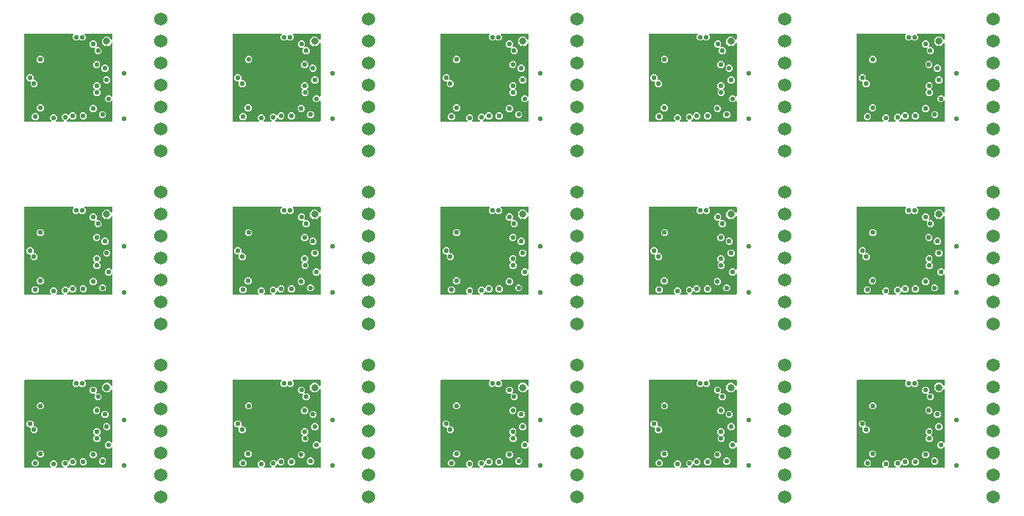
<source format=gbr>
G04 EAGLE Gerber X2 export*
%TF.Part,Single*%
%TF.FileFunction,Copper,L3,Inr,Mixed*%
%TF.FilePolarity,Positive*%
%TF.GenerationSoftware,Autodesk,EAGLE,8.7.1*%
%TF.CreationDate,2018-04-12T23:37:32Z*%
G75*
%MOMM*%
%FSLAX34Y34*%
%LPD*%
%AMOC8*
5,1,8,0,0,1.08239X$1,22.5*%
G01*
%ADD10C,1.524000*%
%ADD11C,0.558800*%
%ADD12C,0.804800*%

G36*
X989511Y399250D02*
X989511Y399250D01*
X989583Y399252D01*
X989632Y399270D01*
X989683Y399279D01*
X989746Y399312D01*
X989814Y399337D01*
X989854Y399369D01*
X989900Y399394D01*
X989950Y399446D01*
X990006Y399490D01*
X990034Y399534D01*
X990070Y399572D01*
X990100Y399637D01*
X990139Y399697D01*
X990151Y399748D01*
X990173Y399795D01*
X990181Y399866D01*
X990199Y399936D01*
X990195Y399988D01*
X990200Y400039D01*
X990185Y400110D01*
X990180Y400181D01*
X990159Y400229D01*
X990148Y400280D01*
X990111Y400341D01*
X990083Y400407D01*
X990038Y400463D01*
X990022Y400491D01*
X990004Y400506D01*
X989978Y400538D01*
X988619Y401898D01*
X988619Y405265D01*
X991000Y407646D01*
X994367Y407646D01*
X996748Y405265D01*
X996748Y401898D01*
X995389Y400538D01*
X995347Y400480D01*
X995298Y400428D01*
X995276Y400381D01*
X995245Y400339D01*
X995224Y400270D01*
X995194Y400205D01*
X995188Y400153D01*
X995173Y400103D01*
X995175Y400032D01*
X995167Y399961D01*
X995178Y399910D01*
X995179Y399858D01*
X995204Y399790D01*
X995219Y399720D01*
X995246Y399676D01*
X995264Y399627D01*
X995309Y399571D01*
X995345Y399509D01*
X995385Y399475D01*
X995417Y399435D01*
X995478Y399396D01*
X995532Y399349D01*
X995580Y399330D01*
X995624Y399302D01*
X995694Y399284D01*
X995760Y399257D01*
X995832Y399249D01*
X995863Y399241D01*
X995886Y399243D01*
X995927Y399239D01*
X1003817Y399239D01*
X1003888Y399250D01*
X1003960Y399252D01*
X1004009Y399270D01*
X1004060Y399279D01*
X1004123Y399312D01*
X1004191Y399337D01*
X1004231Y399369D01*
X1004277Y399394D01*
X1004327Y399446D01*
X1004383Y399490D01*
X1004411Y399534D01*
X1004447Y399572D01*
X1004477Y399637D01*
X1004516Y399697D01*
X1004528Y399748D01*
X1004550Y399795D01*
X1004558Y399866D01*
X1004576Y399936D01*
X1004572Y399988D01*
X1004577Y400039D01*
X1004562Y400110D01*
X1004557Y400181D01*
X1004536Y400229D01*
X1004525Y400280D01*
X1004488Y400341D01*
X1004460Y400407D01*
X1004415Y400463D01*
X1004399Y400491D01*
X1004381Y400506D01*
X1004355Y400538D01*
X1002335Y402559D01*
X1002335Y405926D01*
X1004716Y408307D01*
X1008083Y408307D01*
X1009636Y406755D01*
X1009694Y406713D01*
X1009746Y406664D01*
X1009793Y406642D01*
X1009835Y406611D01*
X1009904Y406590D01*
X1009969Y406560D01*
X1010021Y406554D01*
X1010071Y406539D01*
X1010142Y406541D01*
X1010213Y406533D01*
X1010264Y406544D01*
X1010316Y406545D01*
X1010384Y406570D01*
X1010454Y406585D01*
X1010499Y406612D01*
X1010547Y406630D01*
X1010603Y406675D01*
X1010665Y406711D01*
X1010699Y406751D01*
X1010739Y406783D01*
X1010778Y406844D01*
X1010825Y406898D01*
X1010844Y406947D01*
X1010872Y406990D01*
X1010890Y407060D01*
X1010917Y407126D01*
X1010925Y407198D01*
X1010933Y407229D01*
X1010931Y407252D01*
X1010935Y407293D01*
X1010935Y407684D01*
X1013316Y410065D01*
X1016684Y410065D01*
X1019065Y407684D01*
X1019065Y404316D01*
X1016684Y401935D01*
X1013316Y401935D01*
X1011764Y403488D01*
X1011706Y403530D01*
X1011654Y403579D01*
X1011606Y403601D01*
X1011564Y403631D01*
X1011496Y403652D01*
X1011431Y403683D01*
X1011379Y403688D01*
X1011329Y403704D01*
X1011257Y403702D01*
X1011186Y403710D01*
X1011135Y403699D01*
X1011083Y403697D01*
X1011016Y403673D01*
X1010946Y403657D01*
X1010901Y403631D01*
X1010852Y403613D01*
X1010796Y403568D01*
X1010735Y403531D01*
X1010701Y403492D01*
X1010660Y403459D01*
X1010621Y403399D01*
X1010575Y403344D01*
X1010555Y403296D01*
X1010527Y403252D01*
X1010510Y403183D01*
X1010483Y403116D01*
X1010475Y403045D01*
X1010467Y403014D01*
X1010469Y402990D01*
X1010464Y402949D01*
X1010464Y402559D01*
X1008444Y400538D01*
X1008402Y400480D01*
X1008353Y400428D01*
X1008331Y400381D01*
X1008300Y400339D01*
X1008279Y400270D01*
X1008249Y400205D01*
X1008243Y400153D01*
X1008228Y400103D01*
X1008230Y400032D01*
X1008222Y399961D01*
X1008233Y399910D01*
X1008234Y399858D01*
X1008259Y399790D01*
X1008274Y399720D01*
X1008301Y399676D01*
X1008319Y399627D01*
X1008364Y399571D01*
X1008400Y399509D01*
X1008440Y399475D01*
X1008473Y399435D01*
X1008533Y399396D01*
X1008587Y399349D01*
X1008636Y399330D01*
X1008679Y399302D01*
X1008749Y399284D01*
X1008815Y399257D01*
X1008887Y399249D01*
X1008918Y399241D01*
X1008941Y399243D01*
X1008982Y399239D01*
X1060000Y399239D01*
X1060020Y399242D01*
X1060039Y399240D01*
X1060141Y399262D01*
X1060243Y399279D01*
X1060260Y399288D01*
X1060280Y399292D01*
X1060369Y399345D01*
X1060460Y399394D01*
X1060474Y399408D01*
X1060491Y399418D01*
X1060558Y399497D01*
X1060630Y399572D01*
X1060638Y399590D01*
X1060651Y399605D01*
X1060690Y399701D01*
X1060733Y399795D01*
X1060735Y399815D01*
X1060743Y399833D01*
X1060761Y400000D01*
X1060761Y422731D01*
X1060750Y422802D01*
X1060748Y422874D01*
X1060730Y422923D01*
X1060722Y422974D01*
X1060688Y423037D01*
X1060663Y423105D01*
X1060631Y423146D01*
X1060606Y423191D01*
X1060555Y423241D01*
X1060510Y423297D01*
X1060466Y423325D01*
X1060428Y423361D01*
X1060363Y423391D01*
X1060303Y423430D01*
X1060252Y423443D01*
X1060205Y423464D01*
X1060134Y423472D01*
X1060064Y423490D01*
X1060012Y423486D01*
X1059961Y423492D01*
X1059890Y423476D01*
X1059819Y423471D01*
X1059771Y423450D01*
X1059720Y423439D01*
X1059659Y423402D01*
X1059593Y423374D01*
X1059537Y423330D01*
X1059509Y423313D01*
X1059494Y423295D01*
X1059462Y423270D01*
X1057875Y421683D01*
X1054508Y421683D01*
X1052127Y424064D01*
X1052127Y427432D01*
X1054508Y429813D01*
X1057875Y429813D01*
X1059462Y428227D01*
X1059520Y428185D01*
X1059572Y428135D01*
X1059619Y428113D01*
X1059661Y428083D01*
X1059730Y428062D01*
X1059795Y428032D01*
X1059847Y428026D01*
X1059897Y428011D01*
X1059968Y428013D01*
X1060039Y428005D01*
X1060090Y428016D01*
X1060142Y428017D01*
X1060210Y428042D01*
X1060280Y428057D01*
X1060324Y428084D01*
X1060373Y428101D01*
X1060429Y428146D01*
X1060491Y428183D01*
X1060525Y428223D01*
X1060565Y428255D01*
X1060604Y428315D01*
X1060651Y428370D01*
X1060670Y428418D01*
X1060698Y428462D01*
X1060716Y428532D01*
X1060743Y428598D01*
X1060751Y428669D01*
X1060759Y428701D01*
X1060757Y428724D01*
X1060761Y428765D01*
X1060761Y489436D01*
X1060750Y489506D01*
X1060748Y489578D01*
X1060730Y489627D01*
X1060722Y489678D01*
X1060688Y489742D01*
X1060663Y489809D01*
X1060631Y489850D01*
X1060606Y489896D01*
X1060555Y489945D01*
X1060510Y490001D01*
X1060466Y490029D01*
X1060428Y490065D01*
X1060363Y490095D01*
X1060303Y490134D01*
X1060252Y490147D01*
X1060205Y490169D01*
X1060134Y490177D01*
X1060064Y490194D01*
X1060012Y490190D01*
X1059961Y490196D01*
X1059890Y490181D01*
X1059819Y490175D01*
X1059771Y490155D01*
X1059720Y490144D01*
X1059659Y490107D01*
X1059593Y490079D01*
X1059537Y490034D01*
X1059509Y490017D01*
X1059494Y490000D01*
X1059462Y489974D01*
X1056193Y486705D01*
X1051807Y486705D01*
X1048705Y489807D01*
X1048705Y494193D01*
X1051807Y497295D01*
X1056193Y497295D01*
X1059462Y494026D01*
X1059520Y493984D01*
X1059572Y493935D01*
X1059619Y493913D01*
X1059661Y493883D01*
X1059730Y493862D01*
X1059795Y493831D01*
X1059847Y493826D01*
X1059897Y493810D01*
X1059968Y493812D01*
X1060039Y493804D01*
X1060090Y493815D01*
X1060142Y493817D01*
X1060210Y493841D01*
X1060280Y493856D01*
X1060324Y493883D01*
X1060373Y493901D01*
X1060429Y493946D01*
X1060491Y493983D01*
X1060525Y494022D01*
X1060565Y494055D01*
X1060604Y494115D01*
X1060651Y494170D01*
X1060670Y494218D01*
X1060698Y494262D01*
X1060716Y494331D01*
X1060743Y494398D01*
X1060751Y494469D01*
X1060759Y494500D01*
X1060757Y494524D01*
X1060761Y494564D01*
X1060761Y500000D01*
X1060758Y500020D01*
X1060760Y500039D01*
X1060738Y500141D01*
X1060722Y500243D01*
X1060712Y500260D01*
X1060708Y500280D01*
X1060655Y500369D01*
X1060606Y500460D01*
X1060592Y500474D01*
X1060582Y500491D01*
X1060503Y500558D01*
X1060428Y500630D01*
X1060410Y500638D01*
X1060395Y500651D01*
X1060299Y500690D01*
X1060205Y500733D01*
X1060185Y500735D01*
X1060167Y500743D01*
X1060000Y500761D01*
X1029412Y500761D01*
X1029342Y500750D01*
X1029270Y500748D01*
X1029221Y500730D01*
X1029170Y500722D01*
X1029106Y500688D01*
X1029039Y500663D01*
X1028998Y500631D01*
X1028952Y500606D01*
X1028903Y500555D01*
X1028847Y500510D01*
X1028819Y500466D01*
X1028783Y500428D01*
X1028753Y500363D01*
X1028714Y500303D01*
X1028701Y500252D01*
X1028679Y500205D01*
X1028671Y500134D01*
X1028654Y500064D01*
X1028658Y500012D01*
X1028652Y499961D01*
X1028667Y499890D01*
X1028673Y499819D01*
X1028693Y499771D01*
X1028704Y499720D01*
X1028741Y499659D01*
X1028769Y499593D01*
X1028814Y499537D01*
X1028831Y499509D01*
X1028848Y499494D01*
X1028874Y499462D01*
X1029899Y498437D01*
X1029899Y495070D01*
X1027518Y492689D01*
X1024150Y492689D01*
X1022885Y493954D01*
X1022869Y493965D01*
X1022857Y493981D01*
X1022769Y494037D01*
X1022686Y494097D01*
X1022667Y494103D01*
X1022650Y494114D01*
X1022549Y494139D01*
X1022451Y494170D01*
X1022431Y494169D01*
X1022411Y494174D01*
X1022308Y494166D01*
X1022205Y494163D01*
X1022186Y494156D01*
X1022166Y494155D01*
X1022071Y494114D01*
X1021974Y494079D01*
X1021958Y494066D01*
X1021940Y494058D01*
X1021809Y493954D01*
X1020660Y492804D01*
X1017292Y492804D01*
X1014911Y495186D01*
X1014911Y498553D01*
X1015820Y499462D01*
X1015862Y499520D01*
X1015911Y499572D01*
X1015933Y499619D01*
X1015964Y499661D01*
X1015985Y499730D01*
X1016015Y499795D01*
X1016021Y499847D01*
X1016036Y499897D01*
X1016034Y499968D01*
X1016042Y500039D01*
X1016031Y500090D01*
X1016030Y500142D01*
X1016005Y500210D01*
X1015990Y500280D01*
X1015963Y500324D01*
X1015945Y500373D01*
X1015900Y500429D01*
X1015864Y500491D01*
X1015824Y500525D01*
X1015791Y500565D01*
X1015731Y500604D01*
X1015677Y500651D01*
X1015628Y500670D01*
X1015585Y500698D01*
X1015515Y500716D01*
X1015448Y500743D01*
X1015377Y500751D01*
X1015346Y500759D01*
X1015323Y500757D01*
X1015282Y500761D01*
X960000Y500761D01*
X959980Y500758D01*
X959961Y500760D01*
X959859Y500738D01*
X959757Y500722D01*
X959740Y500712D01*
X959720Y500708D01*
X959631Y500655D01*
X959540Y500606D01*
X959526Y500592D01*
X959509Y500582D01*
X959442Y500503D01*
X959371Y500428D01*
X959362Y500410D01*
X959349Y500395D01*
X959310Y500299D01*
X959267Y500205D01*
X959265Y500185D01*
X959257Y500167D01*
X959239Y500000D01*
X959239Y400000D01*
X959242Y399980D01*
X959240Y399961D01*
X959262Y399859D01*
X959279Y399757D01*
X959288Y399740D01*
X959292Y399720D01*
X959345Y399631D01*
X959394Y399540D01*
X959408Y399526D01*
X959418Y399509D01*
X959497Y399442D01*
X959572Y399371D01*
X959590Y399362D01*
X959605Y399349D01*
X959701Y399310D01*
X959795Y399267D01*
X959815Y399265D01*
X959833Y399257D01*
X960000Y399239D01*
X989440Y399239D01*
X989511Y399250D01*
G37*
G36*
X29511Y399250D02*
X29511Y399250D01*
X29583Y399252D01*
X29632Y399270D01*
X29683Y399279D01*
X29746Y399312D01*
X29814Y399337D01*
X29854Y399369D01*
X29900Y399394D01*
X29950Y399446D01*
X30006Y399490D01*
X30034Y399534D01*
X30070Y399572D01*
X30100Y399637D01*
X30139Y399697D01*
X30151Y399748D01*
X30173Y399795D01*
X30181Y399866D01*
X30199Y399936D01*
X30195Y399988D01*
X30200Y400039D01*
X30185Y400110D01*
X30180Y400181D01*
X30159Y400229D01*
X30148Y400280D01*
X30111Y400341D01*
X30083Y400407D01*
X30038Y400463D01*
X30022Y400491D01*
X30004Y400506D01*
X29978Y400538D01*
X28619Y401898D01*
X28619Y405265D01*
X31000Y407646D01*
X34367Y407646D01*
X36748Y405265D01*
X36748Y401898D01*
X35389Y400538D01*
X35347Y400480D01*
X35298Y400428D01*
X35276Y400381D01*
X35245Y400339D01*
X35224Y400270D01*
X35194Y400205D01*
X35188Y400153D01*
X35173Y400103D01*
X35175Y400032D01*
X35167Y399961D01*
X35178Y399910D01*
X35179Y399858D01*
X35204Y399790D01*
X35219Y399720D01*
X35246Y399676D01*
X35264Y399627D01*
X35309Y399571D01*
X35345Y399509D01*
X35385Y399475D01*
X35417Y399435D01*
X35478Y399396D01*
X35532Y399349D01*
X35580Y399330D01*
X35624Y399302D01*
X35694Y399284D01*
X35760Y399257D01*
X35832Y399249D01*
X35863Y399241D01*
X35886Y399243D01*
X35927Y399239D01*
X43817Y399239D01*
X43888Y399250D01*
X43960Y399252D01*
X44009Y399270D01*
X44060Y399279D01*
X44123Y399312D01*
X44191Y399337D01*
X44231Y399369D01*
X44277Y399394D01*
X44327Y399446D01*
X44383Y399490D01*
X44411Y399534D01*
X44447Y399572D01*
X44477Y399637D01*
X44516Y399697D01*
X44528Y399748D01*
X44550Y399795D01*
X44558Y399866D01*
X44576Y399936D01*
X44572Y399988D01*
X44577Y400039D01*
X44562Y400110D01*
X44557Y400181D01*
X44536Y400229D01*
X44525Y400280D01*
X44488Y400341D01*
X44460Y400407D01*
X44415Y400463D01*
X44399Y400491D01*
X44381Y400506D01*
X44355Y400538D01*
X42335Y402559D01*
X42335Y405926D01*
X44716Y408307D01*
X48083Y408307D01*
X49636Y406755D01*
X49694Y406713D01*
X49746Y406664D01*
X49793Y406642D01*
X49835Y406611D01*
X49904Y406590D01*
X49969Y406560D01*
X50021Y406554D01*
X50071Y406539D01*
X50142Y406541D01*
X50213Y406533D01*
X50264Y406544D01*
X50316Y406545D01*
X50384Y406570D01*
X50454Y406585D01*
X50499Y406612D01*
X50547Y406630D01*
X50603Y406675D01*
X50665Y406711D01*
X50699Y406751D01*
X50739Y406783D01*
X50778Y406844D01*
X50825Y406898D01*
X50844Y406947D01*
X50872Y406990D01*
X50890Y407060D01*
X50917Y407126D01*
X50925Y407198D01*
X50933Y407229D01*
X50931Y407252D01*
X50935Y407293D01*
X50935Y407684D01*
X53316Y410065D01*
X56684Y410065D01*
X59065Y407684D01*
X59065Y404316D01*
X56684Y401935D01*
X53316Y401935D01*
X51764Y403488D01*
X51706Y403530D01*
X51654Y403579D01*
X51606Y403601D01*
X51564Y403631D01*
X51496Y403652D01*
X51431Y403683D01*
X51379Y403688D01*
X51329Y403704D01*
X51257Y403702D01*
X51186Y403710D01*
X51135Y403699D01*
X51083Y403697D01*
X51016Y403673D01*
X50946Y403657D01*
X50901Y403631D01*
X50852Y403613D01*
X50796Y403568D01*
X50735Y403531D01*
X50701Y403492D01*
X50660Y403459D01*
X50621Y403399D01*
X50575Y403344D01*
X50555Y403296D01*
X50527Y403252D01*
X50510Y403183D01*
X50483Y403116D01*
X50475Y403045D01*
X50467Y403014D01*
X50469Y402990D01*
X50464Y402949D01*
X50464Y402559D01*
X48444Y400538D01*
X48402Y400480D01*
X48353Y400428D01*
X48331Y400381D01*
X48300Y400339D01*
X48279Y400270D01*
X48249Y400205D01*
X48243Y400153D01*
X48228Y400103D01*
X48230Y400032D01*
X48222Y399961D01*
X48233Y399910D01*
X48234Y399858D01*
X48259Y399790D01*
X48274Y399720D01*
X48301Y399676D01*
X48319Y399627D01*
X48364Y399571D01*
X48400Y399509D01*
X48440Y399475D01*
X48473Y399435D01*
X48533Y399396D01*
X48587Y399349D01*
X48636Y399330D01*
X48679Y399302D01*
X48749Y399284D01*
X48815Y399257D01*
X48887Y399249D01*
X48918Y399241D01*
X48941Y399243D01*
X48982Y399239D01*
X100000Y399239D01*
X100020Y399242D01*
X100039Y399240D01*
X100141Y399262D01*
X100243Y399279D01*
X100260Y399288D01*
X100280Y399292D01*
X100369Y399345D01*
X100460Y399394D01*
X100474Y399408D01*
X100491Y399418D01*
X100558Y399497D01*
X100630Y399572D01*
X100638Y399590D01*
X100651Y399605D01*
X100690Y399701D01*
X100733Y399795D01*
X100735Y399815D01*
X100743Y399833D01*
X100761Y400000D01*
X100761Y422731D01*
X100750Y422802D01*
X100748Y422874D01*
X100730Y422923D01*
X100722Y422974D01*
X100688Y423037D01*
X100663Y423105D01*
X100631Y423146D01*
X100606Y423191D01*
X100555Y423241D01*
X100510Y423297D01*
X100466Y423325D01*
X100428Y423361D01*
X100363Y423391D01*
X100303Y423430D01*
X100252Y423443D01*
X100205Y423464D01*
X100134Y423472D01*
X100064Y423490D01*
X100012Y423486D01*
X99961Y423492D01*
X99890Y423476D01*
X99819Y423471D01*
X99771Y423450D01*
X99720Y423439D01*
X99659Y423402D01*
X99593Y423374D01*
X99537Y423330D01*
X99509Y423313D01*
X99494Y423295D01*
X99462Y423270D01*
X97875Y421683D01*
X94508Y421683D01*
X92127Y424064D01*
X92127Y427432D01*
X94508Y429813D01*
X97875Y429813D01*
X99462Y428227D01*
X99520Y428185D01*
X99572Y428135D01*
X99619Y428113D01*
X99661Y428083D01*
X99730Y428062D01*
X99795Y428032D01*
X99847Y428026D01*
X99897Y428011D01*
X99968Y428013D01*
X100039Y428005D01*
X100090Y428016D01*
X100142Y428017D01*
X100210Y428042D01*
X100280Y428057D01*
X100324Y428084D01*
X100373Y428101D01*
X100429Y428146D01*
X100491Y428183D01*
X100525Y428223D01*
X100565Y428255D01*
X100604Y428315D01*
X100651Y428370D01*
X100670Y428418D01*
X100698Y428462D01*
X100716Y428532D01*
X100743Y428598D01*
X100751Y428669D01*
X100759Y428701D01*
X100757Y428724D01*
X100761Y428765D01*
X100761Y489436D01*
X100750Y489506D01*
X100748Y489578D01*
X100730Y489627D01*
X100722Y489678D01*
X100688Y489742D01*
X100663Y489809D01*
X100631Y489850D01*
X100606Y489896D01*
X100555Y489945D01*
X100510Y490001D01*
X100466Y490029D01*
X100428Y490065D01*
X100363Y490095D01*
X100303Y490134D01*
X100252Y490147D01*
X100205Y490169D01*
X100134Y490177D01*
X100064Y490194D01*
X100012Y490190D01*
X99961Y490196D01*
X99890Y490181D01*
X99819Y490175D01*
X99771Y490155D01*
X99720Y490144D01*
X99659Y490107D01*
X99593Y490079D01*
X99537Y490034D01*
X99509Y490017D01*
X99494Y490000D01*
X99462Y489974D01*
X96193Y486705D01*
X91807Y486705D01*
X88705Y489807D01*
X88705Y494193D01*
X91807Y497295D01*
X96193Y497295D01*
X99462Y494026D01*
X99520Y493984D01*
X99572Y493935D01*
X99619Y493913D01*
X99661Y493883D01*
X99730Y493862D01*
X99795Y493831D01*
X99847Y493826D01*
X99897Y493810D01*
X99968Y493812D01*
X100039Y493804D01*
X100090Y493815D01*
X100142Y493817D01*
X100210Y493841D01*
X100280Y493856D01*
X100324Y493883D01*
X100373Y493901D01*
X100429Y493946D01*
X100491Y493983D01*
X100525Y494022D01*
X100565Y494055D01*
X100604Y494115D01*
X100651Y494170D01*
X100670Y494218D01*
X100698Y494262D01*
X100716Y494331D01*
X100743Y494398D01*
X100751Y494469D01*
X100759Y494500D01*
X100757Y494524D01*
X100761Y494564D01*
X100761Y500000D01*
X100758Y500020D01*
X100760Y500039D01*
X100738Y500141D01*
X100722Y500243D01*
X100712Y500260D01*
X100708Y500280D01*
X100655Y500369D01*
X100606Y500460D01*
X100592Y500474D01*
X100582Y500491D01*
X100503Y500558D01*
X100428Y500630D01*
X100410Y500638D01*
X100395Y500651D01*
X100299Y500690D01*
X100205Y500733D01*
X100185Y500735D01*
X100167Y500743D01*
X100000Y500761D01*
X69412Y500761D01*
X69342Y500750D01*
X69270Y500748D01*
X69221Y500730D01*
X69170Y500722D01*
X69106Y500688D01*
X69039Y500663D01*
X68998Y500631D01*
X68952Y500606D01*
X68903Y500555D01*
X68847Y500510D01*
X68819Y500466D01*
X68783Y500428D01*
X68753Y500363D01*
X68714Y500303D01*
X68701Y500252D01*
X68679Y500205D01*
X68671Y500134D01*
X68654Y500064D01*
X68658Y500012D01*
X68652Y499961D01*
X68667Y499890D01*
X68673Y499819D01*
X68693Y499771D01*
X68704Y499720D01*
X68741Y499659D01*
X68769Y499593D01*
X68814Y499537D01*
X68831Y499509D01*
X68848Y499494D01*
X68874Y499462D01*
X69899Y498437D01*
X69899Y495070D01*
X67518Y492689D01*
X64150Y492689D01*
X62885Y493954D01*
X62869Y493965D01*
X62857Y493981D01*
X62769Y494037D01*
X62686Y494097D01*
X62667Y494103D01*
X62650Y494114D01*
X62549Y494139D01*
X62451Y494170D01*
X62431Y494169D01*
X62411Y494174D01*
X62308Y494166D01*
X62205Y494163D01*
X62186Y494156D01*
X62166Y494155D01*
X62071Y494114D01*
X61974Y494079D01*
X61958Y494066D01*
X61940Y494058D01*
X61809Y493954D01*
X60660Y492804D01*
X57292Y492804D01*
X54911Y495186D01*
X54911Y498553D01*
X55820Y499462D01*
X55862Y499520D01*
X55911Y499572D01*
X55933Y499619D01*
X55964Y499661D01*
X55985Y499730D01*
X56015Y499795D01*
X56021Y499847D01*
X56036Y499897D01*
X56034Y499968D01*
X56042Y500039D01*
X56031Y500090D01*
X56030Y500142D01*
X56005Y500210D01*
X55990Y500280D01*
X55963Y500324D01*
X55945Y500373D01*
X55900Y500429D01*
X55864Y500491D01*
X55824Y500525D01*
X55791Y500565D01*
X55731Y500604D01*
X55677Y500651D01*
X55628Y500670D01*
X55585Y500698D01*
X55515Y500716D01*
X55448Y500743D01*
X55377Y500751D01*
X55346Y500759D01*
X55323Y500757D01*
X55282Y500761D01*
X0Y500761D01*
X-20Y500758D01*
X-39Y500760D01*
X-141Y500738D01*
X-243Y500722D01*
X-260Y500712D01*
X-280Y500708D01*
X-369Y500655D01*
X-460Y500606D01*
X-474Y500592D01*
X-491Y500582D01*
X-558Y500503D01*
X-630Y500428D01*
X-638Y500410D01*
X-651Y500395D01*
X-690Y500299D01*
X-733Y500205D01*
X-735Y500185D01*
X-743Y500167D01*
X-761Y500000D01*
X-761Y400000D01*
X-758Y399980D01*
X-760Y399961D01*
X-738Y399859D01*
X-722Y399757D01*
X-712Y399740D01*
X-708Y399720D01*
X-655Y399631D01*
X-606Y399540D01*
X-592Y399526D01*
X-582Y399509D01*
X-503Y399442D01*
X-428Y399371D01*
X-410Y399362D01*
X-395Y399349D01*
X-299Y399310D01*
X-205Y399267D01*
X-185Y399265D01*
X-167Y399257D01*
X0Y399239D01*
X29440Y399239D01*
X29511Y399250D01*
G37*
G36*
X749511Y399250D02*
X749511Y399250D01*
X749583Y399252D01*
X749632Y399270D01*
X749683Y399279D01*
X749746Y399312D01*
X749814Y399337D01*
X749854Y399369D01*
X749900Y399394D01*
X749950Y399446D01*
X750006Y399490D01*
X750034Y399534D01*
X750070Y399572D01*
X750100Y399637D01*
X750139Y399697D01*
X750151Y399748D01*
X750173Y399795D01*
X750181Y399866D01*
X750199Y399936D01*
X750195Y399988D01*
X750200Y400039D01*
X750185Y400110D01*
X750180Y400181D01*
X750159Y400229D01*
X750148Y400280D01*
X750111Y400341D01*
X750083Y400407D01*
X750038Y400463D01*
X750022Y400491D01*
X750004Y400506D01*
X749978Y400538D01*
X748619Y401898D01*
X748619Y405265D01*
X751000Y407646D01*
X754367Y407646D01*
X756748Y405265D01*
X756748Y401898D01*
X755389Y400538D01*
X755347Y400480D01*
X755298Y400428D01*
X755276Y400381D01*
X755245Y400339D01*
X755224Y400270D01*
X755194Y400205D01*
X755188Y400153D01*
X755173Y400103D01*
X755175Y400032D01*
X755167Y399961D01*
X755178Y399910D01*
X755179Y399858D01*
X755204Y399790D01*
X755219Y399720D01*
X755246Y399676D01*
X755264Y399627D01*
X755309Y399571D01*
X755345Y399509D01*
X755385Y399475D01*
X755417Y399435D01*
X755478Y399396D01*
X755532Y399349D01*
X755580Y399330D01*
X755624Y399302D01*
X755694Y399284D01*
X755760Y399257D01*
X755832Y399249D01*
X755863Y399241D01*
X755886Y399243D01*
X755927Y399239D01*
X763817Y399239D01*
X763888Y399250D01*
X763960Y399252D01*
X764009Y399270D01*
X764060Y399279D01*
X764123Y399312D01*
X764191Y399337D01*
X764231Y399369D01*
X764277Y399394D01*
X764327Y399446D01*
X764383Y399490D01*
X764411Y399534D01*
X764447Y399572D01*
X764477Y399637D01*
X764516Y399697D01*
X764528Y399748D01*
X764550Y399795D01*
X764558Y399866D01*
X764576Y399936D01*
X764572Y399988D01*
X764577Y400039D01*
X764562Y400110D01*
X764557Y400181D01*
X764536Y400229D01*
X764525Y400280D01*
X764488Y400341D01*
X764460Y400407D01*
X764415Y400463D01*
X764399Y400491D01*
X764381Y400506D01*
X764355Y400538D01*
X762335Y402559D01*
X762335Y405926D01*
X764716Y408307D01*
X768083Y408307D01*
X769636Y406755D01*
X769694Y406713D01*
X769746Y406664D01*
X769793Y406642D01*
X769835Y406611D01*
X769904Y406590D01*
X769969Y406560D01*
X770021Y406554D01*
X770071Y406539D01*
X770142Y406541D01*
X770213Y406533D01*
X770264Y406544D01*
X770316Y406545D01*
X770384Y406570D01*
X770454Y406585D01*
X770499Y406612D01*
X770547Y406630D01*
X770603Y406675D01*
X770665Y406711D01*
X770699Y406751D01*
X770739Y406783D01*
X770778Y406844D01*
X770825Y406898D01*
X770844Y406947D01*
X770872Y406990D01*
X770890Y407060D01*
X770917Y407126D01*
X770925Y407198D01*
X770933Y407229D01*
X770931Y407252D01*
X770935Y407293D01*
X770935Y407684D01*
X773316Y410065D01*
X776684Y410065D01*
X779065Y407684D01*
X779065Y404316D01*
X776684Y401935D01*
X773316Y401935D01*
X771764Y403488D01*
X771706Y403530D01*
X771654Y403579D01*
X771606Y403601D01*
X771564Y403631D01*
X771496Y403652D01*
X771431Y403683D01*
X771379Y403688D01*
X771329Y403704D01*
X771257Y403702D01*
X771186Y403710D01*
X771135Y403699D01*
X771083Y403697D01*
X771016Y403673D01*
X770946Y403657D01*
X770901Y403631D01*
X770852Y403613D01*
X770796Y403568D01*
X770735Y403531D01*
X770701Y403492D01*
X770660Y403459D01*
X770621Y403399D01*
X770575Y403344D01*
X770555Y403296D01*
X770527Y403252D01*
X770510Y403183D01*
X770483Y403116D01*
X770475Y403045D01*
X770467Y403014D01*
X770469Y402990D01*
X770464Y402949D01*
X770464Y402559D01*
X768444Y400538D01*
X768402Y400480D01*
X768353Y400428D01*
X768331Y400381D01*
X768300Y400339D01*
X768279Y400270D01*
X768249Y400205D01*
X768243Y400153D01*
X768228Y400103D01*
X768230Y400032D01*
X768222Y399961D01*
X768233Y399910D01*
X768234Y399858D01*
X768259Y399790D01*
X768274Y399720D01*
X768301Y399676D01*
X768319Y399627D01*
X768364Y399571D01*
X768400Y399509D01*
X768440Y399475D01*
X768473Y399435D01*
X768533Y399396D01*
X768587Y399349D01*
X768636Y399330D01*
X768679Y399302D01*
X768749Y399284D01*
X768815Y399257D01*
X768887Y399249D01*
X768918Y399241D01*
X768941Y399243D01*
X768982Y399239D01*
X820000Y399239D01*
X820020Y399242D01*
X820039Y399240D01*
X820141Y399262D01*
X820243Y399279D01*
X820260Y399288D01*
X820280Y399292D01*
X820369Y399345D01*
X820460Y399394D01*
X820474Y399408D01*
X820491Y399418D01*
X820558Y399497D01*
X820630Y399572D01*
X820638Y399590D01*
X820651Y399605D01*
X820690Y399701D01*
X820733Y399795D01*
X820735Y399815D01*
X820743Y399833D01*
X820761Y400000D01*
X820761Y422731D01*
X820750Y422802D01*
X820748Y422874D01*
X820730Y422923D01*
X820722Y422974D01*
X820688Y423037D01*
X820663Y423105D01*
X820631Y423146D01*
X820606Y423191D01*
X820555Y423241D01*
X820510Y423297D01*
X820466Y423325D01*
X820428Y423361D01*
X820363Y423391D01*
X820303Y423430D01*
X820252Y423443D01*
X820205Y423464D01*
X820134Y423472D01*
X820064Y423490D01*
X820012Y423486D01*
X819961Y423492D01*
X819890Y423476D01*
X819819Y423471D01*
X819771Y423450D01*
X819720Y423439D01*
X819659Y423402D01*
X819593Y423374D01*
X819537Y423330D01*
X819509Y423313D01*
X819494Y423295D01*
X819462Y423270D01*
X817875Y421683D01*
X814508Y421683D01*
X812127Y424064D01*
X812127Y427432D01*
X814508Y429813D01*
X817875Y429813D01*
X819462Y428227D01*
X819520Y428185D01*
X819572Y428135D01*
X819619Y428113D01*
X819661Y428083D01*
X819730Y428062D01*
X819795Y428032D01*
X819847Y428026D01*
X819897Y428011D01*
X819968Y428013D01*
X820039Y428005D01*
X820090Y428016D01*
X820142Y428017D01*
X820210Y428042D01*
X820280Y428057D01*
X820324Y428084D01*
X820373Y428101D01*
X820429Y428146D01*
X820491Y428183D01*
X820525Y428223D01*
X820565Y428255D01*
X820604Y428315D01*
X820651Y428370D01*
X820670Y428418D01*
X820698Y428462D01*
X820716Y428532D01*
X820743Y428598D01*
X820751Y428669D01*
X820759Y428701D01*
X820757Y428724D01*
X820761Y428765D01*
X820761Y489436D01*
X820750Y489506D01*
X820748Y489578D01*
X820730Y489627D01*
X820722Y489678D01*
X820688Y489742D01*
X820663Y489809D01*
X820631Y489850D01*
X820606Y489896D01*
X820555Y489945D01*
X820510Y490001D01*
X820466Y490029D01*
X820428Y490065D01*
X820363Y490095D01*
X820303Y490134D01*
X820252Y490147D01*
X820205Y490169D01*
X820134Y490177D01*
X820064Y490194D01*
X820012Y490190D01*
X819961Y490196D01*
X819890Y490181D01*
X819819Y490175D01*
X819771Y490155D01*
X819720Y490144D01*
X819659Y490107D01*
X819593Y490079D01*
X819537Y490034D01*
X819509Y490017D01*
X819494Y490000D01*
X819462Y489974D01*
X816193Y486705D01*
X811807Y486705D01*
X808705Y489807D01*
X808705Y494193D01*
X811807Y497295D01*
X816193Y497295D01*
X819462Y494026D01*
X819520Y493984D01*
X819572Y493935D01*
X819619Y493913D01*
X819661Y493883D01*
X819730Y493862D01*
X819795Y493831D01*
X819847Y493826D01*
X819897Y493810D01*
X819968Y493812D01*
X820039Y493804D01*
X820090Y493815D01*
X820142Y493817D01*
X820210Y493841D01*
X820280Y493856D01*
X820324Y493883D01*
X820373Y493901D01*
X820429Y493946D01*
X820491Y493983D01*
X820525Y494022D01*
X820565Y494055D01*
X820604Y494115D01*
X820651Y494170D01*
X820670Y494218D01*
X820698Y494262D01*
X820716Y494331D01*
X820743Y494398D01*
X820751Y494469D01*
X820759Y494500D01*
X820757Y494524D01*
X820761Y494564D01*
X820761Y500000D01*
X820758Y500020D01*
X820760Y500039D01*
X820738Y500141D01*
X820722Y500243D01*
X820712Y500260D01*
X820708Y500280D01*
X820655Y500369D01*
X820606Y500460D01*
X820592Y500474D01*
X820582Y500491D01*
X820503Y500558D01*
X820428Y500630D01*
X820410Y500638D01*
X820395Y500651D01*
X820299Y500690D01*
X820205Y500733D01*
X820185Y500735D01*
X820167Y500743D01*
X820000Y500761D01*
X789412Y500761D01*
X789342Y500750D01*
X789270Y500748D01*
X789221Y500730D01*
X789170Y500722D01*
X789106Y500688D01*
X789039Y500663D01*
X788998Y500631D01*
X788952Y500606D01*
X788903Y500555D01*
X788847Y500510D01*
X788819Y500466D01*
X788783Y500428D01*
X788753Y500363D01*
X788714Y500303D01*
X788701Y500252D01*
X788679Y500205D01*
X788671Y500134D01*
X788654Y500064D01*
X788658Y500012D01*
X788652Y499961D01*
X788667Y499890D01*
X788673Y499819D01*
X788693Y499771D01*
X788704Y499720D01*
X788741Y499659D01*
X788769Y499593D01*
X788814Y499537D01*
X788831Y499509D01*
X788848Y499494D01*
X788874Y499462D01*
X789899Y498437D01*
X789899Y495070D01*
X787518Y492689D01*
X784150Y492689D01*
X782885Y493954D01*
X782869Y493965D01*
X782857Y493981D01*
X782769Y494037D01*
X782686Y494097D01*
X782667Y494103D01*
X782650Y494114D01*
X782549Y494139D01*
X782451Y494170D01*
X782431Y494169D01*
X782411Y494174D01*
X782308Y494166D01*
X782205Y494163D01*
X782186Y494156D01*
X782166Y494155D01*
X782071Y494114D01*
X781974Y494079D01*
X781958Y494066D01*
X781940Y494058D01*
X781809Y493954D01*
X780660Y492804D01*
X777292Y492804D01*
X774911Y495186D01*
X774911Y498553D01*
X775820Y499462D01*
X775862Y499520D01*
X775911Y499572D01*
X775933Y499619D01*
X775964Y499661D01*
X775985Y499730D01*
X776015Y499795D01*
X776021Y499847D01*
X776036Y499897D01*
X776034Y499968D01*
X776042Y500039D01*
X776031Y500090D01*
X776030Y500142D01*
X776005Y500210D01*
X775990Y500280D01*
X775963Y500324D01*
X775945Y500373D01*
X775900Y500429D01*
X775864Y500491D01*
X775824Y500525D01*
X775791Y500565D01*
X775731Y500604D01*
X775677Y500651D01*
X775628Y500670D01*
X775585Y500698D01*
X775515Y500716D01*
X775448Y500743D01*
X775377Y500751D01*
X775346Y500759D01*
X775323Y500757D01*
X775282Y500761D01*
X720000Y500761D01*
X719980Y500758D01*
X719961Y500760D01*
X719859Y500738D01*
X719757Y500722D01*
X719740Y500712D01*
X719720Y500708D01*
X719631Y500655D01*
X719540Y500606D01*
X719526Y500592D01*
X719509Y500582D01*
X719442Y500503D01*
X719371Y500428D01*
X719362Y500410D01*
X719349Y500395D01*
X719310Y500299D01*
X719267Y500205D01*
X719265Y500185D01*
X719257Y500167D01*
X719239Y500000D01*
X719239Y400000D01*
X719242Y399980D01*
X719240Y399961D01*
X719262Y399859D01*
X719279Y399757D01*
X719288Y399740D01*
X719292Y399720D01*
X719345Y399631D01*
X719394Y399540D01*
X719408Y399526D01*
X719418Y399509D01*
X719497Y399442D01*
X719572Y399371D01*
X719590Y399362D01*
X719605Y399349D01*
X719701Y399310D01*
X719795Y399267D01*
X719815Y399265D01*
X719833Y399257D01*
X720000Y399239D01*
X749440Y399239D01*
X749511Y399250D01*
G37*
G36*
X269511Y399250D02*
X269511Y399250D01*
X269583Y399252D01*
X269632Y399270D01*
X269683Y399279D01*
X269746Y399312D01*
X269814Y399337D01*
X269854Y399369D01*
X269900Y399394D01*
X269950Y399446D01*
X270006Y399490D01*
X270034Y399534D01*
X270070Y399572D01*
X270100Y399637D01*
X270139Y399697D01*
X270151Y399748D01*
X270173Y399795D01*
X270181Y399866D01*
X270199Y399936D01*
X270195Y399988D01*
X270200Y400039D01*
X270185Y400110D01*
X270180Y400181D01*
X270159Y400229D01*
X270148Y400280D01*
X270111Y400341D01*
X270083Y400407D01*
X270038Y400463D01*
X270022Y400491D01*
X270004Y400506D01*
X269978Y400538D01*
X268619Y401898D01*
X268619Y405265D01*
X271000Y407646D01*
X274367Y407646D01*
X276748Y405265D01*
X276748Y401898D01*
X275389Y400538D01*
X275347Y400480D01*
X275298Y400428D01*
X275276Y400381D01*
X275245Y400339D01*
X275224Y400270D01*
X275194Y400205D01*
X275188Y400153D01*
X275173Y400103D01*
X275175Y400032D01*
X275167Y399961D01*
X275178Y399910D01*
X275179Y399858D01*
X275204Y399790D01*
X275219Y399720D01*
X275246Y399676D01*
X275264Y399627D01*
X275309Y399571D01*
X275345Y399509D01*
X275385Y399475D01*
X275417Y399435D01*
X275478Y399396D01*
X275532Y399349D01*
X275580Y399330D01*
X275624Y399302D01*
X275694Y399284D01*
X275760Y399257D01*
X275832Y399249D01*
X275863Y399241D01*
X275886Y399243D01*
X275927Y399239D01*
X283817Y399239D01*
X283888Y399250D01*
X283960Y399252D01*
X284009Y399270D01*
X284060Y399279D01*
X284123Y399312D01*
X284191Y399337D01*
X284231Y399369D01*
X284277Y399394D01*
X284327Y399446D01*
X284383Y399490D01*
X284411Y399534D01*
X284447Y399572D01*
X284477Y399637D01*
X284516Y399697D01*
X284528Y399748D01*
X284550Y399795D01*
X284558Y399866D01*
X284576Y399936D01*
X284572Y399988D01*
X284577Y400039D01*
X284562Y400110D01*
X284557Y400181D01*
X284536Y400229D01*
X284525Y400280D01*
X284488Y400341D01*
X284460Y400407D01*
X284415Y400463D01*
X284399Y400491D01*
X284381Y400506D01*
X284355Y400538D01*
X282335Y402559D01*
X282335Y405926D01*
X284716Y408307D01*
X288083Y408307D01*
X289636Y406755D01*
X289694Y406713D01*
X289746Y406664D01*
X289793Y406642D01*
X289835Y406611D01*
X289904Y406590D01*
X289969Y406560D01*
X290021Y406554D01*
X290071Y406539D01*
X290142Y406541D01*
X290213Y406533D01*
X290264Y406544D01*
X290316Y406545D01*
X290384Y406570D01*
X290454Y406585D01*
X290499Y406612D01*
X290547Y406630D01*
X290603Y406675D01*
X290665Y406711D01*
X290699Y406751D01*
X290739Y406783D01*
X290778Y406844D01*
X290825Y406898D01*
X290844Y406947D01*
X290872Y406990D01*
X290890Y407060D01*
X290917Y407126D01*
X290925Y407198D01*
X290933Y407229D01*
X290931Y407252D01*
X290935Y407293D01*
X290935Y407684D01*
X293316Y410065D01*
X296684Y410065D01*
X299065Y407684D01*
X299065Y404316D01*
X296684Y401935D01*
X293316Y401935D01*
X291764Y403488D01*
X291706Y403530D01*
X291654Y403579D01*
X291606Y403601D01*
X291564Y403631D01*
X291496Y403652D01*
X291431Y403683D01*
X291379Y403688D01*
X291329Y403704D01*
X291257Y403702D01*
X291186Y403710D01*
X291135Y403699D01*
X291083Y403697D01*
X291016Y403673D01*
X290946Y403657D01*
X290901Y403631D01*
X290852Y403613D01*
X290796Y403568D01*
X290735Y403531D01*
X290701Y403492D01*
X290660Y403459D01*
X290621Y403399D01*
X290575Y403344D01*
X290555Y403296D01*
X290527Y403252D01*
X290510Y403183D01*
X290483Y403116D01*
X290475Y403045D01*
X290467Y403014D01*
X290469Y402990D01*
X290464Y402949D01*
X290464Y402559D01*
X288444Y400538D01*
X288402Y400480D01*
X288353Y400428D01*
X288331Y400381D01*
X288300Y400339D01*
X288279Y400270D01*
X288249Y400205D01*
X288243Y400153D01*
X288228Y400103D01*
X288230Y400032D01*
X288222Y399961D01*
X288233Y399910D01*
X288234Y399858D01*
X288259Y399790D01*
X288274Y399720D01*
X288301Y399676D01*
X288319Y399627D01*
X288364Y399571D01*
X288400Y399509D01*
X288440Y399475D01*
X288473Y399435D01*
X288533Y399396D01*
X288587Y399349D01*
X288636Y399330D01*
X288679Y399302D01*
X288749Y399284D01*
X288815Y399257D01*
X288887Y399249D01*
X288918Y399241D01*
X288941Y399243D01*
X288982Y399239D01*
X340000Y399239D01*
X340020Y399242D01*
X340039Y399240D01*
X340141Y399262D01*
X340243Y399279D01*
X340260Y399288D01*
X340280Y399292D01*
X340369Y399345D01*
X340460Y399394D01*
X340474Y399408D01*
X340491Y399418D01*
X340558Y399497D01*
X340630Y399572D01*
X340638Y399590D01*
X340651Y399605D01*
X340690Y399701D01*
X340733Y399795D01*
X340735Y399815D01*
X340743Y399833D01*
X340761Y400000D01*
X340761Y422731D01*
X340750Y422802D01*
X340748Y422874D01*
X340730Y422923D01*
X340722Y422974D01*
X340688Y423037D01*
X340663Y423105D01*
X340631Y423146D01*
X340606Y423191D01*
X340555Y423241D01*
X340510Y423297D01*
X340466Y423325D01*
X340428Y423361D01*
X340363Y423391D01*
X340303Y423430D01*
X340252Y423443D01*
X340205Y423464D01*
X340134Y423472D01*
X340064Y423490D01*
X340012Y423486D01*
X339961Y423492D01*
X339890Y423476D01*
X339819Y423471D01*
X339771Y423450D01*
X339720Y423439D01*
X339659Y423402D01*
X339593Y423374D01*
X339537Y423330D01*
X339509Y423313D01*
X339494Y423295D01*
X339462Y423270D01*
X337875Y421683D01*
X334508Y421683D01*
X332127Y424064D01*
X332127Y427432D01*
X334508Y429813D01*
X337875Y429813D01*
X339462Y428227D01*
X339520Y428185D01*
X339572Y428135D01*
X339619Y428113D01*
X339661Y428083D01*
X339730Y428062D01*
X339795Y428032D01*
X339847Y428026D01*
X339897Y428011D01*
X339968Y428013D01*
X340039Y428005D01*
X340090Y428016D01*
X340142Y428017D01*
X340210Y428042D01*
X340280Y428057D01*
X340324Y428084D01*
X340373Y428101D01*
X340429Y428146D01*
X340491Y428183D01*
X340525Y428223D01*
X340565Y428255D01*
X340604Y428315D01*
X340651Y428370D01*
X340670Y428418D01*
X340698Y428462D01*
X340716Y428532D01*
X340743Y428598D01*
X340751Y428669D01*
X340759Y428701D01*
X340757Y428724D01*
X340761Y428765D01*
X340761Y489436D01*
X340750Y489506D01*
X340748Y489578D01*
X340730Y489627D01*
X340722Y489678D01*
X340688Y489742D01*
X340663Y489809D01*
X340631Y489850D01*
X340606Y489896D01*
X340555Y489945D01*
X340510Y490001D01*
X340466Y490029D01*
X340428Y490065D01*
X340363Y490095D01*
X340303Y490134D01*
X340252Y490147D01*
X340205Y490169D01*
X340134Y490177D01*
X340064Y490194D01*
X340012Y490190D01*
X339961Y490196D01*
X339890Y490181D01*
X339819Y490175D01*
X339771Y490155D01*
X339720Y490144D01*
X339659Y490107D01*
X339593Y490079D01*
X339537Y490034D01*
X339509Y490017D01*
X339494Y490000D01*
X339462Y489974D01*
X336193Y486705D01*
X331807Y486705D01*
X328705Y489807D01*
X328705Y494193D01*
X331807Y497295D01*
X336193Y497295D01*
X339462Y494026D01*
X339520Y493984D01*
X339572Y493935D01*
X339619Y493913D01*
X339661Y493883D01*
X339730Y493862D01*
X339795Y493831D01*
X339847Y493826D01*
X339897Y493810D01*
X339968Y493812D01*
X340039Y493804D01*
X340090Y493815D01*
X340142Y493817D01*
X340210Y493841D01*
X340280Y493856D01*
X340324Y493883D01*
X340373Y493901D01*
X340429Y493946D01*
X340491Y493983D01*
X340525Y494022D01*
X340565Y494055D01*
X340604Y494115D01*
X340651Y494170D01*
X340670Y494218D01*
X340698Y494262D01*
X340716Y494331D01*
X340743Y494398D01*
X340751Y494469D01*
X340759Y494500D01*
X340757Y494524D01*
X340761Y494564D01*
X340761Y500000D01*
X340758Y500020D01*
X340760Y500039D01*
X340738Y500141D01*
X340722Y500243D01*
X340712Y500260D01*
X340708Y500280D01*
X340655Y500369D01*
X340606Y500460D01*
X340592Y500474D01*
X340582Y500491D01*
X340503Y500558D01*
X340428Y500630D01*
X340410Y500638D01*
X340395Y500651D01*
X340299Y500690D01*
X340205Y500733D01*
X340185Y500735D01*
X340167Y500743D01*
X340000Y500761D01*
X309412Y500761D01*
X309342Y500750D01*
X309270Y500748D01*
X309221Y500730D01*
X309170Y500722D01*
X309106Y500688D01*
X309039Y500663D01*
X308998Y500631D01*
X308952Y500606D01*
X308903Y500555D01*
X308847Y500510D01*
X308819Y500466D01*
X308783Y500428D01*
X308753Y500363D01*
X308714Y500303D01*
X308701Y500252D01*
X308679Y500205D01*
X308671Y500134D01*
X308654Y500064D01*
X308658Y500012D01*
X308652Y499961D01*
X308667Y499890D01*
X308673Y499819D01*
X308693Y499771D01*
X308704Y499720D01*
X308741Y499659D01*
X308769Y499593D01*
X308814Y499537D01*
X308831Y499509D01*
X308848Y499494D01*
X308874Y499462D01*
X309899Y498437D01*
X309899Y495070D01*
X307518Y492689D01*
X304150Y492689D01*
X302885Y493954D01*
X302869Y493965D01*
X302857Y493981D01*
X302769Y494037D01*
X302686Y494097D01*
X302667Y494103D01*
X302650Y494114D01*
X302549Y494139D01*
X302451Y494170D01*
X302431Y494169D01*
X302411Y494174D01*
X302308Y494166D01*
X302205Y494163D01*
X302186Y494156D01*
X302166Y494155D01*
X302071Y494114D01*
X301974Y494079D01*
X301958Y494066D01*
X301940Y494058D01*
X301809Y493954D01*
X300660Y492804D01*
X297292Y492804D01*
X294911Y495186D01*
X294911Y498553D01*
X295820Y499462D01*
X295862Y499520D01*
X295911Y499572D01*
X295933Y499619D01*
X295964Y499661D01*
X295985Y499730D01*
X296015Y499795D01*
X296021Y499847D01*
X296036Y499897D01*
X296034Y499968D01*
X296042Y500039D01*
X296031Y500090D01*
X296030Y500142D01*
X296005Y500210D01*
X295990Y500280D01*
X295963Y500324D01*
X295945Y500373D01*
X295900Y500429D01*
X295864Y500491D01*
X295824Y500525D01*
X295791Y500565D01*
X295731Y500604D01*
X295677Y500651D01*
X295628Y500670D01*
X295585Y500698D01*
X295515Y500716D01*
X295448Y500743D01*
X295377Y500751D01*
X295346Y500759D01*
X295323Y500757D01*
X295282Y500761D01*
X240000Y500761D01*
X239980Y500758D01*
X239961Y500760D01*
X239859Y500738D01*
X239757Y500722D01*
X239740Y500712D01*
X239720Y500708D01*
X239631Y500655D01*
X239540Y500606D01*
X239526Y500592D01*
X239509Y500582D01*
X239442Y500503D01*
X239371Y500428D01*
X239362Y500410D01*
X239349Y500395D01*
X239310Y500299D01*
X239267Y500205D01*
X239265Y500185D01*
X239257Y500167D01*
X239239Y500000D01*
X239239Y400000D01*
X239242Y399980D01*
X239240Y399961D01*
X239262Y399859D01*
X239279Y399757D01*
X239288Y399740D01*
X239292Y399720D01*
X239345Y399631D01*
X239394Y399540D01*
X239408Y399526D01*
X239418Y399509D01*
X239497Y399442D01*
X239572Y399371D01*
X239590Y399362D01*
X239605Y399349D01*
X239701Y399310D01*
X239795Y399267D01*
X239815Y399265D01*
X239833Y399257D01*
X240000Y399239D01*
X269440Y399239D01*
X269511Y399250D01*
G37*
G36*
X509511Y399250D02*
X509511Y399250D01*
X509583Y399252D01*
X509632Y399270D01*
X509683Y399279D01*
X509746Y399312D01*
X509814Y399337D01*
X509854Y399369D01*
X509900Y399394D01*
X509950Y399446D01*
X510006Y399490D01*
X510034Y399534D01*
X510070Y399572D01*
X510100Y399637D01*
X510139Y399697D01*
X510151Y399748D01*
X510173Y399795D01*
X510181Y399866D01*
X510199Y399936D01*
X510195Y399988D01*
X510200Y400039D01*
X510185Y400110D01*
X510180Y400181D01*
X510159Y400229D01*
X510148Y400280D01*
X510111Y400341D01*
X510083Y400407D01*
X510038Y400463D01*
X510022Y400491D01*
X510004Y400506D01*
X509978Y400538D01*
X508619Y401898D01*
X508619Y405265D01*
X511000Y407646D01*
X514367Y407646D01*
X516748Y405265D01*
X516748Y401898D01*
X515389Y400538D01*
X515347Y400480D01*
X515298Y400428D01*
X515276Y400381D01*
X515245Y400339D01*
X515224Y400270D01*
X515194Y400205D01*
X515188Y400153D01*
X515173Y400103D01*
X515175Y400032D01*
X515167Y399961D01*
X515178Y399910D01*
X515179Y399858D01*
X515204Y399790D01*
X515219Y399720D01*
X515246Y399676D01*
X515264Y399627D01*
X515309Y399571D01*
X515345Y399509D01*
X515385Y399475D01*
X515417Y399435D01*
X515478Y399396D01*
X515532Y399349D01*
X515580Y399330D01*
X515624Y399302D01*
X515694Y399284D01*
X515760Y399257D01*
X515832Y399249D01*
X515863Y399241D01*
X515886Y399243D01*
X515927Y399239D01*
X523817Y399239D01*
X523888Y399250D01*
X523960Y399252D01*
X524009Y399270D01*
X524060Y399279D01*
X524123Y399312D01*
X524191Y399337D01*
X524231Y399369D01*
X524277Y399394D01*
X524327Y399446D01*
X524383Y399490D01*
X524411Y399534D01*
X524447Y399572D01*
X524477Y399637D01*
X524516Y399697D01*
X524528Y399748D01*
X524550Y399795D01*
X524558Y399866D01*
X524576Y399936D01*
X524572Y399988D01*
X524577Y400039D01*
X524562Y400110D01*
X524557Y400181D01*
X524536Y400229D01*
X524525Y400280D01*
X524488Y400341D01*
X524460Y400407D01*
X524415Y400463D01*
X524399Y400491D01*
X524381Y400506D01*
X524355Y400538D01*
X522335Y402559D01*
X522335Y405926D01*
X524716Y408307D01*
X528083Y408307D01*
X529636Y406755D01*
X529694Y406713D01*
X529746Y406664D01*
X529793Y406642D01*
X529835Y406611D01*
X529904Y406590D01*
X529969Y406560D01*
X530021Y406554D01*
X530071Y406539D01*
X530142Y406541D01*
X530213Y406533D01*
X530264Y406544D01*
X530316Y406545D01*
X530384Y406570D01*
X530454Y406585D01*
X530499Y406612D01*
X530547Y406630D01*
X530603Y406675D01*
X530665Y406711D01*
X530699Y406751D01*
X530739Y406783D01*
X530778Y406844D01*
X530825Y406898D01*
X530844Y406947D01*
X530872Y406990D01*
X530890Y407060D01*
X530917Y407126D01*
X530925Y407198D01*
X530933Y407229D01*
X530931Y407252D01*
X530935Y407293D01*
X530935Y407684D01*
X533316Y410065D01*
X536684Y410065D01*
X539065Y407684D01*
X539065Y404316D01*
X536684Y401935D01*
X533316Y401935D01*
X531764Y403488D01*
X531706Y403530D01*
X531654Y403579D01*
X531606Y403601D01*
X531564Y403631D01*
X531496Y403652D01*
X531431Y403683D01*
X531379Y403688D01*
X531329Y403704D01*
X531257Y403702D01*
X531186Y403710D01*
X531135Y403699D01*
X531083Y403697D01*
X531016Y403673D01*
X530946Y403657D01*
X530901Y403631D01*
X530852Y403613D01*
X530796Y403568D01*
X530735Y403531D01*
X530701Y403492D01*
X530660Y403459D01*
X530621Y403399D01*
X530575Y403344D01*
X530555Y403296D01*
X530527Y403252D01*
X530510Y403183D01*
X530483Y403116D01*
X530475Y403045D01*
X530467Y403014D01*
X530469Y402990D01*
X530464Y402949D01*
X530464Y402559D01*
X528444Y400538D01*
X528402Y400480D01*
X528353Y400428D01*
X528331Y400381D01*
X528300Y400339D01*
X528279Y400270D01*
X528249Y400205D01*
X528243Y400153D01*
X528228Y400103D01*
X528230Y400032D01*
X528222Y399961D01*
X528233Y399910D01*
X528234Y399858D01*
X528259Y399790D01*
X528274Y399720D01*
X528301Y399676D01*
X528319Y399627D01*
X528364Y399571D01*
X528400Y399509D01*
X528440Y399475D01*
X528473Y399435D01*
X528533Y399396D01*
X528587Y399349D01*
X528636Y399330D01*
X528679Y399302D01*
X528749Y399284D01*
X528815Y399257D01*
X528887Y399249D01*
X528918Y399241D01*
X528941Y399243D01*
X528982Y399239D01*
X580000Y399239D01*
X580020Y399242D01*
X580039Y399240D01*
X580141Y399262D01*
X580243Y399279D01*
X580260Y399288D01*
X580280Y399292D01*
X580369Y399345D01*
X580460Y399394D01*
X580474Y399408D01*
X580491Y399418D01*
X580558Y399497D01*
X580630Y399572D01*
X580638Y399590D01*
X580651Y399605D01*
X580690Y399701D01*
X580733Y399795D01*
X580735Y399815D01*
X580743Y399833D01*
X580761Y400000D01*
X580761Y422731D01*
X580750Y422802D01*
X580748Y422874D01*
X580730Y422923D01*
X580722Y422974D01*
X580688Y423037D01*
X580663Y423105D01*
X580631Y423146D01*
X580606Y423191D01*
X580555Y423241D01*
X580510Y423297D01*
X580466Y423325D01*
X580428Y423361D01*
X580363Y423391D01*
X580303Y423430D01*
X580252Y423443D01*
X580205Y423464D01*
X580134Y423472D01*
X580064Y423490D01*
X580012Y423486D01*
X579961Y423492D01*
X579890Y423476D01*
X579819Y423471D01*
X579771Y423450D01*
X579720Y423439D01*
X579659Y423402D01*
X579593Y423374D01*
X579537Y423330D01*
X579509Y423313D01*
X579494Y423295D01*
X579462Y423270D01*
X577875Y421683D01*
X574508Y421683D01*
X572127Y424064D01*
X572127Y427432D01*
X574508Y429813D01*
X577875Y429813D01*
X579462Y428227D01*
X579520Y428185D01*
X579572Y428135D01*
X579619Y428113D01*
X579661Y428083D01*
X579730Y428062D01*
X579795Y428032D01*
X579847Y428026D01*
X579897Y428011D01*
X579968Y428013D01*
X580039Y428005D01*
X580090Y428016D01*
X580142Y428017D01*
X580210Y428042D01*
X580280Y428057D01*
X580324Y428084D01*
X580373Y428101D01*
X580429Y428146D01*
X580491Y428183D01*
X580525Y428223D01*
X580565Y428255D01*
X580604Y428315D01*
X580651Y428370D01*
X580670Y428418D01*
X580698Y428462D01*
X580716Y428532D01*
X580743Y428598D01*
X580751Y428669D01*
X580759Y428701D01*
X580757Y428724D01*
X580761Y428765D01*
X580761Y489436D01*
X580750Y489506D01*
X580748Y489578D01*
X580730Y489627D01*
X580722Y489678D01*
X580688Y489742D01*
X580663Y489809D01*
X580631Y489850D01*
X580606Y489896D01*
X580555Y489945D01*
X580510Y490001D01*
X580466Y490029D01*
X580428Y490065D01*
X580363Y490095D01*
X580303Y490134D01*
X580252Y490147D01*
X580205Y490169D01*
X580134Y490177D01*
X580064Y490194D01*
X580012Y490190D01*
X579961Y490196D01*
X579890Y490181D01*
X579819Y490175D01*
X579771Y490155D01*
X579720Y490144D01*
X579659Y490107D01*
X579593Y490079D01*
X579537Y490034D01*
X579509Y490017D01*
X579494Y490000D01*
X579462Y489974D01*
X576193Y486705D01*
X571807Y486705D01*
X568705Y489807D01*
X568705Y494193D01*
X571807Y497295D01*
X576193Y497295D01*
X579462Y494026D01*
X579520Y493984D01*
X579572Y493935D01*
X579619Y493913D01*
X579661Y493883D01*
X579730Y493862D01*
X579795Y493831D01*
X579847Y493826D01*
X579897Y493810D01*
X579968Y493812D01*
X580039Y493804D01*
X580090Y493815D01*
X580142Y493817D01*
X580210Y493841D01*
X580280Y493856D01*
X580324Y493883D01*
X580373Y493901D01*
X580429Y493946D01*
X580491Y493983D01*
X580525Y494022D01*
X580565Y494055D01*
X580604Y494115D01*
X580651Y494170D01*
X580670Y494218D01*
X580698Y494262D01*
X580716Y494331D01*
X580743Y494398D01*
X580751Y494469D01*
X580759Y494500D01*
X580757Y494524D01*
X580761Y494564D01*
X580761Y500000D01*
X580758Y500020D01*
X580760Y500039D01*
X580738Y500141D01*
X580722Y500243D01*
X580712Y500260D01*
X580708Y500280D01*
X580655Y500369D01*
X580606Y500460D01*
X580592Y500474D01*
X580582Y500491D01*
X580503Y500558D01*
X580428Y500630D01*
X580410Y500638D01*
X580395Y500651D01*
X580299Y500690D01*
X580205Y500733D01*
X580185Y500735D01*
X580167Y500743D01*
X580000Y500761D01*
X549412Y500761D01*
X549342Y500750D01*
X549270Y500748D01*
X549221Y500730D01*
X549170Y500722D01*
X549106Y500688D01*
X549039Y500663D01*
X548998Y500631D01*
X548952Y500606D01*
X548903Y500555D01*
X548847Y500510D01*
X548819Y500466D01*
X548783Y500428D01*
X548753Y500363D01*
X548714Y500303D01*
X548701Y500252D01*
X548679Y500205D01*
X548671Y500134D01*
X548654Y500064D01*
X548658Y500012D01*
X548652Y499961D01*
X548667Y499890D01*
X548673Y499819D01*
X548693Y499771D01*
X548704Y499720D01*
X548741Y499659D01*
X548769Y499593D01*
X548814Y499537D01*
X548831Y499509D01*
X548848Y499494D01*
X548874Y499462D01*
X549899Y498437D01*
X549899Y495070D01*
X547518Y492689D01*
X544150Y492689D01*
X542885Y493954D01*
X542869Y493965D01*
X542857Y493981D01*
X542769Y494037D01*
X542686Y494097D01*
X542667Y494103D01*
X542650Y494114D01*
X542549Y494139D01*
X542451Y494170D01*
X542431Y494169D01*
X542411Y494174D01*
X542308Y494166D01*
X542205Y494163D01*
X542186Y494156D01*
X542166Y494155D01*
X542071Y494114D01*
X541974Y494079D01*
X541958Y494066D01*
X541940Y494058D01*
X541809Y493954D01*
X540660Y492804D01*
X537292Y492804D01*
X534911Y495186D01*
X534911Y498553D01*
X535820Y499462D01*
X535862Y499520D01*
X535911Y499572D01*
X535933Y499619D01*
X535964Y499661D01*
X535985Y499730D01*
X536015Y499795D01*
X536021Y499847D01*
X536036Y499897D01*
X536034Y499968D01*
X536042Y500039D01*
X536031Y500090D01*
X536030Y500142D01*
X536005Y500210D01*
X535990Y500280D01*
X535963Y500324D01*
X535945Y500373D01*
X535900Y500429D01*
X535864Y500491D01*
X535824Y500525D01*
X535791Y500565D01*
X535731Y500604D01*
X535677Y500651D01*
X535628Y500670D01*
X535585Y500698D01*
X535515Y500716D01*
X535448Y500743D01*
X535377Y500751D01*
X535346Y500759D01*
X535323Y500757D01*
X535282Y500761D01*
X480000Y500761D01*
X479980Y500758D01*
X479961Y500760D01*
X479859Y500738D01*
X479757Y500722D01*
X479740Y500712D01*
X479720Y500708D01*
X479631Y500655D01*
X479540Y500606D01*
X479526Y500592D01*
X479509Y500582D01*
X479442Y500503D01*
X479371Y500428D01*
X479362Y500410D01*
X479349Y500395D01*
X479310Y500299D01*
X479267Y500205D01*
X479265Y500185D01*
X479257Y500167D01*
X479239Y500000D01*
X479239Y400000D01*
X479242Y399980D01*
X479240Y399961D01*
X479262Y399859D01*
X479279Y399757D01*
X479288Y399740D01*
X479292Y399720D01*
X479345Y399631D01*
X479394Y399540D01*
X479408Y399526D01*
X479418Y399509D01*
X479497Y399442D01*
X479572Y399371D01*
X479590Y399362D01*
X479605Y399349D01*
X479701Y399310D01*
X479795Y399267D01*
X479815Y399265D01*
X479833Y399257D01*
X480000Y399239D01*
X509440Y399239D01*
X509511Y399250D01*
G37*
G36*
X749511Y199250D02*
X749511Y199250D01*
X749583Y199252D01*
X749632Y199270D01*
X749683Y199279D01*
X749746Y199312D01*
X749814Y199337D01*
X749854Y199369D01*
X749900Y199394D01*
X749950Y199446D01*
X750006Y199490D01*
X750034Y199534D01*
X750070Y199572D01*
X750100Y199637D01*
X750139Y199697D01*
X750151Y199748D01*
X750173Y199795D01*
X750181Y199866D01*
X750199Y199936D01*
X750195Y199988D01*
X750200Y200039D01*
X750185Y200110D01*
X750180Y200181D01*
X750159Y200229D01*
X750148Y200280D01*
X750111Y200341D01*
X750083Y200407D01*
X750038Y200463D01*
X750022Y200491D01*
X750004Y200506D01*
X749978Y200538D01*
X748619Y201898D01*
X748619Y205265D01*
X751000Y207646D01*
X754367Y207646D01*
X756748Y205265D01*
X756748Y201898D01*
X755389Y200538D01*
X755347Y200480D01*
X755298Y200428D01*
X755276Y200381D01*
X755245Y200339D01*
X755224Y200270D01*
X755194Y200205D01*
X755188Y200153D01*
X755173Y200103D01*
X755175Y200032D01*
X755167Y199961D01*
X755178Y199910D01*
X755179Y199858D01*
X755204Y199790D01*
X755219Y199720D01*
X755246Y199676D01*
X755264Y199627D01*
X755309Y199571D01*
X755345Y199509D01*
X755385Y199475D01*
X755417Y199435D01*
X755478Y199396D01*
X755532Y199349D01*
X755580Y199330D01*
X755624Y199302D01*
X755694Y199284D01*
X755760Y199257D01*
X755832Y199249D01*
X755863Y199241D01*
X755886Y199243D01*
X755927Y199239D01*
X763817Y199239D01*
X763888Y199250D01*
X763960Y199252D01*
X764009Y199270D01*
X764060Y199279D01*
X764123Y199312D01*
X764191Y199337D01*
X764231Y199369D01*
X764277Y199394D01*
X764327Y199446D01*
X764383Y199490D01*
X764411Y199534D01*
X764447Y199572D01*
X764477Y199637D01*
X764516Y199697D01*
X764528Y199748D01*
X764550Y199795D01*
X764558Y199866D01*
X764576Y199936D01*
X764572Y199988D01*
X764577Y200039D01*
X764562Y200110D01*
X764557Y200181D01*
X764536Y200229D01*
X764525Y200280D01*
X764488Y200341D01*
X764460Y200407D01*
X764415Y200463D01*
X764399Y200491D01*
X764381Y200506D01*
X764355Y200538D01*
X762335Y202559D01*
X762335Y205926D01*
X764716Y208307D01*
X768083Y208307D01*
X769636Y206755D01*
X769694Y206713D01*
X769746Y206664D01*
X769793Y206642D01*
X769835Y206611D01*
X769904Y206590D01*
X769969Y206560D01*
X770021Y206554D01*
X770071Y206539D01*
X770142Y206541D01*
X770213Y206533D01*
X770264Y206544D01*
X770316Y206545D01*
X770384Y206570D01*
X770454Y206585D01*
X770499Y206612D01*
X770547Y206630D01*
X770603Y206675D01*
X770665Y206711D01*
X770699Y206751D01*
X770739Y206783D01*
X770778Y206844D01*
X770825Y206898D01*
X770844Y206947D01*
X770872Y206990D01*
X770890Y207060D01*
X770917Y207126D01*
X770925Y207198D01*
X770933Y207229D01*
X770931Y207252D01*
X770935Y207293D01*
X770935Y207684D01*
X773316Y210065D01*
X776684Y210065D01*
X779065Y207684D01*
X779065Y204316D01*
X776684Y201935D01*
X773316Y201935D01*
X771764Y203488D01*
X771706Y203530D01*
X771654Y203579D01*
X771606Y203601D01*
X771564Y203631D01*
X771496Y203652D01*
X771431Y203683D01*
X771379Y203688D01*
X771329Y203704D01*
X771257Y203702D01*
X771186Y203710D01*
X771135Y203699D01*
X771083Y203697D01*
X771016Y203673D01*
X770946Y203657D01*
X770901Y203631D01*
X770852Y203613D01*
X770796Y203568D01*
X770735Y203531D01*
X770701Y203492D01*
X770660Y203459D01*
X770621Y203399D01*
X770575Y203344D01*
X770555Y203296D01*
X770527Y203252D01*
X770510Y203183D01*
X770483Y203116D01*
X770475Y203045D01*
X770467Y203014D01*
X770469Y202990D01*
X770464Y202949D01*
X770464Y202559D01*
X768444Y200538D01*
X768402Y200480D01*
X768353Y200428D01*
X768331Y200381D01*
X768300Y200339D01*
X768279Y200270D01*
X768249Y200205D01*
X768243Y200153D01*
X768228Y200103D01*
X768230Y200032D01*
X768222Y199961D01*
X768233Y199910D01*
X768234Y199858D01*
X768259Y199790D01*
X768274Y199720D01*
X768301Y199676D01*
X768319Y199627D01*
X768364Y199571D01*
X768400Y199509D01*
X768440Y199475D01*
X768473Y199435D01*
X768533Y199396D01*
X768587Y199349D01*
X768636Y199330D01*
X768679Y199302D01*
X768749Y199284D01*
X768815Y199257D01*
X768887Y199249D01*
X768918Y199241D01*
X768941Y199243D01*
X768982Y199239D01*
X820000Y199239D01*
X820020Y199242D01*
X820039Y199240D01*
X820141Y199262D01*
X820243Y199279D01*
X820260Y199288D01*
X820280Y199292D01*
X820369Y199345D01*
X820460Y199394D01*
X820474Y199408D01*
X820491Y199418D01*
X820558Y199497D01*
X820630Y199572D01*
X820638Y199590D01*
X820651Y199605D01*
X820690Y199701D01*
X820733Y199795D01*
X820735Y199815D01*
X820743Y199833D01*
X820761Y200000D01*
X820761Y222731D01*
X820750Y222802D01*
X820748Y222874D01*
X820730Y222923D01*
X820722Y222974D01*
X820688Y223037D01*
X820663Y223105D01*
X820631Y223146D01*
X820606Y223191D01*
X820555Y223241D01*
X820510Y223297D01*
X820466Y223325D01*
X820428Y223361D01*
X820363Y223391D01*
X820303Y223430D01*
X820252Y223443D01*
X820205Y223464D01*
X820134Y223472D01*
X820064Y223490D01*
X820012Y223486D01*
X819961Y223492D01*
X819890Y223476D01*
X819819Y223471D01*
X819771Y223450D01*
X819720Y223439D01*
X819659Y223402D01*
X819593Y223374D01*
X819537Y223330D01*
X819509Y223313D01*
X819494Y223295D01*
X819462Y223270D01*
X817875Y221683D01*
X814508Y221683D01*
X812127Y224064D01*
X812127Y227432D01*
X814508Y229813D01*
X817875Y229813D01*
X819462Y228227D01*
X819520Y228185D01*
X819572Y228135D01*
X819619Y228113D01*
X819661Y228083D01*
X819730Y228062D01*
X819795Y228032D01*
X819847Y228026D01*
X819897Y228011D01*
X819968Y228013D01*
X820039Y228005D01*
X820090Y228016D01*
X820142Y228017D01*
X820210Y228042D01*
X820280Y228057D01*
X820324Y228084D01*
X820373Y228101D01*
X820429Y228146D01*
X820491Y228183D01*
X820525Y228223D01*
X820565Y228255D01*
X820604Y228315D01*
X820651Y228370D01*
X820670Y228418D01*
X820698Y228462D01*
X820716Y228532D01*
X820743Y228598D01*
X820751Y228669D01*
X820759Y228701D01*
X820757Y228724D01*
X820761Y228765D01*
X820761Y289436D01*
X820750Y289506D01*
X820748Y289578D01*
X820730Y289627D01*
X820722Y289678D01*
X820688Y289742D01*
X820663Y289809D01*
X820631Y289850D01*
X820606Y289896D01*
X820555Y289945D01*
X820510Y290001D01*
X820466Y290029D01*
X820428Y290065D01*
X820363Y290095D01*
X820303Y290134D01*
X820252Y290147D01*
X820205Y290169D01*
X820134Y290177D01*
X820064Y290194D01*
X820012Y290190D01*
X819961Y290196D01*
X819890Y290181D01*
X819819Y290175D01*
X819771Y290155D01*
X819720Y290144D01*
X819659Y290107D01*
X819593Y290079D01*
X819537Y290034D01*
X819509Y290017D01*
X819494Y290000D01*
X819462Y289974D01*
X816193Y286705D01*
X811807Y286705D01*
X808705Y289807D01*
X808705Y294193D01*
X811807Y297295D01*
X816193Y297295D01*
X819462Y294026D01*
X819520Y293984D01*
X819572Y293935D01*
X819619Y293913D01*
X819661Y293883D01*
X819730Y293862D01*
X819795Y293831D01*
X819847Y293826D01*
X819897Y293810D01*
X819968Y293812D01*
X820039Y293804D01*
X820090Y293815D01*
X820142Y293817D01*
X820210Y293841D01*
X820280Y293856D01*
X820324Y293883D01*
X820373Y293901D01*
X820429Y293946D01*
X820491Y293983D01*
X820525Y294022D01*
X820565Y294055D01*
X820604Y294115D01*
X820651Y294170D01*
X820670Y294218D01*
X820698Y294262D01*
X820716Y294331D01*
X820743Y294398D01*
X820751Y294469D01*
X820759Y294500D01*
X820757Y294524D01*
X820761Y294564D01*
X820761Y300000D01*
X820758Y300020D01*
X820760Y300039D01*
X820738Y300141D01*
X820722Y300243D01*
X820712Y300260D01*
X820708Y300280D01*
X820655Y300369D01*
X820606Y300460D01*
X820592Y300474D01*
X820582Y300491D01*
X820503Y300558D01*
X820428Y300630D01*
X820410Y300638D01*
X820395Y300651D01*
X820299Y300690D01*
X820205Y300733D01*
X820185Y300735D01*
X820167Y300743D01*
X820000Y300761D01*
X789412Y300761D01*
X789342Y300750D01*
X789270Y300748D01*
X789221Y300730D01*
X789170Y300722D01*
X789106Y300688D01*
X789039Y300663D01*
X788998Y300631D01*
X788952Y300606D01*
X788903Y300555D01*
X788847Y300510D01*
X788819Y300466D01*
X788783Y300428D01*
X788753Y300363D01*
X788714Y300303D01*
X788701Y300252D01*
X788679Y300205D01*
X788671Y300134D01*
X788654Y300064D01*
X788658Y300012D01*
X788652Y299961D01*
X788667Y299890D01*
X788673Y299819D01*
X788693Y299771D01*
X788704Y299720D01*
X788741Y299659D01*
X788769Y299593D01*
X788814Y299537D01*
X788831Y299509D01*
X788848Y299494D01*
X788874Y299462D01*
X789899Y298437D01*
X789899Y295070D01*
X787518Y292689D01*
X784150Y292689D01*
X782885Y293954D01*
X782869Y293965D01*
X782857Y293981D01*
X782769Y294037D01*
X782686Y294097D01*
X782667Y294103D01*
X782650Y294114D01*
X782549Y294139D01*
X782451Y294170D01*
X782431Y294169D01*
X782411Y294174D01*
X782308Y294166D01*
X782205Y294163D01*
X782186Y294156D01*
X782166Y294155D01*
X782071Y294114D01*
X781974Y294079D01*
X781958Y294066D01*
X781940Y294058D01*
X781809Y293954D01*
X780660Y292804D01*
X777292Y292804D01*
X774911Y295186D01*
X774911Y298553D01*
X775820Y299462D01*
X775862Y299520D01*
X775911Y299572D01*
X775933Y299619D01*
X775964Y299661D01*
X775985Y299730D01*
X776015Y299795D01*
X776021Y299847D01*
X776036Y299897D01*
X776034Y299968D01*
X776042Y300039D01*
X776031Y300090D01*
X776030Y300142D01*
X776005Y300210D01*
X775990Y300280D01*
X775963Y300324D01*
X775945Y300373D01*
X775900Y300429D01*
X775864Y300491D01*
X775824Y300525D01*
X775791Y300565D01*
X775731Y300604D01*
X775677Y300651D01*
X775628Y300670D01*
X775585Y300698D01*
X775515Y300716D01*
X775448Y300743D01*
X775377Y300751D01*
X775346Y300759D01*
X775323Y300757D01*
X775282Y300761D01*
X720000Y300761D01*
X719980Y300758D01*
X719961Y300760D01*
X719859Y300738D01*
X719757Y300722D01*
X719740Y300712D01*
X719720Y300708D01*
X719631Y300655D01*
X719540Y300606D01*
X719526Y300592D01*
X719509Y300582D01*
X719442Y300503D01*
X719371Y300428D01*
X719362Y300410D01*
X719349Y300395D01*
X719310Y300299D01*
X719267Y300205D01*
X719265Y300185D01*
X719257Y300167D01*
X719239Y300000D01*
X719239Y200000D01*
X719242Y199980D01*
X719240Y199961D01*
X719262Y199859D01*
X719279Y199757D01*
X719288Y199740D01*
X719292Y199720D01*
X719345Y199631D01*
X719394Y199540D01*
X719408Y199526D01*
X719418Y199509D01*
X719497Y199442D01*
X719572Y199371D01*
X719590Y199362D01*
X719605Y199349D01*
X719701Y199310D01*
X719795Y199267D01*
X719815Y199265D01*
X719833Y199257D01*
X720000Y199239D01*
X749440Y199239D01*
X749511Y199250D01*
G37*
G36*
X509511Y199250D02*
X509511Y199250D01*
X509583Y199252D01*
X509632Y199270D01*
X509683Y199279D01*
X509746Y199312D01*
X509814Y199337D01*
X509854Y199369D01*
X509900Y199394D01*
X509950Y199446D01*
X510006Y199490D01*
X510034Y199534D01*
X510070Y199572D01*
X510100Y199637D01*
X510139Y199697D01*
X510151Y199748D01*
X510173Y199795D01*
X510181Y199866D01*
X510199Y199936D01*
X510195Y199988D01*
X510200Y200039D01*
X510185Y200110D01*
X510180Y200181D01*
X510159Y200229D01*
X510148Y200280D01*
X510111Y200341D01*
X510083Y200407D01*
X510038Y200463D01*
X510022Y200491D01*
X510004Y200506D01*
X509978Y200538D01*
X508619Y201898D01*
X508619Y205265D01*
X511000Y207646D01*
X514367Y207646D01*
X516748Y205265D01*
X516748Y201898D01*
X515389Y200538D01*
X515347Y200480D01*
X515298Y200428D01*
X515276Y200381D01*
X515245Y200339D01*
X515224Y200270D01*
X515194Y200205D01*
X515188Y200153D01*
X515173Y200103D01*
X515175Y200032D01*
X515167Y199961D01*
X515178Y199910D01*
X515179Y199858D01*
X515204Y199790D01*
X515219Y199720D01*
X515246Y199676D01*
X515264Y199627D01*
X515309Y199571D01*
X515345Y199509D01*
X515385Y199475D01*
X515417Y199435D01*
X515478Y199396D01*
X515532Y199349D01*
X515580Y199330D01*
X515624Y199302D01*
X515694Y199284D01*
X515760Y199257D01*
X515832Y199249D01*
X515863Y199241D01*
X515886Y199243D01*
X515927Y199239D01*
X523817Y199239D01*
X523888Y199250D01*
X523960Y199252D01*
X524009Y199270D01*
X524060Y199279D01*
X524123Y199312D01*
X524191Y199337D01*
X524231Y199369D01*
X524277Y199394D01*
X524327Y199446D01*
X524383Y199490D01*
X524411Y199534D01*
X524447Y199572D01*
X524477Y199637D01*
X524516Y199697D01*
X524528Y199748D01*
X524550Y199795D01*
X524558Y199866D01*
X524576Y199936D01*
X524572Y199988D01*
X524577Y200039D01*
X524562Y200110D01*
X524557Y200181D01*
X524536Y200229D01*
X524525Y200280D01*
X524488Y200341D01*
X524460Y200407D01*
X524415Y200463D01*
X524399Y200491D01*
X524381Y200506D01*
X524355Y200538D01*
X522335Y202559D01*
X522335Y205926D01*
X524716Y208307D01*
X528083Y208307D01*
X529636Y206755D01*
X529694Y206713D01*
X529746Y206664D01*
X529793Y206642D01*
X529835Y206611D01*
X529904Y206590D01*
X529969Y206560D01*
X530021Y206554D01*
X530071Y206539D01*
X530142Y206541D01*
X530213Y206533D01*
X530264Y206544D01*
X530316Y206545D01*
X530384Y206570D01*
X530454Y206585D01*
X530499Y206612D01*
X530547Y206630D01*
X530603Y206675D01*
X530665Y206711D01*
X530699Y206751D01*
X530739Y206783D01*
X530778Y206844D01*
X530825Y206898D01*
X530844Y206947D01*
X530872Y206990D01*
X530890Y207060D01*
X530917Y207126D01*
X530925Y207198D01*
X530933Y207229D01*
X530931Y207252D01*
X530935Y207293D01*
X530935Y207684D01*
X533316Y210065D01*
X536684Y210065D01*
X539065Y207684D01*
X539065Y204316D01*
X536684Y201935D01*
X533316Y201935D01*
X531764Y203488D01*
X531706Y203530D01*
X531654Y203579D01*
X531606Y203601D01*
X531564Y203631D01*
X531496Y203652D01*
X531431Y203683D01*
X531379Y203688D01*
X531329Y203704D01*
X531257Y203702D01*
X531186Y203710D01*
X531135Y203699D01*
X531083Y203697D01*
X531016Y203673D01*
X530946Y203657D01*
X530901Y203631D01*
X530852Y203613D01*
X530796Y203568D01*
X530735Y203531D01*
X530701Y203492D01*
X530660Y203459D01*
X530621Y203399D01*
X530575Y203344D01*
X530555Y203296D01*
X530527Y203252D01*
X530510Y203183D01*
X530483Y203116D01*
X530475Y203045D01*
X530467Y203014D01*
X530469Y202990D01*
X530464Y202949D01*
X530464Y202559D01*
X528444Y200538D01*
X528402Y200480D01*
X528353Y200428D01*
X528331Y200381D01*
X528300Y200339D01*
X528279Y200270D01*
X528249Y200205D01*
X528243Y200153D01*
X528228Y200103D01*
X528230Y200032D01*
X528222Y199961D01*
X528233Y199910D01*
X528234Y199858D01*
X528259Y199790D01*
X528274Y199720D01*
X528301Y199676D01*
X528319Y199627D01*
X528364Y199571D01*
X528400Y199509D01*
X528440Y199475D01*
X528473Y199435D01*
X528533Y199396D01*
X528587Y199349D01*
X528636Y199330D01*
X528679Y199302D01*
X528749Y199284D01*
X528815Y199257D01*
X528887Y199249D01*
X528918Y199241D01*
X528941Y199243D01*
X528982Y199239D01*
X580000Y199239D01*
X580020Y199242D01*
X580039Y199240D01*
X580141Y199262D01*
X580243Y199279D01*
X580260Y199288D01*
X580280Y199292D01*
X580369Y199345D01*
X580460Y199394D01*
X580474Y199408D01*
X580491Y199418D01*
X580558Y199497D01*
X580630Y199572D01*
X580638Y199590D01*
X580651Y199605D01*
X580690Y199701D01*
X580733Y199795D01*
X580735Y199815D01*
X580743Y199833D01*
X580761Y200000D01*
X580761Y222731D01*
X580750Y222802D01*
X580748Y222874D01*
X580730Y222923D01*
X580722Y222974D01*
X580688Y223037D01*
X580663Y223105D01*
X580631Y223146D01*
X580606Y223191D01*
X580555Y223241D01*
X580510Y223297D01*
X580466Y223325D01*
X580428Y223361D01*
X580363Y223391D01*
X580303Y223430D01*
X580252Y223443D01*
X580205Y223464D01*
X580134Y223472D01*
X580064Y223490D01*
X580012Y223486D01*
X579961Y223492D01*
X579890Y223476D01*
X579819Y223471D01*
X579771Y223450D01*
X579720Y223439D01*
X579659Y223402D01*
X579593Y223374D01*
X579537Y223330D01*
X579509Y223313D01*
X579494Y223295D01*
X579462Y223270D01*
X577875Y221683D01*
X574508Y221683D01*
X572127Y224064D01*
X572127Y227432D01*
X574508Y229813D01*
X577875Y229813D01*
X579462Y228227D01*
X579520Y228185D01*
X579572Y228135D01*
X579619Y228113D01*
X579661Y228083D01*
X579730Y228062D01*
X579795Y228032D01*
X579847Y228026D01*
X579897Y228011D01*
X579968Y228013D01*
X580039Y228005D01*
X580090Y228016D01*
X580142Y228017D01*
X580210Y228042D01*
X580280Y228057D01*
X580324Y228084D01*
X580373Y228101D01*
X580429Y228146D01*
X580491Y228183D01*
X580525Y228223D01*
X580565Y228255D01*
X580604Y228315D01*
X580651Y228370D01*
X580670Y228418D01*
X580698Y228462D01*
X580716Y228532D01*
X580743Y228598D01*
X580751Y228669D01*
X580759Y228701D01*
X580757Y228724D01*
X580761Y228765D01*
X580761Y289436D01*
X580750Y289506D01*
X580748Y289578D01*
X580730Y289627D01*
X580722Y289678D01*
X580688Y289742D01*
X580663Y289809D01*
X580631Y289850D01*
X580606Y289896D01*
X580555Y289945D01*
X580510Y290001D01*
X580466Y290029D01*
X580428Y290065D01*
X580363Y290095D01*
X580303Y290134D01*
X580252Y290147D01*
X580205Y290169D01*
X580134Y290177D01*
X580064Y290194D01*
X580012Y290190D01*
X579961Y290196D01*
X579890Y290181D01*
X579819Y290175D01*
X579771Y290155D01*
X579720Y290144D01*
X579659Y290107D01*
X579593Y290079D01*
X579537Y290034D01*
X579509Y290017D01*
X579494Y290000D01*
X579462Y289974D01*
X576193Y286705D01*
X571807Y286705D01*
X568705Y289807D01*
X568705Y294193D01*
X571807Y297295D01*
X576193Y297295D01*
X579462Y294026D01*
X579520Y293984D01*
X579572Y293935D01*
X579619Y293913D01*
X579661Y293883D01*
X579730Y293862D01*
X579795Y293831D01*
X579847Y293826D01*
X579897Y293810D01*
X579968Y293812D01*
X580039Y293804D01*
X580090Y293815D01*
X580142Y293817D01*
X580210Y293841D01*
X580280Y293856D01*
X580324Y293883D01*
X580373Y293901D01*
X580429Y293946D01*
X580491Y293983D01*
X580525Y294022D01*
X580565Y294055D01*
X580604Y294115D01*
X580651Y294170D01*
X580670Y294218D01*
X580698Y294262D01*
X580716Y294331D01*
X580743Y294398D01*
X580751Y294469D01*
X580759Y294500D01*
X580757Y294524D01*
X580761Y294564D01*
X580761Y300000D01*
X580758Y300020D01*
X580760Y300039D01*
X580738Y300141D01*
X580722Y300243D01*
X580712Y300260D01*
X580708Y300280D01*
X580655Y300369D01*
X580606Y300460D01*
X580592Y300474D01*
X580582Y300491D01*
X580503Y300558D01*
X580428Y300630D01*
X580410Y300638D01*
X580395Y300651D01*
X580299Y300690D01*
X580205Y300733D01*
X580185Y300735D01*
X580167Y300743D01*
X580000Y300761D01*
X549412Y300761D01*
X549342Y300750D01*
X549270Y300748D01*
X549221Y300730D01*
X549170Y300722D01*
X549106Y300688D01*
X549039Y300663D01*
X548998Y300631D01*
X548952Y300606D01*
X548903Y300555D01*
X548847Y300510D01*
X548819Y300466D01*
X548783Y300428D01*
X548753Y300363D01*
X548714Y300303D01*
X548701Y300252D01*
X548679Y300205D01*
X548671Y300134D01*
X548654Y300064D01*
X548658Y300012D01*
X548652Y299961D01*
X548667Y299890D01*
X548673Y299819D01*
X548693Y299771D01*
X548704Y299720D01*
X548741Y299659D01*
X548769Y299593D01*
X548814Y299537D01*
X548831Y299509D01*
X548848Y299494D01*
X548874Y299462D01*
X549899Y298437D01*
X549899Y295070D01*
X547518Y292689D01*
X544150Y292689D01*
X542885Y293954D01*
X542869Y293965D01*
X542857Y293981D01*
X542769Y294037D01*
X542686Y294097D01*
X542667Y294103D01*
X542650Y294114D01*
X542549Y294139D01*
X542451Y294170D01*
X542431Y294169D01*
X542411Y294174D01*
X542308Y294166D01*
X542205Y294163D01*
X542186Y294156D01*
X542166Y294155D01*
X542071Y294114D01*
X541974Y294079D01*
X541958Y294066D01*
X541940Y294058D01*
X541809Y293954D01*
X540660Y292804D01*
X537292Y292804D01*
X534911Y295186D01*
X534911Y298553D01*
X535820Y299462D01*
X535862Y299520D01*
X535911Y299572D01*
X535933Y299619D01*
X535964Y299661D01*
X535985Y299730D01*
X536015Y299795D01*
X536021Y299847D01*
X536036Y299897D01*
X536034Y299968D01*
X536042Y300039D01*
X536031Y300090D01*
X536030Y300142D01*
X536005Y300210D01*
X535990Y300280D01*
X535963Y300324D01*
X535945Y300373D01*
X535900Y300429D01*
X535864Y300491D01*
X535824Y300525D01*
X535791Y300565D01*
X535731Y300604D01*
X535677Y300651D01*
X535628Y300670D01*
X535585Y300698D01*
X535515Y300716D01*
X535448Y300743D01*
X535377Y300751D01*
X535346Y300759D01*
X535323Y300757D01*
X535282Y300761D01*
X480000Y300761D01*
X479980Y300758D01*
X479961Y300760D01*
X479859Y300738D01*
X479757Y300722D01*
X479740Y300712D01*
X479720Y300708D01*
X479631Y300655D01*
X479540Y300606D01*
X479526Y300592D01*
X479509Y300582D01*
X479442Y300503D01*
X479371Y300428D01*
X479362Y300410D01*
X479349Y300395D01*
X479310Y300299D01*
X479267Y300205D01*
X479265Y300185D01*
X479257Y300167D01*
X479239Y300000D01*
X479239Y200000D01*
X479242Y199980D01*
X479240Y199961D01*
X479262Y199859D01*
X479279Y199757D01*
X479288Y199740D01*
X479292Y199720D01*
X479345Y199631D01*
X479394Y199540D01*
X479408Y199526D01*
X479418Y199509D01*
X479497Y199442D01*
X479572Y199371D01*
X479590Y199362D01*
X479605Y199349D01*
X479701Y199310D01*
X479795Y199267D01*
X479815Y199265D01*
X479833Y199257D01*
X480000Y199239D01*
X509440Y199239D01*
X509511Y199250D01*
G37*
G36*
X29511Y199250D02*
X29511Y199250D01*
X29583Y199252D01*
X29632Y199270D01*
X29683Y199279D01*
X29746Y199312D01*
X29814Y199337D01*
X29854Y199369D01*
X29900Y199394D01*
X29950Y199446D01*
X30006Y199490D01*
X30034Y199534D01*
X30070Y199572D01*
X30100Y199637D01*
X30139Y199697D01*
X30151Y199748D01*
X30173Y199795D01*
X30181Y199866D01*
X30199Y199936D01*
X30195Y199988D01*
X30200Y200039D01*
X30185Y200110D01*
X30180Y200181D01*
X30159Y200229D01*
X30148Y200280D01*
X30111Y200341D01*
X30083Y200407D01*
X30038Y200463D01*
X30022Y200491D01*
X30004Y200506D01*
X29978Y200538D01*
X28619Y201898D01*
X28619Y205265D01*
X31000Y207646D01*
X34367Y207646D01*
X36748Y205265D01*
X36748Y201898D01*
X35389Y200538D01*
X35347Y200480D01*
X35298Y200428D01*
X35276Y200381D01*
X35245Y200339D01*
X35224Y200270D01*
X35194Y200205D01*
X35188Y200153D01*
X35173Y200103D01*
X35175Y200032D01*
X35167Y199961D01*
X35178Y199910D01*
X35179Y199858D01*
X35204Y199790D01*
X35219Y199720D01*
X35246Y199676D01*
X35264Y199627D01*
X35309Y199571D01*
X35345Y199509D01*
X35385Y199475D01*
X35417Y199435D01*
X35478Y199396D01*
X35532Y199349D01*
X35580Y199330D01*
X35624Y199302D01*
X35694Y199284D01*
X35760Y199257D01*
X35832Y199249D01*
X35863Y199241D01*
X35886Y199243D01*
X35927Y199239D01*
X43817Y199239D01*
X43888Y199250D01*
X43960Y199252D01*
X44009Y199270D01*
X44060Y199279D01*
X44123Y199312D01*
X44191Y199337D01*
X44231Y199369D01*
X44277Y199394D01*
X44327Y199446D01*
X44383Y199490D01*
X44411Y199534D01*
X44447Y199572D01*
X44477Y199637D01*
X44516Y199697D01*
X44528Y199748D01*
X44550Y199795D01*
X44558Y199866D01*
X44576Y199936D01*
X44572Y199988D01*
X44577Y200039D01*
X44562Y200110D01*
X44557Y200181D01*
X44536Y200229D01*
X44525Y200280D01*
X44488Y200341D01*
X44460Y200407D01*
X44415Y200463D01*
X44399Y200491D01*
X44381Y200506D01*
X44355Y200538D01*
X42335Y202559D01*
X42335Y205926D01*
X44716Y208307D01*
X48083Y208307D01*
X49636Y206755D01*
X49694Y206713D01*
X49746Y206664D01*
X49793Y206642D01*
X49835Y206611D01*
X49904Y206590D01*
X49969Y206560D01*
X50021Y206554D01*
X50071Y206539D01*
X50142Y206541D01*
X50213Y206533D01*
X50264Y206544D01*
X50316Y206545D01*
X50384Y206570D01*
X50454Y206585D01*
X50499Y206612D01*
X50547Y206630D01*
X50603Y206675D01*
X50665Y206711D01*
X50699Y206751D01*
X50739Y206783D01*
X50778Y206844D01*
X50825Y206898D01*
X50844Y206947D01*
X50872Y206990D01*
X50890Y207060D01*
X50917Y207126D01*
X50925Y207198D01*
X50933Y207229D01*
X50931Y207252D01*
X50935Y207293D01*
X50935Y207684D01*
X53316Y210065D01*
X56684Y210065D01*
X59065Y207684D01*
X59065Y204316D01*
X56684Y201935D01*
X53316Y201935D01*
X51764Y203488D01*
X51706Y203530D01*
X51654Y203579D01*
X51606Y203601D01*
X51564Y203631D01*
X51496Y203652D01*
X51431Y203683D01*
X51379Y203688D01*
X51329Y203704D01*
X51257Y203702D01*
X51186Y203710D01*
X51135Y203699D01*
X51083Y203697D01*
X51016Y203673D01*
X50946Y203657D01*
X50901Y203631D01*
X50852Y203613D01*
X50796Y203568D01*
X50735Y203531D01*
X50701Y203492D01*
X50660Y203459D01*
X50621Y203399D01*
X50575Y203344D01*
X50555Y203296D01*
X50527Y203252D01*
X50510Y203183D01*
X50483Y203116D01*
X50475Y203045D01*
X50467Y203014D01*
X50469Y202990D01*
X50464Y202949D01*
X50464Y202559D01*
X48444Y200538D01*
X48402Y200480D01*
X48353Y200428D01*
X48331Y200381D01*
X48300Y200339D01*
X48279Y200270D01*
X48249Y200205D01*
X48243Y200153D01*
X48228Y200103D01*
X48230Y200032D01*
X48222Y199961D01*
X48233Y199910D01*
X48234Y199858D01*
X48259Y199790D01*
X48274Y199720D01*
X48301Y199676D01*
X48319Y199627D01*
X48364Y199571D01*
X48400Y199509D01*
X48440Y199475D01*
X48473Y199435D01*
X48533Y199396D01*
X48587Y199349D01*
X48636Y199330D01*
X48679Y199302D01*
X48749Y199284D01*
X48815Y199257D01*
X48887Y199249D01*
X48918Y199241D01*
X48941Y199243D01*
X48982Y199239D01*
X100000Y199239D01*
X100020Y199242D01*
X100039Y199240D01*
X100141Y199262D01*
X100243Y199279D01*
X100260Y199288D01*
X100280Y199292D01*
X100369Y199345D01*
X100460Y199394D01*
X100474Y199408D01*
X100491Y199418D01*
X100558Y199497D01*
X100630Y199572D01*
X100638Y199590D01*
X100651Y199605D01*
X100690Y199701D01*
X100733Y199795D01*
X100735Y199815D01*
X100743Y199833D01*
X100761Y200000D01*
X100761Y222731D01*
X100750Y222802D01*
X100748Y222874D01*
X100730Y222923D01*
X100722Y222974D01*
X100688Y223037D01*
X100663Y223105D01*
X100631Y223146D01*
X100606Y223191D01*
X100555Y223241D01*
X100510Y223297D01*
X100466Y223325D01*
X100428Y223361D01*
X100363Y223391D01*
X100303Y223430D01*
X100252Y223443D01*
X100205Y223464D01*
X100134Y223472D01*
X100064Y223490D01*
X100012Y223486D01*
X99961Y223492D01*
X99890Y223476D01*
X99819Y223471D01*
X99771Y223450D01*
X99720Y223439D01*
X99659Y223402D01*
X99593Y223374D01*
X99537Y223330D01*
X99509Y223313D01*
X99494Y223295D01*
X99462Y223270D01*
X97875Y221683D01*
X94508Y221683D01*
X92127Y224064D01*
X92127Y227432D01*
X94508Y229813D01*
X97875Y229813D01*
X99462Y228227D01*
X99520Y228185D01*
X99572Y228135D01*
X99619Y228113D01*
X99661Y228083D01*
X99730Y228062D01*
X99795Y228032D01*
X99847Y228026D01*
X99897Y228011D01*
X99968Y228013D01*
X100039Y228005D01*
X100090Y228016D01*
X100142Y228017D01*
X100210Y228042D01*
X100280Y228057D01*
X100324Y228084D01*
X100373Y228101D01*
X100429Y228146D01*
X100491Y228183D01*
X100525Y228223D01*
X100565Y228255D01*
X100604Y228315D01*
X100651Y228370D01*
X100670Y228418D01*
X100698Y228462D01*
X100716Y228532D01*
X100743Y228598D01*
X100751Y228669D01*
X100759Y228701D01*
X100757Y228724D01*
X100761Y228765D01*
X100761Y289436D01*
X100750Y289506D01*
X100748Y289578D01*
X100730Y289627D01*
X100722Y289678D01*
X100688Y289742D01*
X100663Y289809D01*
X100631Y289850D01*
X100606Y289896D01*
X100555Y289945D01*
X100510Y290001D01*
X100466Y290029D01*
X100428Y290065D01*
X100363Y290095D01*
X100303Y290134D01*
X100252Y290147D01*
X100205Y290169D01*
X100134Y290177D01*
X100064Y290194D01*
X100012Y290190D01*
X99961Y290196D01*
X99890Y290181D01*
X99819Y290175D01*
X99771Y290155D01*
X99720Y290144D01*
X99659Y290107D01*
X99593Y290079D01*
X99537Y290034D01*
X99509Y290017D01*
X99494Y290000D01*
X99462Y289974D01*
X96193Y286705D01*
X91807Y286705D01*
X88705Y289807D01*
X88705Y294193D01*
X91807Y297295D01*
X96193Y297295D01*
X99462Y294026D01*
X99520Y293984D01*
X99572Y293935D01*
X99619Y293913D01*
X99661Y293883D01*
X99730Y293862D01*
X99795Y293831D01*
X99847Y293826D01*
X99897Y293810D01*
X99968Y293812D01*
X100039Y293804D01*
X100090Y293815D01*
X100142Y293817D01*
X100210Y293841D01*
X100280Y293856D01*
X100324Y293883D01*
X100373Y293901D01*
X100429Y293946D01*
X100491Y293983D01*
X100525Y294022D01*
X100565Y294055D01*
X100604Y294115D01*
X100651Y294170D01*
X100670Y294218D01*
X100698Y294262D01*
X100716Y294331D01*
X100743Y294398D01*
X100751Y294469D01*
X100759Y294500D01*
X100757Y294524D01*
X100761Y294564D01*
X100761Y300000D01*
X100758Y300020D01*
X100760Y300039D01*
X100738Y300141D01*
X100722Y300243D01*
X100712Y300260D01*
X100708Y300280D01*
X100655Y300369D01*
X100606Y300460D01*
X100592Y300474D01*
X100582Y300491D01*
X100503Y300558D01*
X100428Y300630D01*
X100410Y300638D01*
X100395Y300651D01*
X100299Y300690D01*
X100205Y300733D01*
X100185Y300735D01*
X100167Y300743D01*
X100000Y300761D01*
X69412Y300761D01*
X69342Y300750D01*
X69270Y300748D01*
X69221Y300730D01*
X69170Y300722D01*
X69106Y300688D01*
X69039Y300663D01*
X68998Y300631D01*
X68952Y300606D01*
X68903Y300555D01*
X68847Y300510D01*
X68819Y300466D01*
X68783Y300428D01*
X68753Y300363D01*
X68714Y300303D01*
X68701Y300252D01*
X68679Y300205D01*
X68671Y300134D01*
X68654Y300064D01*
X68658Y300012D01*
X68652Y299961D01*
X68667Y299890D01*
X68673Y299819D01*
X68693Y299771D01*
X68704Y299720D01*
X68741Y299659D01*
X68769Y299593D01*
X68814Y299537D01*
X68831Y299509D01*
X68848Y299494D01*
X68874Y299462D01*
X69899Y298437D01*
X69899Y295070D01*
X67518Y292689D01*
X64150Y292689D01*
X62885Y293954D01*
X62869Y293965D01*
X62857Y293981D01*
X62769Y294037D01*
X62686Y294097D01*
X62667Y294103D01*
X62650Y294114D01*
X62549Y294139D01*
X62451Y294170D01*
X62431Y294169D01*
X62411Y294174D01*
X62308Y294166D01*
X62205Y294163D01*
X62186Y294156D01*
X62166Y294155D01*
X62071Y294114D01*
X61974Y294079D01*
X61958Y294066D01*
X61940Y294058D01*
X61809Y293954D01*
X60660Y292804D01*
X57292Y292804D01*
X54911Y295186D01*
X54911Y298553D01*
X55820Y299462D01*
X55862Y299520D01*
X55911Y299572D01*
X55933Y299619D01*
X55964Y299661D01*
X55985Y299730D01*
X56015Y299795D01*
X56021Y299847D01*
X56036Y299897D01*
X56034Y299968D01*
X56042Y300039D01*
X56031Y300090D01*
X56030Y300142D01*
X56005Y300210D01*
X55990Y300280D01*
X55963Y300324D01*
X55945Y300373D01*
X55900Y300429D01*
X55864Y300491D01*
X55824Y300525D01*
X55791Y300565D01*
X55731Y300604D01*
X55677Y300651D01*
X55628Y300670D01*
X55585Y300698D01*
X55515Y300716D01*
X55448Y300743D01*
X55377Y300751D01*
X55346Y300759D01*
X55323Y300757D01*
X55282Y300761D01*
X0Y300761D01*
X-20Y300758D01*
X-39Y300760D01*
X-141Y300738D01*
X-243Y300722D01*
X-260Y300712D01*
X-280Y300708D01*
X-369Y300655D01*
X-460Y300606D01*
X-474Y300592D01*
X-491Y300582D01*
X-558Y300503D01*
X-630Y300428D01*
X-638Y300410D01*
X-651Y300395D01*
X-690Y300299D01*
X-733Y300205D01*
X-735Y300185D01*
X-743Y300167D01*
X-761Y300000D01*
X-761Y200000D01*
X-758Y199980D01*
X-760Y199961D01*
X-738Y199859D01*
X-722Y199757D01*
X-712Y199740D01*
X-708Y199720D01*
X-655Y199631D01*
X-606Y199540D01*
X-592Y199526D01*
X-582Y199509D01*
X-503Y199442D01*
X-428Y199371D01*
X-410Y199362D01*
X-395Y199349D01*
X-299Y199310D01*
X-205Y199267D01*
X-185Y199265D01*
X-167Y199257D01*
X0Y199239D01*
X29440Y199239D01*
X29511Y199250D01*
G37*
G36*
X269511Y199250D02*
X269511Y199250D01*
X269583Y199252D01*
X269632Y199270D01*
X269683Y199279D01*
X269746Y199312D01*
X269814Y199337D01*
X269854Y199369D01*
X269900Y199394D01*
X269950Y199446D01*
X270006Y199490D01*
X270034Y199534D01*
X270070Y199572D01*
X270100Y199637D01*
X270139Y199697D01*
X270151Y199748D01*
X270173Y199795D01*
X270181Y199866D01*
X270199Y199936D01*
X270195Y199988D01*
X270200Y200039D01*
X270185Y200110D01*
X270180Y200181D01*
X270159Y200229D01*
X270148Y200280D01*
X270111Y200341D01*
X270083Y200407D01*
X270038Y200463D01*
X270022Y200491D01*
X270004Y200506D01*
X269978Y200538D01*
X268619Y201898D01*
X268619Y205265D01*
X271000Y207646D01*
X274367Y207646D01*
X276748Y205265D01*
X276748Y201898D01*
X275389Y200538D01*
X275347Y200480D01*
X275298Y200428D01*
X275276Y200381D01*
X275245Y200339D01*
X275224Y200270D01*
X275194Y200205D01*
X275188Y200153D01*
X275173Y200103D01*
X275175Y200032D01*
X275167Y199961D01*
X275178Y199910D01*
X275179Y199858D01*
X275204Y199790D01*
X275219Y199720D01*
X275246Y199676D01*
X275264Y199627D01*
X275309Y199571D01*
X275345Y199509D01*
X275385Y199475D01*
X275417Y199435D01*
X275478Y199396D01*
X275532Y199349D01*
X275580Y199330D01*
X275624Y199302D01*
X275694Y199284D01*
X275760Y199257D01*
X275832Y199249D01*
X275863Y199241D01*
X275886Y199243D01*
X275927Y199239D01*
X283817Y199239D01*
X283888Y199250D01*
X283960Y199252D01*
X284009Y199270D01*
X284060Y199279D01*
X284123Y199312D01*
X284191Y199337D01*
X284231Y199369D01*
X284277Y199394D01*
X284327Y199446D01*
X284383Y199490D01*
X284411Y199534D01*
X284447Y199572D01*
X284477Y199637D01*
X284516Y199697D01*
X284528Y199748D01*
X284550Y199795D01*
X284558Y199866D01*
X284576Y199936D01*
X284572Y199988D01*
X284577Y200039D01*
X284562Y200110D01*
X284557Y200181D01*
X284536Y200229D01*
X284525Y200280D01*
X284488Y200341D01*
X284460Y200407D01*
X284415Y200463D01*
X284399Y200491D01*
X284381Y200506D01*
X284355Y200538D01*
X282335Y202559D01*
X282335Y205926D01*
X284716Y208307D01*
X288083Y208307D01*
X289636Y206755D01*
X289694Y206713D01*
X289746Y206664D01*
X289793Y206642D01*
X289835Y206611D01*
X289904Y206590D01*
X289969Y206560D01*
X290021Y206554D01*
X290071Y206539D01*
X290142Y206541D01*
X290213Y206533D01*
X290264Y206544D01*
X290316Y206545D01*
X290384Y206570D01*
X290454Y206585D01*
X290499Y206612D01*
X290547Y206630D01*
X290603Y206675D01*
X290665Y206711D01*
X290699Y206751D01*
X290739Y206783D01*
X290778Y206844D01*
X290825Y206898D01*
X290844Y206947D01*
X290872Y206990D01*
X290890Y207060D01*
X290917Y207126D01*
X290925Y207198D01*
X290933Y207229D01*
X290931Y207252D01*
X290935Y207293D01*
X290935Y207684D01*
X293316Y210065D01*
X296684Y210065D01*
X299065Y207684D01*
X299065Y204316D01*
X296684Y201935D01*
X293316Y201935D01*
X291764Y203488D01*
X291706Y203530D01*
X291654Y203579D01*
X291606Y203601D01*
X291564Y203631D01*
X291496Y203652D01*
X291431Y203683D01*
X291379Y203688D01*
X291329Y203704D01*
X291257Y203702D01*
X291186Y203710D01*
X291135Y203699D01*
X291083Y203697D01*
X291016Y203673D01*
X290946Y203657D01*
X290901Y203631D01*
X290852Y203613D01*
X290796Y203568D01*
X290735Y203531D01*
X290701Y203492D01*
X290660Y203459D01*
X290621Y203399D01*
X290575Y203344D01*
X290555Y203296D01*
X290527Y203252D01*
X290510Y203183D01*
X290483Y203116D01*
X290475Y203045D01*
X290467Y203014D01*
X290469Y202990D01*
X290464Y202949D01*
X290464Y202559D01*
X288444Y200538D01*
X288402Y200480D01*
X288353Y200428D01*
X288331Y200381D01*
X288300Y200339D01*
X288279Y200270D01*
X288249Y200205D01*
X288243Y200153D01*
X288228Y200103D01*
X288230Y200032D01*
X288222Y199961D01*
X288233Y199910D01*
X288234Y199858D01*
X288259Y199790D01*
X288274Y199720D01*
X288301Y199676D01*
X288319Y199627D01*
X288364Y199571D01*
X288400Y199509D01*
X288440Y199475D01*
X288473Y199435D01*
X288533Y199396D01*
X288587Y199349D01*
X288636Y199330D01*
X288679Y199302D01*
X288749Y199284D01*
X288815Y199257D01*
X288887Y199249D01*
X288918Y199241D01*
X288941Y199243D01*
X288982Y199239D01*
X340000Y199239D01*
X340020Y199242D01*
X340039Y199240D01*
X340141Y199262D01*
X340243Y199279D01*
X340260Y199288D01*
X340280Y199292D01*
X340369Y199345D01*
X340460Y199394D01*
X340474Y199408D01*
X340491Y199418D01*
X340558Y199497D01*
X340630Y199572D01*
X340638Y199590D01*
X340651Y199605D01*
X340690Y199701D01*
X340733Y199795D01*
X340735Y199815D01*
X340743Y199833D01*
X340761Y200000D01*
X340761Y222731D01*
X340750Y222802D01*
X340748Y222874D01*
X340730Y222923D01*
X340722Y222974D01*
X340688Y223037D01*
X340663Y223105D01*
X340631Y223146D01*
X340606Y223191D01*
X340555Y223241D01*
X340510Y223297D01*
X340466Y223325D01*
X340428Y223361D01*
X340363Y223391D01*
X340303Y223430D01*
X340252Y223443D01*
X340205Y223464D01*
X340134Y223472D01*
X340064Y223490D01*
X340012Y223486D01*
X339961Y223492D01*
X339890Y223476D01*
X339819Y223471D01*
X339771Y223450D01*
X339720Y223439D01*
X339659Y223402D01*
X339593Y223374D01*
X339537Y223330D01*
X339509Y223313D01*
X339494Y223295D01*
X339462Y223270D01*
X337875Y221683D01*
X334508Y221683D01*
X332127Y224064D01*
X332127Y227432D01*
X334508Y229813D01*
X337875Y229813D01*
X339462Y228227D01*
X339520Y228185D01*
X339572Y228135D01*
X339619Y228113D01*
X339661Y228083D01*
X339730Y228062D01*
X339795Y228032D01*
X339847Y228026D01*
X339897Y228011D01*
X339968Y228013D01*
X340039Y228005D01*
X340090Y228016D01*
X340142Y228017D01*
X340210Y228042D01*
X340280Y228057D01*
X340324Y228084D01*
X340373Y228101D01*
X340429Y228146D01*
X340491Y228183D01*
X340525Y228223D01*
X340565Y228255D01*
X340604Y228315D01*
X340651Y228370D01*
X340670Y228418D01*
X340698Y228462D01*
X340716Y228532D01*
X340743Y228598D01*
X340751Y228669D01*
X340759Y228701D01*
X340757Y228724D01*
X340761Y228765D01*
X340761Y289436D01*
X340750Y289506D01*
X340748Y289578D01*
X340730Y289627D01*
X340722Y289678D01*
X340688Y289742D01*
X340663Y289809D01*
X340631Y289850D01*
X340606Y289896D01*
X340555Y289945D01*
X340510Y290001D01*
X340466Y290029D01*
X340428Y290065D01*
X340363Y290095D01*
X340303Y290134D01*
X340252Y290147D01*
X340205Y290169D01*
X340134Y290177D01*
X340064Y290194D01*
X340012Y290190D01*
X339961Y290196D01*
X339890Y290181D01*
X339819Y290175D01*
X339771Y290155D01*
X339720Y290144D01*
X339659Y290107D01*
X339593Y290079D01*
X339537Y290034D01*
X339509Y290017D01*
X339494Y290000D01*
X339462Y289974D01*
X336193Y286705D01*
X331807Y286705D01*
X328705Y289807D01*
X328705Y294193D01*
X331807Y297295D01*
X336193Y297295D01*
X339462Y294026D01*
X339520Y293984D01*
X339572Y293935D01*
X339619Y293913D01*
X339661Y293883D01*
X339730Y293862D01*
X339795Y293831D01*
X339847Y293826D01*
X339897Y293810D01*
X339968Y293812D01*
X340039Y293804D01*
X340090Y293815D01*
X340142Y293817D01*
X340210Y293841D01*
X340280Y293856D01*
X340324Y293883D01*
X340373Y293901D01*
X340429Y293946D01*
X340491Y293983D01*
X340525Y294022D01*
X340565Y294055D01*
X340604Y294115D01*
X340651Y294170D01*
X340670Y294218D01*
X340698Y294262D01*
X340716Y294331D01*
X340743Y294398D01*
X340751Y294469D01*
X340759Y294500D01*
X340757Y294524D01*
X340761Y294564D01*
X340761Y300000D01*
X340758Y300020D01*
X340760Y300039D01*
X340738Y300141D01*
X340722Y300243D01*
X340712Y300260D01*
X340708Y300280D01*
X340655Y300369D01*
X340606Y300460D01*
X340592Y300474D01*
X340582Y300491D01*
X340503Y300558D01*
X340428Y300630D01*
X340410Y300638D01*
X340395Y300651D01*
X340299Y300690D01*
X340205Y300733D01*
X340185Y300735D01*
X340167Y300743D01*
X340000Y300761D01*
X309412Y300761D01*
X309342Y300750D01*
X309270Y300748D01*
X309221Y300730D01*
X309170Y300722D01*
X309106Y300688D01*
X309039Y300663D01*
X308998Y300631D01*
X308952Y300606D01*
X308903Y300555D01*
X308847Y300510D01*
X308819Y300466D01*
X308783Y300428D01*
X308753Y300363D01*
X308714Y300303D01*
X308701Y300252D01*
X308679Y300205D01*
X308671Y300134D01*
X308654Y300064D01*
X308658Y300012D01*
X308652Y299961D01*
X308667Y299890D01*
X308673Y299819D01*
X308693Y299771D01*
X308704Y299720D01*
X308741Y299659D01*
X308769Y299593D01*
X308814Y299537D01*
X308831Y299509D01*
X308848Y299494D01*
X308874Y299462D01*
X309899Y298437D01*
X309899Y295070D01*
X307518Y292689D01*
X304150Y292689D01*
X302885Y293954D01*
X302869Y293965D01*
X302857Y293981D01*
X302769Y294037D01*
X302686Y294097D01*
X302667Y294103D01*
X302650Y294114D01*
X302549Y294139D01*
X302451Y294170D01*
X302431Y294169D01*
X302411Y294174D01*
X302308Y294166D01*
X302205Y294163D01*
X302186Y294156D01*
X302166Y294155D01*
X302071Y294114D01*
X301974Y294079D01*
X301958Y294066D01*
X301940Y294058D01*
X301809Y293954D01*
X300660Y292804D01*
X297292Y292804D01*
X294911Y295186D01*
X294911Y298553D01*
X295820Y299462D01*
X295862Y299520D01*
X295911Y299572D01*
X295933Y299619D01*
X295964Y299661D01*
X295985Y299730D01*
X296015Y299795D01*
X296021Y299847D01*
X296036Y299897D01*
X296034Y299968D01*
X296042Y300039D01*
X296031Y300090D01*
X296030Y300142D01*
X296005Y300210D01*
X295990Y300280D01*
X295963Y300324D01*
X295945Y300373D01*
X295900Y300429D01*
X295864Y300491D01*
X295824Y300525D01*
X295791Y300565D01*
X295731Y300604D01*
X295677Y300651D01*
X295628Y300670D01*
X295585Y300698D01*
X295515Y300716D01*
X295448Y300743D01*
X295377Y300751D01*
X295346Y300759D01*
X295323Y300757D01*
X295282Y300761D01*
X240000Y300761D01*
X239980Y300758D01*
X239961Y300760D01*
X239859Y300738D01*
X239757Y300722D01*
X239740Y300712D01*
X239720Y300708D01*
X239631Y300655D01*
X239540Y300606D01*
X239526Y300592D01*
X239509Y300582D01*
X239442Y300503D01*
X239371Y300428D01*
X239362Y300410D01*
X239349Y300395D01*
X239310Y300299D01*
X239267Y300205D01*
X239265Y300185D01*
X239257Y300167D01*
X239239Y300000D01*
X239239Y200000D01*
X239242Y199980D01*
X239240Y199961D01*
X239262Y199859D01*
X239279Y199757D01*
X239288Y199740D01*
X239292Y199720D01*
X239345Y199631D01*
X239394Y199540D01*
X239408Y199526D01*
X239418Y199509D01*
X239497Y199442D01*
X239572Y199371D01*
X239590Y199362D01*
X239605Y199349D01*
X239701Y199310D01*
X239795Y199267D01*
X239815Y199265D01*
X239833Y199257D01*
X240000Y199239D01*
X269440Y199239D01*
X269511Y199250D01*
G37*
G36*
X989511Y199250D02*
X989511Y199250D01*
X989583Y199252D01*
X989632Y199270D01*
X989683Y199279D01*
X989746Y199312D01*
X989814Y199337D01*
X989854Y199369D01*
X989900Y199394D01*
X989950Y199446D01*
X990006Y199490D01*
X990034Y199534D01*
X990070Y199572D01*
X990100Y199637D01*
X990139Y199697D01*
X990151Y199748D01*
X990173Y199795D01*
X990181Y199866D01*
X990199Y199936D01*
X990195Y199988D01*
X990200Y200039D01*
X990185Y200110D01*
X990180Y200181D01*
X990159Y200229D01*
X990148Y200280D01*
X990111Y200341D01*
X990083Y200407D01*
X990038Y200463D01*
X990022Y200491D01*
X990004Y200506D01*
X989978Y200538D01*
X988619Y201898D01*
X988619Y205265D01*
X991000Y207646D01*
X994367Y207646D01*
X996748Y205265D01*
X996748Y201898D01*
X995389Y200538D01*
X995347Y200480D01*
X995298Y200428D01*
X995276Y200381D01*
X995245Y200339D01*
X995224Y200270D01*
X995194Y200205D01*
X995188Y200153D01*
X995173Y200103D01*
X995175Y200032D01*
X995167Y199961D01*
X995178Y199910D01*
X995179Y199858D01*
X995204Y199790D01*
X995219Y199720D01*
X995246Y199676D01*
X995264Y199627D01*
X995309Y199571D01*
X995345Y199509D01*
X995385Y199475D01*
X995417Y199435D01*
X995478Y199396D01*
X995532Y199349D01*
X995580Y199330D01*
X995624Y199302D01*
X995694Y199284D01*
X995760Y199257D01*
X995832Y199249D01*
X995863Y199241D01*
X995886Y199243D01*
X995927Y199239D01*
X1003817Y199239D01*
X1003888Y199250D01*
X1003960Y199252D01*
X1004009Y199270D01*
X1004060Y199279D01*
X1004123Y199312D01*
X1004191Y199337D01*
X1004231Y199369D01*
X1004277Y199394D01*
X1004327Y199446D01*
X1004383Y199490D01*
X1004411Y199534D01*
X1004447Y199572D01*
X1004477Y199637D01*
X1004516Y199697D01*
X1004528Y199748D01*
X1004550Y199795D01*
X1004558Y199866D01*
X1004576Y199936D01*
X1004572Y199988D01*
X1004577Y200039D01*
X1004562Y200110D01*
X1004557Y200181D01*
X1004536Y200229D01*
X1004525Y200280D01*
X1004488Y200341D01*
X1004460Y200407D01*
X1004415Y200463D01*
X1004399Y200491D01*
X1004381Y200506D01*
X1004355Y200538D01*
X1002335Y202559D01*
X1002335Y205926D01*
X1004716Y208307D01*
X1008083Y208307D01*
X1009636Y206755D01*
X1009694Y206713D01*
X1009746Y206664D01*
X1009793Y206642D01*
X1009835Y206611D01*
X1009904Y206590D01*
X1009969Y206560D01*
X1010021Y206554D01*
X1010071Y206539D01*
X1010142Y206541D01*
X1010213Y206533D01*
X1010264Y206544D01*
X1010316Y206545D01*
X1010384Y206570D01*
X1010454Y206585D01*
X1010499Y206612D01*
X1010547Y206630D01*
X1010603Y206675D01*
X1010665Y206711D01*
X1010699Y206751D01*
X1010739Y206783D01*
X1010778Y206844D01*
X1010825Y206898D01*
X1010844Y206947D01*
X1010872Y206990D01*
X1010890Y207060D01*
X1010917Y207126D01*
X1010925Y207198D01*
X1010933Y207229D01*
X1010931Y207252D01*
X1010935Y207293D01*
X1010935Y207684D01*
X1013316Y210065D01*
X1016684Y210065D01*
X1019065Y207684D01*
X1019065Y204316D01*
X1016684Y201935D01*
X1013316Y201935D01*
X1011764Y203488D01*
X1011706Y203530D01*
X1011654Y203579D01*
X1011606Y203601D01*
X1011564Y203631D01*
X1011496Y203652D01*
X1011431Y203683D01*
X1011379Y203688D01*
X1011329Y203704D01*
X1011257Y203702D01*
X1011186Y203710D01*
X1011135Y203699D01*
X1011083Y203697D01*
X1011016Y203673D01*
X1010946Y203657D01*
X1010901Y203631D01*
X1010852Y203613D01*
X1010796Y203568D01*
X1010735Y203531D01*
X1010701Y203492D01*
X1010660Y203459D01*
X1010621Y203399D01*
X1010575Y203344D01*
X1010555Y203296D01*
X1010527Y203252D01*
X1010510Y203183D01*
X1010483Y203116D01*
X1010475Y203045D01*
X1010467Y203014D01*
X1010469Y202990D01*
X1010464Y202949D01*
X1010464Y202559D01*
X1008444Y200538D01*
X1008402Y200480D01*
X1008353Y200428D01*
X1008331Y200381D01*
X1008300Y200339D01*
X1008279Y200270D01*
X1008249Y200205D01*
X1008243Y200153D01*
X1008228Y200103D01*
X1008230Y200032D01*
X1008222Y199961D01*
X1008233Y199910D01*
X1008234Y199858D01*
X1008259Y199790D01*
X1008274Y199720D01*
X1008301Y199676D01*
X1008319Y199627D01*
X1008364Y199571D01*
X1008400Y199509D01*
X1008440Y199475D01*
X1008473Y199435D01*
X1008533Y199396D01*
X1008587Y199349D01*
X1008636Y199330D01*
X1008679Y199302D01*
X1008749Y199284D01*
X1008815Y199257D01*
X1008887Y199249D01*
X1008918Y199241D01*
X1008941Y199243D01*
X1008982Y199239D01*
X1060000Y199239D01*
X1060020Y199242D01*
X1060039Y199240D01*
X1060141Y199262D01*
X1060243Y199279D01*
X1060260Y199288D01*
X1060280Y199292D01*
X1060369Y199345D01*
X1060460Y199394D01*
X1060474Y199408D01*
X1060491Y199418D01*
X1060558Y199497D01*
X1060630Y199572D01*
X1060638Y199590D01*
X1060651Y199605D01*
X1060690Y199701D01*
X1060733Y199795D01*
X1060735Y199815D01*
X1060743Y199833D01*
X1060761Y200000D01*
X1060761Y222731D01*
X1060750Y222802D01*
X1060748Y222874D01*
X1060730Y222923D01*
X1060722Y222974D01*
X1060688Y223037D01*
X1060663Y223105D01*
X1060631Y223146D01*
X1060606Y223191D01*
X1060555Y223241D01*
X1060510Y223297D01*
X1060466Y223325D01*
X1060428Y223361D01*
X1060363Y223391D01*
X1060303Y223430D01*
X1060252Y223443D01*
X1060205Y223464D01*
X1060134Y223472D01*
X1060064Y223490D01*
X1060012Y223486D01*
X1059961Y223492D01*
X1059890Y223476D01*
X1059819Y223471D01*
X1059771Y223450D01*
X1059720Y223439D01*
X1059659Y223402D01*
X1059593Y223374D01*
X1059537Y223330D01*
X1059509Y223313D01*
X1059494Y223295D01*
X1059462Y223270D01*
X1057875Y221683D01*
X1054508Y221683D01*
X1052127Y224064D01*
X1052127Y227432D01*
X1054508Y229813D01*
X1057875Y229813D01*
X1059462Y228227D01*
X1059520Y228185D01*
X1059572Y228135D01*
X1059619Y228113D01*
X1059661Y228083D01*
X1059730Y228062D01*
X1059795Y228032D01*
X1059847Y228026D01*
X1059897Y228011D01*
X1059968Y228013D01*
X1060039Y228005D01*
X1060090Y228016D01*
X1060142Y228017D01*
X1060210Y228042D01*
X1060280Y228057D01*
X1060324Y228084D01*
X1060373Y228101D01*
X1060429Y228146D01*
X1060491Y228183D01*
X1060525Y228223D01*
X1060565Y228255D01*
X1060604Y228315D01*
X1060651Y228370D01*
X1060670Y228418D01*
X1060698Y228462D01*
X1060716Y228532D01*
X1060743Y228598D01*
X1060751Y228669D01*
X1060759Y228701D01*
X1060757Y228724D01*
X1060761Y228765D01*
X1060761Y289436D01*
X1060750Y289506D01*
X1060748Y289578D01*
X1060730Y289627D01*
X1060722Y289678D01*
X1060688Y289742D01*
X1060663Y289809D01*
X1060631Y289850D01*
X1060606Y289896D01*
X1060555Y289945D01*
X1060510Y290001D01*
X1060466Y290029D01*
X1060428Y290065D01*
X1060363Y290095D01*
X1060303Y290134D01*
X1060252Y290147D01*
X1060205Y290169D01*
X1060134Y290177D01*
X1060064Y290194D01*
X1060012Y290190D01*
X1059961Y290196D01*
X1059890Y290181D01*
X1059819Y290175D01*
X1059771Y290155D01*
X1059720Y290144D01*
X1059659Y290107D01*
X1059593Y290079D01*
X1059537Y290034D01*
X1059509Y290017D01*
X1059494Y290000D01*
X1059462Y289974D01*
X1056193Y286705D01*
X1051807Y286705D01*
X1048705Y289807D01*
X1048705Y294193D01*
X1051807Y297295D01*
X1056193Y297295D01*
X1059462Y294026D01*
X1059520Y293984D01*
X1059572Y293935D01*
X1059619Y293913D01*
X1059661Y293883D01*
X1059730Y293862D01*
X1059795Y293831D01*
X1059847Y293826D01*
X1059897Y293810D01*
X1059968Y293812D01*
X1060039Y293804D01*
X1060090Y293815D01*
X1060142Y293817D01*
X1060210Y293841D01*
X1060280Y293856D01*
X1060324Y293883D01*
X1060373Y293901D01*
X1060429Y293946D01*
X1060491Y293983D01*
X1060525Y294022D01*
X1060565Y294055D01*
X1060604Y294115D01*
X1060651Y294170D01*
X1060670Y294218D01*
X1060698Y294262D01*
X1060716Y294331D01*
X1060743Y294398D01*
X1060751Y294469D01*
X1060759Y294500D01*
X1060757Y294524D01*
X1060761Y294564D01*
X1060761Y300000D01*
X1060758Y300020D01*
X1060760Y300039D01*
X1060738Y300141D01*
X1060722Y300243D01*
X1060712Y300260D01*
X1060708Y300280D01*
X1060655Y300369D01*
X1060606Y300460D01*
X1060592Y300474D01*
X1060582Y300491D01*
X1060503Y300558D01*
X1060428Y300630D01*
X1060410Y300638D01*
X1060395Y300651D01*
X1060299Y300690D01*
X1060205Y300733D01*
X1060185Y300735D01*
X1060167Y300743D01*
X1060000Y300761D01*
X1029412Y300761D01*
X1029342Y300750D01*
X1029270Y300748D01*
X1029221Y300730D01*
X1029170Y300722D01*
X1029106Y300688D01*
X1029039Y300663D01*
X1028998Y300631D01*
X1028952Y300606D01*
X1028903Y300555D01*
X1028847Y300510D01*
X1028819Y300466D01*
X1028783Y300428D01*
X1028753Y300363D01*
X1028714Y300303D01*
X1028701Y300252D01*
X1028679Y300205D01*
X1028671Y300134D01*
X1028654Y300064D01*
X1028658Y300012D01*
X1028652Y299961D01*
X1028667Y299890D01*
X1028673Y299819D01*
X1028693Y299771D01*
X1028704Y299720D01*
X1028741Y299659D01*
X1028769Y299593D01*
X1028814Y299537D01*
X1028831Y299509D01*
X1028848Y299494D01*
X1028874Y299462D01*
X1029899Y298437D01*
X1029899Y295070D01*
X1027518Y292689D01*
X1024150Y292689D01*
X1022885Y293954D01*
X1022869Y293965D01*
X1022857Y293981D01*
X1022769Y294037D01*
X1022686Y294097D01*
X1022667Y294103D01*
X1022650Y294114D01*
X1022549Y294139D01*
X1022451Y294170D01*
X1022431Y294169D01*
X1022411Y294174D01*
X1022308Y294166D01*
X1022205Y294163D01*
X1022186Y294156D01*
X1022166Y294155D01*
X1022071Y294114D01*
X1021974Y294079D01*
X1021958Y294066D01*
X1021940Y294058D01*
X1021809Y293954D01*
X1020660Y292804D01*
X1017292Y292804D01*
X1014911Y295186D01*
X1014911Y298553D01*
X1015820Y299462D01*
X1015862Y299520D01*
X1015911Y299572D01*
X1015933Y299619D01*
X1015964Y299661D01*
X1015985Y299730D01*
X1016015Y299795D01*
X1016021Y299847D01*
X1016036Y299897D01*
X1016034Y299968D01*
X1016042Y300039D01*
X1016031Y300090D01*
X1016030Y300142D01*
X1016005Y300210D01*
X1015990Y300280D01*
X1015963Y300324D01*
X1015945Y300373D01*
X1015900Y300429D01*
X1015864Y300491D01*
X1015824Y300525D01*
X1015791Y300565D01*
X1015731Y300604D01*
X1015677Y300651D01*
X1015628Y300670D01*
X1015585Y300698D01*
X1015515Y300716D01*
X1015448Y300743D01*
X1015377Y300751D01*
X1015346Y300759D01*
X1015323Y300757D01*
X1015282Y300761D01*
X960000Y300761D01*
X959980Y300758D01*
X959961Y300760D01*
X959859Y300738D01*
X959757Y300722D01*
X959740Y300712D01*
X959720Y300708D01*
X959631Y300655D01*
X959540Y300606D01*
X959526Y300592D01*
X959509Y300582D01*
X959442Y300503D01*
X959371Y300428D01*
X959362Y300410D01*
X959349Y300395D01*
X959310Y300299D01*
X959267Y300205D01*
X959265Y300185D01*
X959257Y300167D01*
X959239Y300000D01*
X959239Y200000D01*
X959242Y199980D01*
X959240Y199961D01*
X959262Y199859D01*
X959279Y199757D01*
X959288Y199740D01*
X959292Y199720D01*
X959345Y199631D01*
X959394Y199540D01*
X959408Y199526D01*
X959418Y199509D01*
X959497Y199442D01*
X959572Y199371D01*
X959590Y199362D01*
X959605Y199349D01*
X959701Y199310D01*
X959795Y199267D01*
X959815Y199265D01*
X959833Y199257D01*
X960000Y199239D01*
X989440Y199239D01*
X989511Y199250D01*
G37*
G36*
X29511Y-750D02*
X29511Y-750D01*
X29583Y-748D01*
X29632Y-730D01*
X29683Y-722D01*
X29746Y-688D01*
X29814Y-663D01*
X29854Y-631D01*
X29900Y-606D01*
X29950Y-554D01*
X30006Y-510D01*
X30034Y-466D01*
X30070Y-428D01*
X30100Y-363D01*
X30139Y-303D01*
X30151Y-252D01*
X30173Y-205D01*
X30181Y-134D01*
X30199Y-64D01*
X30195Y-12D01*
X30200Y39D01*
X30185Y110D01*
X30180Y181D01*
X30159Y229D01*
X30148Y280D01*
X30111Y341D01*
X30083Y407D01*
X30038Y463D01*
X30022Y491D01*
X30004Y506D01*
X29978Y538D01*
X28619Y1898D01*
X28619Y5265D01*
X31000Y7646D01*
X34367Y7646D01*
X36748Y5265D01*
X36748Y1898D01*
X35389Y538D01*
X35347Y480D01*
X35298Y428D01*
X35276Y381D01*
X35245Y339D01*
X35224Y270D01*
X35194Y205D01*
X35188Y153D01*
X35173Y103D01*
X35175Y32D01*
X35167Y-39D01*
X35178Y-90D01*
X35179Y-142D01*
X35204Y-210D01*
X35219Y-280D01*
X35246Y-325D01*
X35264Y-373D01*
X35309Y-429D01*
X35345Y-491D01*
X35385Y-525D01*
X35417Y-565D01*
X35478Y-604D01*
X35532Y-651D01*
X35580Y-670D01*
X35624Y-698D01*
X35694Y-716D01*
X35760Y-743D01*
X35832Y-751D01*
X35863Y-759D01*
X35886Y-757D01*
X35927Y-761D01*
X43817Y-761D01*
X43888Y-750D01*
X43960Y-748D01*
X44009Y-730D01*
X44060Y-722D01*
X44123Y-688D01*
X44191Y-663D01*
X44231Y-631D01*
X44277Y-606D01*
X44327Y-554D01*
X44383Y-510D01*
X44411Y-466D01*
X44447Y-428D01*
X44477Y-363D01*
X44516Y-303D01*
X44528Y-252D01*
X44550Y-205D01*
X44558Y-134D01*
X44576Y-64D01*
X44572Y-12D01*
X44577Y39D01*
X44562Y110D01*
X44557Y181D01*
X44536Y229D01*
X44525Y280D01*
X44488Y341D01*
X44460Y407D01*
X44415Y463D01*
X44399Y491D01*
X44381Y506D01*
X44355Y538D01*
X42335Y2559D01*
X42335Y5926D01*
X44716Y8307D01*
X48083Y8307D01*
X49636Y6755D01*
X49694Y6713D01*
X49746Y6664D01*
X49793Y6642D01*
X49835Y6611D01*
X49904Y6590D01*
X49969Y6560D01*
X50021Y6554D01*
X50071Y6539D01*
X50142Y6541D01*
X50213Y6533D01*
X50264Y6544D01*
X50316Y6545D01*
X50384Y6570D01*
X50454Y6585D01*
X50499Y6612D01*
X50547Y6630D01*
X50603Y6675D01*
X50665Y6711D01*
X50699Y6751D01*
X50739Y6783D01*
X50778Y6844D01*
X50825Y6898D01*
X50844Y6947D01*
X50872Y6990D01*
X50890Y7060D01*
X50917Y7126D01*
X50925Y7198D01*
X50933Y7229D01*
X50931Y7252D01*
X50935Y7293D01*
X50935Y7684D01*
X53316Y10065D01*
X56684Y10065D01*
X59065Y7684D01*
X59065Y4316D01*
X56684Y1935D01*
X53316Y1935D01*
X51764Y3488D01*
X51706Y3530D01*
X51654Y3579D01*
X51606Y3601D01*
X51564Y3631D01*
X51496Y3652D01*
X51431Y3683D01*
X51379Y3688D01*
X51329Y3704D01*
X51257Y3702D01*
X51186Y3710D01*
X51135Y3699D01*
X51083Y3697D01*
X51016Y3673D01*
X50946Y3657D01*
X50901Y3631D01*
X50852Y3613D01*
X50796Y3568D01*
X50735Y3531D01*
X50701Y3492D01*
X50660Y3459D01*
X50621Y3399D01*
X50575Y3344D01*
X50555Y3296D01*
X50527Y3252D01*
X50510Y3183D01*
X50483Y3116D01*
X50475Y3045D01*
X50467Y3014D01*
X50469Y2990D01*
X50464Y2949D01*
X50464Y2559D01*
X48444Y538D01*
X48402Y480D01*
X48353Y428D01*
X48331Y381D01*
X48300Y339D01*
X48279Y270D01*
X48249Y205D01*
X48243Y153D01*
X48228Y103D01*
X48230Y32D01*
X48222Y-39D01*
X48233Y-90D01*
X48234Y-142D01*
X48259Y-210D01*
X48274Y-280D01*
X48301Y-325D01*
X48319Y-373D01*
X48364Y-429D01*
X48400Y-491D01*
X48440Y-525D01*
X48473Y-565D01*
X48533Y-604D01*
X48587Y-651D01*
X48636Y-670D01*
X48679Y-698D01*
X48749Y-716D01*
X48815Y-743D01*
X48887Y-751D01*
X48918Y-759D01*
X48941Y-757D01*
X48982Y-761D01*
X100000Y-761D01*
X100020Y-758D01*
X100039Y-760D01*
X100141Y-738D01*
X100243Y-722D01*
X100260Y-712D01*
X100280Y-708D01*
X100369Y-655D01*
X100460Y-606D01*
X100474Y-592D01*
X100491Y-582D01*
X100558Y-503D01*
X100630Y-428D01*
X100638Y-410D01*
X100651Y-395D01*
X100690Y-299D01*
X100733Y-205D01*
X100735Y-185D01*
X100743Y-167D01*
X100761Y0D01*
X100761Y22731D01*
X100750Y22802D01*
X100748Y22874D01*
X100730Y22923D01*
X100722Y22974D01*
X100688Y23037D01*
X100663Y23105D01*
X100631Y23146D01*
X100606Y23191D01*
X100555Y23241D01*
X100510Y23297D01*
X100466Y23325D01*
X100428Y23361D01*
X100363Y23391D01*
X100303Y23430D01*
X100252Y23443D01*
X100205Y23464D01*
X100134Y23472D01*
X100064Y23490D01*
X100012Y23486D01*
X99961Y23492D01*
X99890Y23476D01*
X99819Y23471D01*
X99771Y23450D01*
X99720Y23439D01*
X99659Y23402D01*
X99593Y23374D01*
X99537Y23330D01*
X99509Y23313D01*
X99494Y23295D01*
X99462Y23270D01*
X97875Y21683D01*
X94508Y21683D01*
X92127Y24064D01*
X92127Y27432D01*
X94508Y29813D01*
X97875Y29813D01*
X99462Y28227D01*
X99520Y28185D01*
X99572Y28135D01*
X99619Y28113D01*
X99661Y28083D01*
X99730Y28062D01*
X99795Y28032D01*
X99847Y28026D01*
X99897Y28011D01*
X99968Y28013D01*
X100039Y28005D01*
X100090Y28016D01*
X100142Y28017D01*
X100210Y28042D01*
X100280Y28057D01*
X100324Y28084D01*
X100373Y28101D01*
X100429Y28146D01*
X100491Y28183D01*
X100525Y28223D01*
X100565Y28255D01*
X100604Y28315D01*
X100651Y28370D01*
X100670Y28418D01*
X100698Y28462D01*
X100716Y28532D01*
X100743Y28598D01*
X100751Y28669D01*
X100759Y28701D01*
X100757Y28724D01*
X100761Y28765D01*
X100761Y89436D01*
X100750Y89506D01*
X100748Y89578D01*
X100730Y89627D01*
X100722Y89678D01*
X100688Y89742D01*
X100663Y89809D01*
X100631Y89850D01*
X100606Y89896D01*
X100555Y89945D01*
X100510Y90001D01*
X100466Y90029D01*
X100428Y90065D01*
X100363Y90095D01*
X100303Y90134D01*
X100252Y90147D01*
X100205Y90169D01*
X100134Y90177D01*
X100064Y90194D01*
X100012Y90190D01*
X99961Y90196D01*
X99890Y90181D01*
X99819Y90175D01*
X99771Y90155D01*
X99720Y90144D01*
X99659Y90107D01*
X99593Y90079D01*
X99537Y90034D01*
X99509Y90017D01*
X99494Y90000D01*
X99462Y89974D01*
X96193Y86705D01*
X91807Y86705D01*
X88705Y89807D01*
X88705Y94193D01*
X91807Y97295D01*
X96193Y97295D01*
X99462Y94026D01*
X99520Y93984D01*
X99572Y93935D01*
X99619Y93913D01*
X99661Y93883D01*
X99730Y93862D01*
X99795Y93831D01*
X99847Y93826D01*
X99897Y93810D01*
X99968Y93812D01*
X100039Y93804D01*
X100090Y93815D01*
X100142Y93817D01*
X100210Y93841D01*
X100280Y93856D01*
X100324Y93883D01*
X100373Y93901D01*
X100429Y93946D01*
X100491Y93983D01*
X100525Y94022D01*
X100565Y94055D01*
X100604Y94115D01*
X100651Y94170D01*
X100670Y94218D01*
X100698Y94262D01*
X100716Y94331D01*
X100743Y94398D01*
X100751Y94469D01*
X100759Y94500D01*
X100757Y94524D01*
X100761Y94564D01*
X100761Y100000D01*
X100758Y100020D01*
X100760Y100039D01*
X100738Y100141D01*
X100722Y100243D01*
X100712Y100260D01*
X100708Y100280D01*
X100655Y100369D01*
X100606Y100460D01*
X100592Y100474D01*
X100582Y100491D01*
X100503Y100558D01*
X100428Y100630D01*
X100410Y100638D01*
X100395Y100651D01*
X100299Y100690D01*
X100205Y100733D01*
X100185Y100735D01*
X100167Y100743D01*
X100000Y100761D01*
X69412Y100761D01*
X69342Y100750D01*
X69270Y100748D01*
X69221Y100730D01*
X69170Y100722D01*
X69106Y100688D01*
X69039Y100663D01*
X68998Y100631D01*
X68952Y100606D01*
X68903Y100555D01*
X68847Y100510D01*
X68819Y100466D01*
X68783Y100428D01*
X68753Y100363D01*
X68714Y100303D01*
X68701Y100252D01*
X68679Y100205D01*
X68671Y100134D01*
X68654Y100064D01*
X68658Y100012D01*
X68652Y99961D01*
X68667Y99890D01*
X68673Y99819D01*
X68693Y99771D01*
X68704Y99720D01*
X68741Y99659D01*
X68769Y99593D01*
X68814Y99537D01*
X68831Y99509D01*
X68848Y99494D01*
X68874Y99462D01*
X69899Y98437D01*
X69899Y95070D01*
X67518Y92689D01*
X64150Y92689D01*
X62885Y93954D01*
X62869Y93965D01*
X62857Y93981D01*
X62769Y94037D01*
X62686Y94097D01*
X62667Y94103D01*
X62650Y94114D01*
X62549Y94139D01*
X62451Y94170D01*
X62431Y94169D01*
X62411Y94174D01*
X62308Y94166D01*
X62205Y94163D01*
X62186Y94156D01*
X62166Y94155D01*
X62071Y94114D01*
X61974Y94079D01*
X61958Y94066D01*
X61940Y94058D01*
X61809Y93954D01*
X60660Y92804D01*
X57292Y92804D01*
X54911Y95186D01*
X54911Y98553D01*
X55820Y99462D01*
X55862Y99520D01*
X55911Y99572D01*
X55933Y99619D01*
X55964Y99661D01*
X55985Y99730D01*
X56015Y99795D01*
X56021Y99847D01*
X56036Y99897D01*
X56034Y99968D01*
X56042Y100039D01*
X56031Y100090D01*
X56030Y100142D01*
X56005Y100210D01*
X55990Y100280D01*
X55963Y100324D01*
X55945Y100373D01*
X55900Y100429D01*
X55864Y100491D01*
X55824Y100525D01*
X55791Y100565D01*
X55731Y100604D01*
X55677Y100651D01*
X55628Y100670D01*
X55585Y100698D01*
X55515Y100716D01*
X55448Y100743D01*
X55377Y100751D01*
X55346Y100759D01*
X55323Y100757D01*
X55282Y100761D01*
X0Y100761D01*
X-20Y100758D01*
X-39Y100760D01*
X-141Y100738D01*
X-243Y100722D01*
X-260Y100712D01*
X-280Y100708D01*
X-369Y100655D01*
X-460Y100606D01*
X-474Y100592D01*
X-491Y100582D01*
X-558Y100503D01*
X-630Y100428D01*
X-638Y100410D01*
X-651Y100395D01*
X-690Y100299D01*
X-733Y100205D01*
X-735Y100185D01*
X-743Y100167D01*
X-761Y100000D01*
X-761Y0D01*
X-758Y-20D01*
X-760Y-39D01*
X-738Y-141D01*
X-722Y-243D01*
X-712Y-260D01*
X-708Y-280D01*
X-655Y-369D01*
X-606Y-460D01*
X-592Y-474D01*
X-582Y-491D01*
X-503Y-558D01*
X-428Y-630D01*
X-410Y-638D01*
X-395Y-651D01*
X-299Y-690D01*
X-205Y-733D01*
X-185Y-735D01*
X-167Y-743D01*
X0Y-761D01*
X29440Y-761D01*
X29511Y-750D01*
G37*
G36*
X989511Y-750D02*
X989511Y-750D01*
X989583Y-748D01*
X989632Y-730D01*
X989683Y-722D01*
X989746Y-688D01*
X989814Y-663D01*
X989854Y-631D01*
X989900Y-606D01*
X989950Y-554D01*
X990006Y-510D01*
X990034Y-466D01*
X990070Y-428D01*
X990100Y-363D01*
X990139Y-303D01*
X990151Y-252D01*
X990173Y-205D01*
X990181Y-134D01*
X990199Y-64D01*
X990195Y-12D01*
X990200Y39D01*
X990185Y110D01*
X990180Y181D01*
X990159Y229D01*
X990148Y280D01*
X990111Y341D01*
X990083Y407D01*
X990038Y463D01*
X990022Y491D01*
X990004Y506D01*
X989978Y538D01*
X988619Y1898D01*
X988619Y5265D01*
X991000Y7646D01*
X994367Y7646D01*
X996748Y5265D01*
X996748Y1898D01*
X995389Y538D01*
X995347Y480D01*
X995298Y428D01*
X995276Y381D01*
X995245Y339D01*
X995224Y270D01*
X995194Y205D01*
X995188Y153D01*
X995173Y103D01*
X995175Y32D01*
X995167Y-39D01*
X995178Y-90D01*
X995179Y-142D01*
X995204Y-210D01*
X995219Y-280D01*
X995246Y-325D01*
X995264Y-373D01*
X995309Y-429D01*
X995345Y-491D01*
X995385Y-525D01*
X995417Y-565D01*
X995478Y-604D01*
X995532Y-651D01*
X995580Y-670D01*
X995624Y-698D01*
X995694Y-716D01*
X995760Y-743D01*
X995832Y-751D01*
X995863Y-759D01*
X995886Y-757D01*
X995927Y-761D01*
X1003817Y-761D01*
X1003888Y-750D01*
X1003960Y-748D01*
X1004009Y-730D01*
X1004060Y-722D01*
X1004123Y-688D01*
X1004191Y-663D01*
X1004231Y-631D01*
X1004277Y-606D01*
X1004327Y-554D01*
X1004383Y-510D01*
X1004411Y-466D01*
X1004447Y-428D01*
X1004477Y-363D01*
X1004516Y-303D01*
X1004528Y-252D01*
X1004550Y-205D01*
X1004558Y-134D01*
X1004576Y-64D01*
X1004572Y-12D01*
X1004577Y39D01*
X1004562Y110D01*
X1004557Y181D01*
X1004536Y229D01*
X1004525Y280D01*
X1004488Y341D01*
X1004460Y407D01*
X1004415Y463D01*
X1004399Y491D01*
X1004381Y506D01*
X1004355Y538D01*
X1002335Y2559D01*
X1002335Y5926D01*
X1004716Y8307D01*
X1008083Y8307D01*
X1009636Y6755D01*
X1009694Y6713D01*
X1009746Y6664D01*
X1009793Y6642D01*
X1009835Y6611D01*
X1009904Y6590D01*
X1009969Y6560D01*
X1010021Y6554D01*
X1010071Y6539D01*
X1010142Y6541D01*
X1010213Y6533D01*
X1010264Y6544D01*
X1010316Y6545D01*
X1010384Y6570D01*
X1010454Y6585D01*
X1010499Y6612D01*
X1010547Y6630D01*
X1010603Y6675D01*
X1010665Y6711D01*
X1010699Y6751D01*
X1010739Y6783D01*
X1010778Y6844D01*
X1010825Y6898D01*
X1010844Y6947D01*
X1010872Y6990D01*
X1010890Y7060D01*
X1010917Y7126D01*
X1010925Y7198D01*
X1010933Y7229D01*
X1010931Y7252D01*
X1010935Y7293D01*
X1010935Y7684D01*
X1013316Y10065D01*
X1016684Y10065D01*
X1019065Y7684D01*
X1019065Y4316D01*
X1016684Y1935D01*
X1013316Y1935D01*
X1011764Y3488D01*
X1011706Y3530D01*
X1011654Y3579D01*
X1011606Y3601D01*
X1011564Y3631D01*
X1011496Y3652D01*
X1011431Y3683D01*
X1011379Y3688D01*
X1011329Y3704D01*
X1011257Y3702D01*
X1011186Y3710D01*
X1011135Y3699D01*
X1011083Y3697D01*
X1011016Y3673D01*
X1010946Y3657D01*
X1010901Y3631D01*
X1010852Y3613D01*
X1010796Y3568D01*
X1010735Y3531D01*
X1010701Y3492D01*
X1010660Y3459D01*
X1010621Y3399D01*
X1010575Y3344D01*
X1010555Y3296D01*
X1010527Y3252D01*
X1010510Y3183D01*
X1010483Y3116D01*
X1010475Y3045D01*
X1010467Y3014D01*
X1010469Y2990D01*
X1010464Y2949D01*
X1010464Y2559D01*
X1008444Y538D01*
X1008402Y480D01*
X1008353Y428D01*
X1008331Y381D01*
X1008300Y339D01*
X1008279Y270D01*
X1008249Y205D01*
X1008243Y153D01*
X1008228Y103D01*
X1008230Y32D01*
X1008222Y-39D01*
X1008233Y-90D01*
X1008234Y-142D01*
X1008259Y-210D01*
X1008274Y-280D01*
X1008301Y-325D01*
X1008319Y-373D01*
X1008364Y-429D01*
X1008400Y-491D01*
X1008440Y-525D01*
X1008473Y-565D01*
X1008533Y-604D01*
X1008587Y-651D01*
X1008636Y-670D01*
X1008679Y-698D01*
X1008749Y-716D01*
X1008815Y-743D01*
X1008887Y-751D01*
X1008918Y-759D01*
X1008941Y-757D01*
X1008982Y-761D01*
X1060000Y-761D01*
X1060020Y-758D01*
X1060039Y-760D01*
X1060141Y-738D01*
X1060243Y-722D01*
X1060260Y-712D01*
X1060280Y-708D01*
X1060369Y-655D01*
X1060460Y-606D01*
X1060474Y-592D01*
X1060491Y-582D01*
X1060558Y-503D01*
X1060630Y-428D01*
X1060638Y-410D01*
X1060651Y-395D01*
X1060690Y-299D01*
X1060733Y-205D01*
X1060735Y-185D01*
X1060743Y-167D01*
X1060761Y0D01*
X1060761Y22731D01*
X1060750Y22802D01*
X1060748Y22874D01*
X1060730Y22923D01*
X1060722Y22974D01*
X1060688Y23037D01*
X1060663Y23105D01*
X1060631Y23146D01*
X1060606Y23191D01*
X1060555Y23241D01*
X1060510Y23297D01*
X1060466Y23325D01*
X1060428Y23361D01*
X1060363Y23391D01*
X1060303Y23430D01*
X1060252Y23443D01*
X1060205Y23464D01*
X1060134Y23472D01*
X1060064Y23490D01*
X1060012Y23486D01*
X1059961Y23492D01*
X1059890Y23476D01*
X1059819Y23471D01*
X1059771Y23450D01*
X1059720Y23439D01*
X1059659Y23402D01*
X1059593Y23374D01*
X1059537Y23330D01*
X1059509Y23313D01*
X1059494Y23295D01*
X1059462Y23270D01*
X1057875Y21683D01*
X1054508Y21683D01*
X1052127Y24064D01*
X1052127Y27432D01*
X1054508Y29813D01*
X1057875Y29813D01*
X1059462Y28227D01*
X1059520Y28185D01*
X1059572Y28135D01*
X1059619Y28113D01*
X1059661Y28083D01*
X1059730Y28062D01*
X1059795Y28032D01*
X1059847Y28026D01*
X1059897Y28011D01*
X1059968Y28013D01*
X1060039Y28005D01*
X1060090Y28016D01*
X1060142Y28017D01*
X1060210Y28042D01*
X1060280Y28057D01*
X1060324Y28084D01*
X1060373Y28101D01*
X1060429Y28146D01*
X1060491Y28183D01*
X1060525Y28223D01*
X1060565Y28255D01*
X1060604Y28315D01*
X1060651Y28370D01*
X1060670Y28418D01*
X1060698Y28462D01*
X1060716Y28532D01*
X1060743Y28598D01*
X1060751Y28669D01*
X1060759Y28701D01*
X1060757Y28724D01*
X1060761Y28765D01*
X1060761Y89436D01*
X1060750Y89506D01*
X1060748Y89578D01*
X1060730Y89627D01*
X1060722Y89678D01*
X1060688Y89742D01*
X1060663Y89809D01*
X1060631Y89850D01*
X1060606Y89896D01*
X1060555Y89945D01*
X1060510Y90001D01*
X1060466Y90029D01*
X1060428Y90065D01*
X1060363Y90095D01*
X1060303Y90134D01*
X1060252Y90147D01*
X1060205Y90169D01*
X1060134Y90177D01*
X1060064Y90194D01*
X1060012Y90190D01*
X1059961Y90196D01*
X1059890Y90181D01*
X1059819Y90175D01*
X1059771Y90155D01*
X1059720Y90144D01*
X1059659Y90107D01*
X1059593Y90079D01*
X1059537Y90034D01*
X1059509Y90017D01*
X1059494Y90000D01*
X1059462Y89974D01*
X1056193Y86705D01*
X1051807Y86705D01*
X1048705Y89807D01*
X1048705Y94193D01*
X1051807Y97295D01*
X1056193Y97295D01*
X1059462Y94026D01*
X1059520Y93984D01*
X1059572Y93935D01*
X1059619Y93913D01*
X1059661Y93883D01*
X1059730Y93862D01*
X1059795Y93831D01*
X1059847Y93826D01*
X1059897Y93810D01*
X1059968Y93812D01*
X1060039Y93804D01*
X1060090Y93815D01*
X1060142Y93817D01*
X1060210Y93841D01*
X1060280Y93856D01*
X1060324Y93883D01*
X1060373Y93901D01*
X1060429Y93946D01*
X1060491Y93983D01*
X1060525Y94022D01*
X1060565Y94055D01*
X1060604Y94115D01*
X1060651Y94170D01*
X1060670Y94218D01*
X1060698Y94262D01*
X1060716Y94331D01*
X1060743Y94398D01*
X1060751Y94469D01*
X1060759Y94500D01*
X1060757Y94524D01*
X1060761Y94564D01*
X1060761Y100000D01*
X1060758Y100020D01*
X1060760Y100039D01*
X1060738Y100141D01*
X1060722Y100243D01*
X1060712Y100260D01*
X1060708Y100280D01*
X1060655Y100369D01*
X1060606Y100460D01*
X1060592Y100474D01*
X1060582Y100491D01*
X1060503Y100558D01*
X1060428Y100630D01*
X1060410Y100638D01*
X1060395Y100651D01*
X1060299Y100690D01*
X1060205Y100733D01*
X1060185Y100735D01*
X1060167Y100743D01*
X1060000Y100761D01*
X1029412Y100761D01*
X1029342Y100750D01*
X1029270Y100748D01*
X1029221Y100730D01*
X1029170Y100722D01*
X1029106Y100688D01*
X1029039Y100663D01*
X1028998Y100631D01*
X1028952Y100606D01*
X1028903Y100555D01*
X1028847Y100510D01*
X1028819Y100466D01*
X1028783Y100428D01*
X1028753Y100363D01*
X1028714Y100303D01*
X1028701Y100252D01*
X1028679Y100205D01*
X1028671Y100134D01*
X1028654Y100064D01*
X1028658Y100012D01*
X1028652Y99961D01*
X1028667Y99890D01*
X1028673Y99819D01*
X1028693Y99771D01*
X1028704Y99720D01*
X1028741Y99659D01*
X1028769Y99593D01*
X1028814Y99537D01*
X1028831Y99509D01*
X1028848Y99494D01*
X1028874Y99462D01*
X1029899Y98437D01*
X1029899Y95070D01*
X1027518Y92689D01*
X1024150Y92689D01*
X1022885Y93954D01*
X1022869Y93965D01*
X1022857Y93981D01*
X1022769Y94037D01*
X1022686Y94097D01*
X1022667Y94103D01*
X1022650Y94114D01*
X1022549Y94139D01*
X1022451Y94170D01*
X1022431Y94169D01*
X1022411Y94174D01*
X1022308Y94166D01*
X1022205Y94163D01*
X1022186Y94156D01*
X1022166Y94155D01*
X1022071Y94114D01*
X1021974Y94079D01*
X1021958Y94066D01*
X1021940Y94058D01*
X1021809Y93954D01*
X1020660Y92804D01*
X1017292Y92804D01*
X1014911Y95186D01*
X1014911Y98553D01*
X1015820Y99462D01*
X1015862Y99520D01*
X1015911Y99572D01*
X1015933Y99619D01*
X1015964Y99661D01*
X1015985Y99730D01*
X1016015Y99795D01*
X1016021Y99847D01*
X1016036Y99897D01*
X1016034Y99968D01*
X1016042Y100039D01*
X1016031Y100090D01*
X1016030Y100142D01*
X1016005Y100210D01*
X1015990Y100280D01*
X1015963Y100324D01*
X1015945Y100373D01*
X1015900Y100429D01*
X1015864Y100491D01*
X1015824Y100525D01*
X1015791Y100565D01*
X1015731Y100604D01*
X1015677Y100651D01*
X1015628Y100670D01*
X1015585Y100698D01*
X1015515Y100716D01*
X1015448Y100743D01*
X1015377Y100751D01*
X1015346Y100759D01*
X1015323Y100757D01*
X1015282Y100761D01*
X960000Y100761D01*
X959980Y100758D01*
X959961Y100760D01*
X959859Y100738D01*
X959757Y100722D01*
X959740Y100712D01*
X959720Y100708D01*
X959631Y100655D01*
X959540Y100606D01*
X959526Y100592D01*
X959509Y100582D01*
X959442Y100503D01*
X959371Y100428D01*
X959362Y100410D01*
X959349Y100395D01*
X959310Y100299D01*
X959267Y100205D01*
X959265Y100185D01*
X959257Y100167D01*
X959239Y100000D01*
X959239Y0D01*
X959242Y-20D01*
X959240Y-39D01*
X959262Y-141D01*
X959279Y-243D01*
X959288Y-260D01*
X959292Y-280D01*
X959345Y-369D01*
X959394Y-460D01*
X959408Y-474D01*
X959418Y-491D01*
X959497Y-558D01*
X959572Y-630D01*
X959590Y-638D01*
X959605Y-651D01*
X959701Y-690D01*
X959795Y-733D01*
X959815Y-735D01*
X959833Y-743D01*
X960000Y-761D01*
X989440Y-761D01*
X989511Y-750D01*
G37*
G36*
X509511Y-750D02*
X509511Y-750D01*
X509583Y-748D01*
X509632Y-730D01*
X509683Y-722D01*
X509746Y-688D01*
X509814Y-663D01*
X509854Y-631D01*
X509900Y-606D01*
X509950Y-554D01*
X510006Y-510D01*
X510034Y-466D01*
X510070Y-428D01*
X510100Y-363D01*
X510139Y-303D01*
X510151Y-252D01*
X510173Y-205D01*
X510181Y-134D01*
X510199Y-64D01*
X510195Y-12D01*
X510200Y39D01*
X510185Y110D01*
X510180Y181D01*
X510159Y229D01*
X510148Y280D01*
X510111Y341D01*
X510083Y407D01*
X510038Y463D01*
X510022Y491D01*
X510004Y506D01*
X509978Y538D01*
X508619Y1898D01*
X508619Y5265D01*
X511000Y7646D01*
X514367Y7646D01*
X516748Y5265D01*
X516748Y1898D01*
X515389Y538D01*
X515347Y480D01*
X515298Y428D01*
X515276Y381D01*
X515245Y339D01*
X515224Y270D01*
X515194Y205D01*
X515188Y153D01*
X515173Y103D01*
X515175Y32D01*
X515167Y-39D01*
X515178Y-90D01*
X515179Y-142D01*
X515204Y-210D01*
X515219Y-280D01*
X515246Y-325D01*
X515264Y-373D01*
X515309Y-429D01*
X515345Y-491D01*
X515385Y-525D01*
X515417Y-565D01*
X515478Y-604D01*
X515532Y-651D01*
X515580Y-670D01*
X515624Y-698D01*
X515694Y-716D01*
X515760Y-743D01*
X515832Y-751D01*
X515863Y-759D01*
X515886Y-757D01*
X515927Y-761D01*
X523817Y-761D01*
X523888Y-750D01*
X523960Y-748D01*
X524009Y-730D01*
X524060Y-722D01*
X524123Y-688D01*
X524191Y-663D01*
X524231Y-631D01*
X524277Y-606D01*
X524327Y-554D01*
X524383Y-510D01*
X524411Y-466D01*
X524447Y-428D01*
X524477Y-363D01*
X524516Y-303D01*
X524528Y-252D01*
X524550Y-205D01*
X524558Y-134D01*
X524576Y-64D01*
X524572Y-12D01*
X524577Y39D01*
X524562Y110D01*
X524557Y181D01*
X524536Y229D01*
X524525Y280D01*
X524488Y341D01*
X524460Y407D01*
X524415Y463D01*
X524399Y491D01*
X524381Y506D01*
X524355Y538D01*
X522335Y2559D01*
X522335Y5926D01*
X524716Y8307D01*
X528083Y8307D01*
X529636Y6755D01*
X529694Y6713D01*
X529746Y6664D01*
X529793Y6642D01*
X529835Y6611D01*
X529904Y6590D01*
X529969Y6560D01*
X530021Y6554D01*
X530071Y6539D01*
X530142Y6541D01*
X530213Y6533D01*
X530264Y6544D01*
X530316Y6545D01*
X530384Y6570D01*
X530454Y6585D01*
X530499Y6612D01*
X530547Y6630D01*
X530603Y6675D01*
X530665Y6711D01*
X530699Y6751D01*
X530739Y6783D01*
X530778Y6844D01*
X530825Y6898D01*
X530844Y6947D01*
X530872Y6990D01*
X530890Y7060D01*
X530917Y7126D01*
X530925Y7198D01*
X530933Y7229D01*
X530931Y7252D01*
X530935Y7293D01*
X530935Y7684D01*
X533316Y10065D01*
X536684Y10065D01*
X539065Y7684D01*
X539065Y4316D01*
X536684Y1935D01*
X533316Y1935D01*
X531764Y3488D01*
X531706Y3530D01*
X531654Y3579D01*
X531606Y3601D01*
X531564Y3631D01*
X531496Y3652D01*
X531431Y3683D01*
X531379Y3688D01*
X531329Y3704D01*
X531257Y3702D01*
X531186Y3710D01*
X531135Y3699D01*
X531083Y3697D01*
X531016Y3673D01*
X530946Y3657D01*
X530901Y3631D01*
X530852Y3613D01*
X530796Y3568D01*
X530735Y3531D01*
X530701Y3492D01*
X530660Y3459D01*
X530621Y3399D01*
X530575Y3344D01*
X530555Y3296D01*
X530527Y3252D01*
X530510Y3183D01*
X530483Y3116D01*
X530475Y3045D01*
X530467Y3014D01*
X530469Y2990D01*
X530464Y2949D01*
X530464Y2559D01*
X528444Y538D01*
X528402Y480D01*
X528353Y428D01*
X528331Y381D01*
X528300Y339D01*
X528279Y270D01*
X528249Y205D01*
X528243Y153D01*
X528228Y103D01*
X528230Y32D01*
X528222Y-39D01*
X528233Y-90D01*
X528234Y-142D01*
X528259Y-210D01*
X528274Y-280D01*
X528301Y-325D01*
X528319Y-373D01*
X528364Y-429D01*
X528400Y-491D01*
X528440Y-525D01*
X528473Y-565D01*
X528533Y-604D01*
X528587Y-651D01*
X528636Y-670D01*
X528679Y-698D01*
X528749Y-716D01*
X528815Y-743D01*
X528887Y-751D01*
X528918Y-759D01*
X528941Y-757D01*
X528982Y-761D01*
X580000Y-761D01*
X580020Y-758D01*
X580039Y-760D01*
X580141Y-738D01*
X580243Y-722D01*
X580260Y-712D01*
X580280Y-708D01*
X580369Y-655D01*
X580460Y-606D01*
X580474Y-592D01*
X580491Y-582D01*
X580558Y-503D01*
X580630Y-428D01*
X580638Y-410D01*
X580651Y-395D01*
X580690Y-299D01*
X580733Y-205D01*
X580735Y-185D01*
X580743Y-167D01*
X580761Y0D01*
X580761Y22731D01*
X580750Y22802D01*
X580748Y22874D01*
X580730Y22923D01*
X580722Y22974D01*
X580688Y23037D01*
X580663Y23105D01*
X580631Y23146D01*
X580606Y23191D01*
X580555Y23241D01*
X580510Y23297D01*
X580466Y23325D01*
X580428Y23361D01*
X580363Y23391D01*
X580303Y23430D01*
X580252Y23443D01*
X580205Y23464D01*
X580134Y23472D01*
X580064Y23490D01*
X580012Y23486D01*
X579961Y23492D01*
X579890Y23476D01*
X579819Y23471D01*
X579771Y23450D01*
X579720Y23439D01*
X579659Y23402D01*
X579593Y23374D01*
X579537Y23330D01*
X579509Y23313D01*
X579494Y23295D01*
X579462Y23270D01*
X577875Y21683D01*
X574508Y21683D01*
X572127Y24064D01*
X572127Y27432D01*
X574508Y29813D01*
X577875Y29813D01*
X579462Y28227D01*
X579520Y28185D01*
X579572Y28135D01*
X579619Y28113D01*
X579661Y28083D01*
X579730Y28062D01*
X579795Y28032D01*
X579847Y28026D01*
X579897Y28011D01*
X579968Y28013D01*
X580039Y28005D01*
X580090Y28016D01*
X580142Y28017D01*
X580210Y28042D01*
X580280Y28057D01*
X580324Y28084D01*
X580373Y28101D01*
X580429Y28146D01*
X580491Y28183D01*
X580525Y28223D01*
X580565Y28255D01*
X580604Y28315D01*
X580651Y28370D01*
X580670Y28418D01*
X580698Y28462D01*
X580716Y28532D01*
X580743Y28598D01*
X580751Y28669D01*
X580759Y28701D01*
X580757Y28724D01*
X580761Y28765D01*
X580761Y89436D01*
X580750Y89506D01*
X580748Y89578D01*
X580730Y89627D01*
X580722Y89678D01*
X580688Y89742D01*
X580663Y89809D01*
X580631Y89850D01*
X580606Y89896D01*
X580555Y89945D01*
X580510Y90001D01*
X580466Y90029D01*
X580428Y90065D01*
X580363Y90095D01*
X580303Y90134D01*
X580252Y90147D01*
X580205Y90169D01*
X580134Y90177D01*
X580064Y90194D01*
X580012Y90190D01*
X579961Y90196D01*
X579890Y90181D01*
X579819Y90175D01*
X579771Y90155D01*
X579720Y90144D01*
X579659Y90107D01*
X579593Y90079D01*
X579537Y90034D01*
X579509Y90017D01*
X579494Y90000D01*
X579462Y89974D01*
X576193Y86705D01*
X571807Y86705D01*
X568705Y89807D01*
X568705Y94193D01*
X571807Y97295D01*
X576193Y97295D01*
X579462Y94026D01*
X579520Y93984D01*
X579572Y93935D01*
X579619Y93913D01*
X579661Y93883D01*
X579730Y93862D01*
X579795Y93831D01*
X579847Y93826D01*
X579897Y93810D01*
X579968Y93812D01*
X580039Y93804D01*
X580090Y93815D01*
X580142Y93817D01*
X580210Y93841D01*
X580280Y93856D01*
X580324Y93883D01*
X580373Y93901D01*
X580429Y93946D01*
X580491Y93983D01*
X580525Y94022D01*
X580565Y94055D01*
X580604Y94115D01*
X580651Y94170D01*
X580670Y94218D01*
X580698Y94262D01*
X580716Y94331D01*
X580743Y94398D01*
X580751Y94469D01*
X580759Y94500D01*
X580757Y94524D01*
X580761Y94564D01*
X580761Y100000D01*
X580758Y100020D01*
X580760Y100039D01*
X580738Y100141D01*
X580722Y100243D01*
X580712Y100260D01*
X580708Y100280D01*
X580655Y100369D01*
X580606Y100460D01*
X580592Y100474D01*
X580582Y100491D01*
X580503Y100558D01*
X580428Y100630D01*
X580410Y100638D01*
X580395Y100651D01*
X580299Y100690D01*
X580205Y100733D01*
X580185Y100735D01*
X580167Y100743D01*
X580000Y100761D01*
X549412Y100761D01*
X549342Y100750D01*
X549270Y100748D01*
X549221Y100730D01*
X549170Y100722D01*
X549106Y100688D01*
X549039Y100663D01*
X548998Y100631D01*
X548952Y100606D01*
X548903Y100555D01*
X548847Y100510D01*
X548819Y100466D01*
X548783Y100428D01*
X548753Y100363D01*
X548714Y100303D01*
X548701Y100252D01*
X548679Y100205D01*
X548671Y100134D01*
X548654Y100064D01*
X548658Y100012D01*
X548652Y99961D01*
X548667Y99890D01*
X548673Y99819D01*
X548693Y99771D01*
X548704Y99720D01*
X548741Y99659D01*
X548769Y99593D01*
X548814Y99537D01*
X548831Y99509D01*
X548848Y99494D01*
X548874Y99462D01*
X549899Y98437D01*
X549899Y95070D01*
X547518Y92689D01*
X544150Y92689D01*
X542885Y93954D01*
X542869Y93965D01*
X542857Y93981D01*
X542769Y94037D01*
X542686Y94097D01*
X542667Y94103D01*
X542650Y94114D01*
X542549Y94139D01*
X542451Y94170D01*
X542431Y94169D01*
X542411Y94174D01*
X542308Y94166D01*
X542205Y94163D01*
X542186Y94156D01*
X542166Y94155D01*
X542071Y94114D01*
X541974Y94079D01*
X541958Y94066D01*
X541940Y94058D01*
X541809Y93954D01*
X540660Y92804D01*
X537292Y92804D01*
X534911Y95186D01*
X534911Y98553D01*
X535820Y99462D01*
X535862Y99520D01*
X535911Y99572D01*
X535933Y99619D01*
X535964Y99661D01*
X535985Y99730D01*
X536015Y99795D01*
X536021Y99847D01*
X536036Y99897D01*
X536034Y99968D01*
X536042Y100039D01*
X536031Y100090D01*
X536030Y100142D01*
X536005Y100210D01*
X535990Y100280D01*
X535963Y100324D01*
X535945Y100373D01*
X535900Y100429D01*
X535864Y100491D01*
X535824Y100525D01*
X535791Y100565D01*
X535731Y100604D01*
X535677Y100651D01*
X535628Y100670D01*
X535585Y100698D01*
X535515Y100716D01*
X535448Y100743D01*
X535377Y100751D01*
X535346Y100759D01*
X535323Y100757D01*
X535282Y100761D01*
X480000Y100761D01*
X479980Y100758D01*
X479961Y100760D01*
X479859Y100738D01*
X479757Y100722D01*
X479740Y100712D01*
X479720Y100708D01*
X479631Y100655D01*
X479540Y100606D01*
X479526Y100592D01*
X479509Y100582D01*
X479442Y100503D01*
X479371Y100428D01*
X479362Y100410D01*
X479349Y100395D01*
X479310Y100299D01*
X479267Y100205D01*
X479265Y100185D01*
X479257Y100167D01*
X479239Y100000D01*
X479239Y0D01*
X479242Y-20D01*
X479240Y-39D01*
X479262Y-141D01*
X479279Y-243D01*
X479288Y-260D01*
X479292Y-280D01*
X479345Y-369D01*
X479394Y-460D01*
X479408Y-474D01*
X479418Y-491D01*
X479497Y-558D01*
X479572Y-630D01*
X479590Y-638D01*
X479605Y-651D01*
X479701Y-690D01*
X479795Y-733D01*
X479815Y-735D01*
X479833Y-743D01*
X480000Y-761D01*
X509440Y-761D01*
X509511Y-750D01*
G37*
G36*
X749511Y-750D02*
X749511Y-750D01*
X749583Y-748D01*
X749632Y-730D01*
X749683Y-722D01*
X749746Y-688D01*
X749814Y-663D01*
X749854Y-631D01*
X749900Y-606D01*
X749950Y-554D01*
X750006Y-510D01*
X750034Y-466D01*
X750070Y-428D01*
X750100Y-363D01*
X750139Y-303D01*
X750151Y-252D01*
X750173Y-205D01*
X750181Y-134D01*
X750199Y-64D01*
X750195Y-12D01*
X750200Y39D01*
X750185Y110D01*
X750180Y181D01*
X750159Y229D01*
X750148Y280D01*
X750111Y341D01*
X750083Y407D01*
X750038Y463D01*
X750022Y491D01*
X750004Y506D01*
X749978Y538D01*
X748619Y1898D01*
X748619Y5265D01*
X751000Y7646D01*
X754367Y7646D01*
X756748Y5265D01*
X756748Y1898D01*
X755389Y538D01*
X755347Y480D01*
X755298Y428D01*
X755276Y381D01*
X755245Y339D01*
X755224Y270D01*
X755194Y205D01*
X755188Y153D01*
X755173Y103D01*
X755175Y32D01*
X755167Y-39D01*
X755178Y-90D01*
X755179Y-142D01*
X755204Y-210D01*
X755219Y-280D01*
X755246Y-325D01*
X755264Y-373D01*
X755309Y-429D01*
X755345Y-491D01*
X755385Y-525D01*
X755417Y-565D01*
X755478Y-604D01*
X755532Y-651D01*
X755580Y-670D01*
X755624Y-698D01*
X755694Y-716D01*
X755760Y-743D01*
X755832Y-751D01*
X755863Y-759D01*
X755886Y-757D01*
X755927Y-761D01*
X763817Y-761D01*
X763888Y-750D01*
X763960Y-748D01*
X764009Y-730D01*
X764060Y-722D01*
X764123Y-688D01*
X764191Y-663D01*
X764231Y-631D01*
X764277Y-606D01*
X764327Y-554D01*
X764383Y-510D01*
X764411Y-466D01*
X764447Y-428D01*
X764477Y-363D01*
X764516Y-303D01*
X764528Y-252D01*
X764550Y-205D01*
X764558Y-134D01*
X764576Y-64D01*
X764572Y-12D01*
X764577Y39D01*
X764562Y110D01*
X764557Y181D01*
X764536Y229D01*
X764525Y280D01*
X764488Y341D01*
X764460Y407D01*
X764415Y463D01*
X764399Y491D01*
X764381Y506D01*
X764355Y538D01*
X762335Y2559D01*
X762335Y5926D01*
X764716Y8307D01*
X768083Y8307D01*
X769636Y6755D01*
X769694Y6713D01*
X769746Y6664D01*
X769793Y6642D01*
X769835Y6611D01*
X769904Y6590D01*
X769969Y6560D01*
X770021Y6554D01*
X770071Y6539D01*
X770142Y6541D01*
X770213Y6533D01*
X770264Y6544D01*
X770316Y6545D01*
X770384Y6570D01*
X770454Y6585D01*
X770499Y6612D01*
X770547Y6630D01*
X770603Y6675D01*
X770665Y6711D01*
X770699Y6751D01*
X770739Y6783D01*
X770778Y6844D01*
X770825Y6898D01*
X770844Y6947D01*
X770872Y6990D01*
X770890Y7060D01*
X770917Y7126D01*
X770925Y7198D01*
X770933Y7229D01*
X770931Y7252D01*
X770935Y7293D01*
X770935Y7684D01*
X773316Y10065D01*
X776684Y10065D01*
X779065Y7684D01*
X779065Y4316D01*
X776684Y1935D01*
X773316Y1935D01*
X771764Y3488D01*
X771706Y3530D01*
X771654Y3579D01*
X771606Y3601D01*
X771564Y3631D01*
X771496Y3652D01*
X771431Y3683D01*
X771379Y3688D01*
X771329Y3704D01*
X771257Y3702D01*
X771186Y3710D01*
X771135Y3699D01*
X771083Y3697D01*
X771016Y3673D01*
X770946Y3657D01*
X770901Y3631D01*
X770852Y3613D01*
X770796Y3568D01*
X770735Y3531D01*
X770701Y3492D01*
X770660Y3459D01*
X770621Y3399D01*
X770575Y3344D01*
X770555Y3296D01*
X770527Y3252D01*
X770510Y3183D01*
X770483Y3116D01*
X770475Y3045D01*
X770467Y3014D01*
X770469Y2990D01*
X770464Y2949D01*
X770464Y2559D01*
X768444Y538D01*
X768402Y480D01*
X768353Y428D01*
X768331Y381D01*
X768300Y339D01*
X768279Y270D01*
X768249Y205D01*
X768243Y153D01*
X768228Y103D01*
X768230Y32D01*
X768222Y-39D01*
X768233Y-90D01*
X768234Y-142D01*
X768259Y-210D01*
X768274Y-280D01*
X768301Y-325D01*
X768319Y-373D01*
X768364Y-429D01*
X768400Y-491D01*
X768440Y-525D01*
X768473Y-565D01*
X768533Y-604D01*
X768587Y-651D01*
X768636Y-670D01*
X768679Y-698D01*
X768749Y-716D01*
X768815Y-743D01*
X768887Y-751D01*
X768918Y-759D01*
X768941Y-757D01*
X768982Y-761D01*
X820000Y-761D01*
X820020Y-758D01*
X820039Y-760D01*
X820141Y-738D01*
X820243Y-722D01*
X820260Y-712D01*
X820280Y-708D01*
X820369Y-655D01*
X820460Y-606D01*
X820474Y-592D01*
X820491Y-582D01*
X820558Y-503D01*
X820630Y-428D01*
X820638Y-410D01*
X820651Y-395D01*
X820690Y-299D01*
X820733Y-205D01*
X820735Y-185D01*
X820743Y-167D01*
X820761Y0D01*
X820761Y22731D01*
X820750Y22802D01*
X820748Y22874D01*
X820730Y22923D01*
X820722Y22974D01*
X820688Y23037D01*
X820663Y23105D01*
X820631Y23146D01*
X820606Y23191D01*
X820555Y23241D01*
X820510Y23297D01*
X820466Y23325D01*
X820428Y23361D01*
X820363Y23391D01*
X820303Y23430D01*
X820252Y23443D01*
X820205Y23464D01*
X820134Y23472D01*
X820064Y23490D01*
X820012Y23486D01*
X819961Y23492D01*
X819890Y23476D01*
X819819Y23471D01*
X819771Y23450D01*
X819720Y23439D01*
X819659Y23402D01*
X819593Y23374D01*
X819537Y23330D01*
X819509Y23313D01*
X819494Y23295D01*
X819462Y23270D01*
X817875Y21683D01*
X814508Y21683D01*
X812127Y24064D01*
X812127Y27432D01*
X814508Y29813D01*
X817875Y29813D01*
X819462Y28227D01*
X819520Y28185D01*
X819572Y28135D01*
X819619Y28113D01*
X819661Y28083D01*
X819730Y28062D01*
X819795Y28032D01*
X819847Y28026D01*
X819897Y28011D01*
X819968Y28013D01*
X820039Y28005D01*
X820090Y28016D01*
X820142Y28017D01*
X820210Y28042D01*
X820280Y28057D01*
X820324Y28084D01*
X820373Y28101D01*
X820429Y28146D01*
X820491Y28183D01*
X820525Y28223D01*
X820565Y28255D01*
X820604Y28315D01*
X820651Y28370D01*
X820670Y28418D01*
X820698Y28462D01*
X820716Y28532D01*
X820743Y28598D01*
X820751Y28669D01*
X820759Y28701D01*
X820757Y28724D01*
X820761Y28765D01*
X820761Y89436D01*
X820750Y89506D01*
X820748Y89578D01*
X820730Y89627D01*
X820722Y89678D01*
X820688Y89742D01*
X820663Y89809D01*
X820631Y89850D01*
X820606Y89896D01*
X820555Y89945D01*
X820510Y90001D01*
X820466Y90029D01*
X820428Y90065D01*
X820363Y90095D01*
X820303Y90134D01*
X820252Y90147D01*
X820205Y90169D01*
X820134Y90177D01*
X820064Y90194D01*
X820012Y90190D01*
X819961Y90196D01*
X819890Y90181D01*
X819819Y90175D01*
X819771Y90155D01*
X819720Y90144D01*
X819659Y90107D01*
X819593Y90079D01*
X819537Y90034D01*
X819509Y90017D01*
X819494Y90000D01*
X819462Y89974D01*
X816193Y86705D01*
X811807Y86705D01*
X808705Y89807D01*
X808705Y94193D01*
X811807Y97295D01*
X816193Y97295D01*
X819462Y94026D01*
X819520Y93984D01*
X819572Y93935D01*
X819619Y93913D01*
X819661Y93883D01*
X819730Y93862D01*
X819795Y93831D01*
X819847Y93826D01*
X819897Y93810D01*
X819968Y93812D01*
X820039Y93804D01*
X820090Y93815D01*
X820142Y93817D01*
X820210Y93841D01*
X820280Y93856D01*
X820324Y93883D01*
X820373Y93901D01*
X820429Y93946D01*
X820491Y93983D01*
X820525Y94022D01*
X820565Y94055D01*
X820604Y94115D01*
X820651Y94170D01*
X820670Y94218D01*
X820698Y94262D01*
X820716Y94331D01*
X820743Y94398D01*
X820751Y94469D01*
X820759Y94500D01*
X820757Y94524D01*
X820761Y94564D01*
X820761Y100000D01*
X820758Y100020D01*
X820760Y100039D01*
X820738Y100141D01*
X820722Y100243D01*
X820712Y100260D01*
X820708Y100280D01*
X820655Y100369D01*
X820606Y100460D01*
X820592Y100474D01*
X820582Y100491D01*
X820503Y100558D01*
X820428Y100630D01*
X820410Y100638D01*
X820395Y100651D01*
X820299Y100690D01*
X820205Y100733D01*
X820185Y100735D01*
X820167Y100743D01*
X820000Y100761D01*
X789412Y100761D01*
X789342Y100750D01*
X789270Y100748D01*
X789221Y100730D01*
X789170Y100722D01*
X789106Y100688D01*
X789039Y100663D01*
X788998Y100631D01*
X788952Y100606D01*
X788903Y100555D01*
X788847Y100510D01*
X788819Y100466D01*
X788783Y100428D01*
X788753Y100363D01*
X788714Y100303D01*
X788701Y100252D01*
X788679Y100205D01*
X788671Y100134D01*
X788654Y100064D01*
X788658Y100012D01*
X788652Y99961D01*
X788667Y99890D01*
X788673Y99819D01*
X788693Y99771D01*
X788704Y99720D01*
X788741Y99659D01*
X788769Y99593D01*
X788814Y99537D01*
X788831Y99509D01*
X788848Y99494D01*
X788874Y99462D01*
X789899Y98437D01*
X789899Y95070D01*
X787518Y92689D01*
X784150Y92689D01*
X782885Y93954D01*
X782869Y93965D01*
X782857Y93981D01*
X782769Y94037D01*
X782686Y94097D01*
X782667Y94103D01*
X782650Y94114D01*
X782549Y94139D01*
X782451Y94170D01*
X782431Y94169D01*
X782411Y94174D01*
X782308Y94166D01*
X782205Y94163D01*
X782186Y94156D01*
X782166Y94155D01*
X782071Y94114D01*
X781974Y94079D01*
X781958Y94066D01*
X781940Y94058D01*
X781809Y93954D01*
X780660Y92804D01*
X777292Y92804D01*
X774911Y95186D01*
X774911Y98553D01*
X775820Y99462D01*
X775862Y99520D01*
X775911Y99572D01*
X775933Y99619D01*
X775964Y99661D01*
X775985Y99730D01*
X776015Y99795D01*
X776021Y99847D01*
X776036Y99897D01*
X776034Y99968D01*
X776042Y100039D01*
X776031Y100090D01*
X776030Y100142D01*
X776005Y100210D01*
X775990Y100280D01*
X775963Y100324D01*
X775945Y100373D01*
X775900Y100429D01*
X775864Y100491D01*
X775824Y100525D01*
X775791Y100565D01*
X775731Y100604D01*
X775677Y100651D01*
X775628Y100670D01*
X775585Y100698D01*
X775515Y100716D01*
X775448Y100743D01*
X775377Y100751D01*
X775346Y100759D01*
X775323Y100757D01*
X775282Y100761D01*
X720000Y100761D01*
X719980Y100758D01*
X719961Y100760D01*
X719859Y100738D01*
X719757Y100722D01*
X719740Y100712D01*
X719720Y100708D01*
X719631Y100655D01*
X719540Y100606D01*
X719526Y100592D01*
X719509Y100582D01*
X719442Y100503D01*
X719371Y100428D01*
X719362Y100410D01*
X719349Y100395D01*
X719310Y100299D01*
X719267Y100205D01*
X719265Y100185D01*
X719257Y100167D01*
X719239Y100000D01*
X719239Y0D01*
X719242Y-20D01*
X719240Y-39D01*
X719262Y-141D01*
X719279Y-243D01*
X719288Y-260D01*
X719292Y-280D01*
X719345Y-369D01*
X719394Y-460D01*
X719408Y-474D01*
X719418Y-491D01*
X719497Y-558D01*
X719572Y-630D01*
X719590Y-638D01*
X719605Y-651D01*
X719701Y-690D01*
X719795Y-733D01*
X719815Y-735D01*
X719833Y-743D01*
X720000Y-761D01*
X749440Y-761D01*
X749511Y-750D01*
G37*
G36*
X269511Y-750D02*
X269511Y-750D01*
X269583Y-748D01*
X269632Y-730D01*
X269683Y-722D01*
X269746Y-688D01*
X269814Y-663D01*
X269854Y-631D01*
X269900Y-606D01*
X269950Y-554D01*
X270006Y-510D01*
X270034Y-466D01*
X270070Y-428D01*
X270100Y-363D01*
X270139Y-303D01*
X270151Y-252D01*
X270173Y-205D01*
X270181Y-134D01*
X270199Y-64D01*
X270195Y-12D01*
X270200Y39D01*
X270185Y110D01*
X270180Y181D01*
X270159Y229D01*
X270148Y280D01*
X270111Y341D01*
X270083Y407D01*
X270038Y463D01*
X270022Y491D01*
X270004Y506D01*
X269978Y538D01*
X268619Y1898D01*
X268619Y5265D01*
X271000Y7646D01*
X274367Y7646D01*
X276748Y5265D01*
X276748Y1898D01*
X275389Y538D01*
X275347Y480D01*
X275298Y428D01*
X275276Y381D01*
X275245Y339D01*
X275224Y270D01*
X275194Y205D01*
X275188Y153D01*
X275173Y103D01*
X275175Y32D01*
X275167Y-39D01*
X275178Y-90D01*
X275179Y-142D01*
X275204Y-210D01*
X275219Y-280D01*
X275246Y-325D01*
X275264Y-373D01*
X275309Y-429D01*
X275345Y-491D01*
X275385Y-525D01*
X275417Y-565D01*
X275478Y-604D01*
X275532Y-651D01*
X275580Y-670D01*
X275624Y-698D01*
X275694Y-716D01*
X275760Y-743D01*
X275832Y-751D01*
X275863Y-759D01*
X275886Y-757D01*
X275927Y-761D01*
X283817Y-761D01*
X283888Y-750D01*
X283960Y-748D01*
X284009Y-730D01*
X284060Y-722D01*
X284123Y-688D01*
X284191Y-663D01*
X284231Y-631D01*
X284277Y-606D01*
X284327Y-554D01*
X284383Y-510D01*
X284411Y-466D01*
X284447Y-428D01*
X284477Y-363D01*
X284516Y-303D01*
X284528Y-252D01*
X284550Y-205D01*
X284558Y-134D01*
X284576Y-64D01*
X284572Y-12D01*
X284577Y39D01*
X284562Y110D01*
X284557Y181D01*
X284536Y229D01*
X284525Y280D01*
X284488Y341D01*
X284460Y407D01*
X284415Y463D01*
X284399Y491D01*
X284381Y506D01*
X284355Y538D01*
X282335Y2559D01*
X282335Y5926D01*
X284716Y8307D01*
X288083Y8307D01*
X289636Y6755D01*
X289694Y6713D01*
X289746Y6664D01*
X289793Y6642D01*
X289835Y6611D01*
X289904Y6590D01*
X289969Y6560D01*
X290021Y6554D01*
X290071Y6539D01*
X290142Y6541D01*
X290213Y6533D01*
X290264Y6544D01*
X290316Y6545D01*
X290384Y6570D01*
X290454Y6585D01*
X290499Y6612D01*
X290547Y6630D01*
X290603Y6675D01*
X290665Y6711D01*
X290699Y6751D01*
X290739Y6783D01*
X290778Y6844D01*
X290825Y6898D01*
X290844Y6947D01*
X290872Y6990D01*
X290890Y7060D01*
X290917Y7126D01*
X290925Y7198D01*
X290933Y7229D01*
X290931Y7252D01*
X290935Y7293D01*
X290935Y7684D01*
X293316Y10065D01*
X296684Y10065D01*
X299065Y7684D01*
X299065Y4316D01*
X296684Y1935D01*
X293316Y1935D01*
X291764Y3488D01*
X291706Y3530D01*
X291654Y3579D01*
X291606Y3601D01*
X291564Y3631D01*
X291496Y3652D01*
X291431Y3683D01*
X291379Y3688D01*
X291329Y3704D01*
X291257Y3702D01*
X291186Y3710D01*
X291135Y3699D01*
X291083Y3697D01*
X291016Y3673D01*
X290946Y3657D01*
X290901Y3631D01*
X290852Y3613D01*
X290796Y3568D01*
X290735Y3531D01*
X290701Y3492D01*
X290660Y3459D01*
X290621Y3399D01*
X290575Y3344D01*
X290555Y3296D01*
X290527Y3252D01*
X290510Y3183D01*
X290483Y3116D01*
X290475Y3045D01*
X290467Y3014D01*
X290469Y2990D01*
X290464Y2949D01*
X290464Y2559D01*
X288444Y538D01*
X288402Y480D01*
X288353Y428D01*
X288331Y381D01*
X288300Y339D01*
X288279Y270D01*
X288249Y205D01*
X288243Y153D01*
X288228Y103D01*
X288230Y32D01*
X288222Y-39D01*
X288233Y-90D01*
X288234Y-142D01*
X288259Y-210D01*
X288274Y-280D01*
X288301Y-325D01*
X288319Y-373D01*
X288364Y-429D01*
X288400Y-491D01*
X288440Y-525D01*
X288473Y-565D01*
X288533Y-604D01*
X288587Y-651D01*
X288636Y-670D01*
X288679Y-698D01*
X288749Y-716D01*
X288815Y-743D01*
X288887Y-751D01*
X288918Y-759D01*
X288941Y-757D01*
X288982Y-761D01*
X340000Y-761D01*
X340020Y-758D01*
X340039Y-760D01*
X340141Y-738D01*
X340243Y-722D01*
X340260Y-712D01*
X340280Y-708D01*
X340369Y-655D01*
X340460Y-606D01*
X340474Y-592D01*
X340491Y-582D01*
X340558Y-503D01*
X340630Y-428D01*
X340638Y-410D01*
X340651Y-395D01*
X340690Y-299D01*
X340733Y-205D01*
X340735Y-185D01*
X340743Y-167D01*
X340761Y0D01*
X340761Y22731D01*
X340750Y22802D01*
X340748Y22874D01*
X340730Y22923D01*
X340722Y22974D01*
X340688Y23037D01*
X340663Y23105D01*
X340631Y23146D01*
X340606Y23191D01*
X340555Y23241D01*
X340510Y23297D01*
X340466Y23325D01*
X340428Y23361D01*
X340363Y23391D01*
X340303Y23430D01*
X340252Y23443D01*
X340205Y23464D01*
X340134Y23472D01*
X340064Y23490D01*
X340012Y23486D01*
X339961Y23492D01*
X339890Y23476D01*
X339819Y23471D01*
X339771Y23450D01*
X339720Y23439D01*
X339659Y23402D01*
X339593Y23374D01*
X339537Y23330D01*
X339509Y23313D01*
X339494Y23295D01*
X339462Y23270D01*
X337875Y21683D01*
X334508Y21683D01*
X332127Y24064D01*
X332127Y27432D01*
X334508Y29813D01*
X337875Y29813D01*
X339462Y28227D01*
X339520Y28185D01*
X339572Y28135D01*
X339619Y28113D01*
X339661Y28083D01*
X339730Y28062D01*
X339795Y28032D01*
X339847Y28026D01*
X339897Y28011D01*
X339968Y28013D01*
X340039Y28005D01*
X340090Y28016D01*
X340142Y28017D01*
X340210Y28042D01*
X340280Y28057D01*
X340324Y28084D01*
X340373Y28101D01*
X340429Y28146D01*
X340491Y28183D01*
X340525Y28223D01*
X340565Y28255D01*
X340604Y28315D01*
X340651Y28370D01*
X340670Y28418D01*
X340698Y28462D01*
X340716Y28532D01*
X340743Y28598D01*
X340751Y28669D01*
X340759Y28701D01*
X340757Y28724D01*
X340761Y28765D01*
X340761Y89436D01*
X340750Y89506D01*
X340748Y89578D01*
X340730Y89627D01*
X340722Y89678D01*
X340688Y89742D01*
X340663Y89809D01*
X340631Y89850D01*
X340606Y89896D01*
X340555Y89945D01*
X340510Y90001D01*
X340466Y90029D01*
X340428Y90065D01*
X340363Y90095D01*
X340303Y90134D01*
X340252Y90147D01*
X340205Y90169D01*
X340134Y90177D01*
X340064Y90194D01*
X340012Y90190D01*
X339961Y90196D01*
X339890Y90181D01*
X339819Y90175D01*
X339771Y90155D01*
X339720Y90144D01*
X339659Y90107D01*
X339593Y90079D01*
X339537Y90034D01*
X339509Y90017D01*
X339494Y90000D01*
X339462Y89974D01*
X336193Y86705D01*
X331807Y86705D01*
X328705Y89807D01*
X328705Y94193D01*
X331807Y97295D01*
X336193Y97295D01*
X339462Y94026D01*
X339520Y93984D01*
X339572Y93935D01*
X339619Y93913D01*
X339661Y93883D01*
X339730Y93862D01*
X339795Y93831D01*
X339847Y93826D01*
X339897Y93810D01*
X339968Y93812D01*
X340039Y93804D01*
X340090Y93815D01*
X340142Y93817D01*
X340210Y93841D01*
X340280Y93856D01*
X340324Y93883D01*
X340373Y93901D01*
X340429Y93946D01*
X340491Y93983D01*
X340525Y94022D01*
X340565Y94055D01*
X340604Y94115D01*
X340651Y94170D01*
X340670Y94218D01*
X340698Y94262D01*
X340716Y94331D01*
X340743Y94398D01*
X340751Y94469D01*
X340759Y94500D01*
X340757Y94524D01*
X340761Y94564D01*
X340761Y100000D01*
X340758Y100020D01*
X340760Y100039D01*
X340738Y100141D01*
X340722Y100243D01*
X340712Y100260D01*
X340708Y100280D01*
X340655Y100369D01*
X340606Y100460D01*
X340592Y100474D01*
X340582Y100491D01*
X340503Y100558D01*
X340428Y100630D01*
X340410Y100638D01*
X340395Y100651D01*
X340299Y100690D01*
X340205Y100733D01*
X340185Y100735D01*
X340167Y100743D01*
X340000Y100761D01*
X309412Y100761D01*
X309342Y100750D01*
X309270Y100748D01*
X309221Y100730D01*
X309170Y100722D01*
X309106Y100688D01*
X309039Y100663D01*
X308998Y100631D01*
X308952Y100606D01*
X308903Y100555D01*
X308847Y100510D01*
X308819Y100466D01*
X308783Y100428D01*
X308753Y100363D01*
X308714Y100303D01*
X308701Y100252D01*
X308679Y100205D01*
X308671Y100134D01*
X308654Y100064D01*
X308658Y100012D01*
X308652Y99961D01*
X308667Y99890D01*
X308673Y99819D01*
X308693Y99771D01*
X308704Y99720D01*
X308741Y99659D01*
X308769Y99593D01*
X308814Y99537D01*
X308831Y99509D01*
X308848Y99494D01*
X308874Y99462D01*
X309899Y98437D01*
X309899Y95070D01*
X307518Y92689D01*
X304150Y92689D01*
X302885Y93954D01*
X302869Y93965D01*
X302857Y93981D01*
X302769Y94037D01*
X302686Y94097D01*
X302667Y94103D01*
X302650Y94114D01*
X302549Y94139D01*
X302451Y94170D01*
X302431Y94169D01*
X302411Y94174D01*
X302308Y94166D01*
X302205Y94163D01*
X302186Y94156D01*
X302166Y94155D01*
X302071Y94114D01*
X301974Y94079D01*
X301958Y94066D01*
X301940Y94058D01*
X301809Y93954D01*
X300660Y92804D01*
X297292Y92804D01*
X294911Y95186D01*
X294911Y98553D01*
X295820Y99462D01*
X295862Y99520D01*
X295911Y99572D01*
X295933Y99619D01*
X295964Y99661D01*
X295985Y99730D01*
X296015Y99795D01*
X296021Y99847D01*
X296036Y99897D01*
X296034Y99968D01*
X296042Y100039D01*
X296031Y100090D01*
X296030Y100142D01*
X296005Y100210D01*
X295990Y100280D01*
X295963Y100324D01*
X295945Y100373D01*
X295900Y100429D01*
X295864Y100491D01*
X295824Y100525D01*
X295791Y100565D01*
X295731Y100604D01*
X295677Y100651D01*
X295628Y100670D01*
X295585Y100698D01*
X295515Y100716D01*
X295448Y100743D01*
X295377Y100751D01*
X295346Y100759D01*
X295323Y100757D01*
X295282Y100761D01*
X240000Y100761D01*
X239980Y100758D01*
X239961Y100760D01*
X239859Y100738D01*
X239757Y100722D01*
X239740Y100712D01*
X239720Y100708D01*
X239631Y100655D01*
X239540Y100606D01*
X239526Y100592D01*
X239509Y100582D01*
X239442Y100503D01*
X239371Y100428D01*
X239362Y100410D01*
X239349Y100395D01*
X239310Y100299D01*
X239267Y100205D01*
X239265Y100185D01*
X239257Y100167D01*
X239239Y100000D01*
X239239Y0D01*
X239242Y-20D01*
X239240Y-39D01*
X239262Y-141D01*
X239279Y-243D01*
X239288Y-260D01*
X239292Y-280D01*
X239345Y-369D01*
X239394Y-460D01*
X239408Y-474D01*
X239418Y-491D01*
X239497Y-558D01*
X239572Y-630D01*
X239590Y-638D01*
X239605Y-651D01*
X239701Y-690D01*
X239795Y-733D01*
X239815Y-735D01*
X239833Y-743D01*
X240000Y-761D01*
X269440Y-761D01*
X269511Y-750D01*
G37*
%LPC*%
G36*
X802467Y477182D02*
X802467Y477182D01*
X800086Y479563D01*
X800086Y482931D01*
X800691Y483536D01*
X800733Y483594D01*
X800783Y483646D01*
X800805Y483693D01*
X800835Y483735D01*
X800856Y483804D01*
X800886Y483869D01*
X800892Y483921D01*
X800907Y483971D01*
X800905Y484042D01*
X800913Y484113D01*
X800902Y484164D01*
X800901Y484216D01*
X800876Y484284D01*
X800861Y484354D01*
X800834Y484399D01*
X800817Y484447D01*
X800772Y484503D01*
X800735Y484565D01*
X800695Y484599D01*
X800663Y484639D01*
X800603Y484678D01*
X800548Y484725D01*
X800500Y484744D01*
X800456Y484772D01*
X800386Y484790D01*
X800320Y484817D01*
X800249Y484825D01*
X800217Y484833D01*
X800194Y484831D01*
X800153Y484835D01*
X797056Y484835D01*
X794675Y487216D01*
X794675Y490584D01*
X797056Y492965D01*
X800424Y492965D01*
X802805Y490584D01*
X802805Y487216D01*
X802200Y486611D01*
X802158Y486553D01*
X802108Y486501D01*
X802086Y486454D01*
X802056Y486412D01*
X802035Y486343D01*
X802005Y486278D01*
X801999Y486226D01*
X801984Y486176D01*
X801986Y486105D01*
X801978Y486034D01*
X801989Y485983D01*
X801990Y485931D01*
X802015Y485863D01*
X802030Y485793D01*
X802057Y485748D01*
X802075Y485700D01*
X802119Y485644D01*
X802156Y485582D01*
X802196Y485548D01*
X802228Y485508D01*
X802289Y485469D01*
X802343Y485422D01*
X802391Y485403D01*
X802435Y485375D01*
X802505Y485357D01*
X802571Y485330D01*
X802642Y485322D01*
X802674Y485314D01*
X802697Y485316D01*
X802738Y485312D01*
X805835Y485312D01*
X808216Y482931D01*
X808216Y479563D01*
X805835Y477182D01*
X802467Y477182D01*
G37*
%LPD*%
%LPC*%
G36*
X562467Y477182D02*
X562467Y477182D01*
X560086Y479563D01*
X560086Y482931D01*
X560691Y483536D01*
X560733Y483594D01*
X560783Y483646D01*
X560805Y483693D01*
X560835Y483735D01*
X560856Y483804D01*
X560886Y483869D01*
X560892Y483921D01*
X560907Y483971D01*
X560905Y484042D01*
X560913Y484113D01*
X560902Y484164D01*
X560901Y484216D01*
X560876Y484284D01*
X560861Y484354D01*
X560834Y484399D01*
X560817Y484447D01*
X560772Y484503D01*
X560735Y484565D01*
X560695Y484599D01*
X560663Y484639D01*
X560603Y484678D01*
X560548Y484725D01*
X560500Y484744D01*
X560456Y484772D01*
X560386Y484790D01*
X560320Y484817D01*
X560249Y484825D01*
X560217Y484833D01*
X560194Y484831D01*
X560153Y484835D01*
X557056Y484835D01*
X554675Y487216D01*
X554675Y490584D01*
X557056Y492965D01*
X560424Y492965D01*
X562805Y490584D01*
X562805Y487216D01*
X562200Y486611D01*
X562158Y486553D01*
X562108Y486501D01*
X562086Y486454D01*
X562056Y486412D01*
X562035Y486343D01*
X562005Y486278D01*
X561999Y486226D01*
X561984Y486176D01*
X561986Y486105D01*
X561978Y486034D01*
X561989Y485983D01*
X561990Y485931D01*
X562015Y485863D01*
X562030Y485793D01*
X562057Y485748D01*
X562075Y485700D01*
X562119Y485644D01*
X562156Y485582D01*
X562196Y485548D01*
X562228Y485508D01*
X562289Y485469D01*
X562343Y485422D01*
X562391Y485403D01*
X562435Y485375D01*
X562505Y485357D01*
X562571Y485330D01*
X562642Y485322D01*
X562674Y485314D01*
X562697Y485316D01*
X562738Y485312D01*
X565835Y485312D01*
X568216Y482931D01*
X568216Y479563D01*
X565835Y477182D01*
X562467Y477182D01*
G37*
%LPD*%
%LPC*%
G36*
X322467Y477182D02*
X322467Y477182D01*
X320086Y479563D01*
X320086Y482931D01*
X320691Y483536D01*
X320733Y483594D01*
X320783Y483646D01*
X320805Y483693D01*
X320835Y483735D01*
X320856Y483804D01*
X320886Y483869D01*
X320892Y483921D01*
X320907Y483971D01*
X320905Y484042D01*
X320913Y484113D01*
X320902Y484164D01*
X320901Y484216D01*
X320876Y484284D01*
X320861Y484354D01*
X320834Y484399D01*
X320817Y484447D01*
X320772Y484503D01*
X320735Y484565D01*
X320695Y484599D01*
X320663Y484639D01*
X320603Y484678D01*
X320548Y484725D01*
X320500Y484744D01*
X320456Y484772D01*
X320386Y484790D01*
X320320Y484817D01*
X320249Y484825D01*
X320217Y484833D01*
X320194Y484831D01*
X320153Y484835D01*
X317056Y484835D01*
X314675Y487216D01*
X314675Y490584D01*
X317056Y492965D01*
X320424Y492965D01*
X322805Y490584D01*
X322805Y487216D01*
X322200Y486611D01*
X322158Y486553D01*
X322108Y486501D01*
X322086Y486454D01*
X322056Y486412D01*
X322035Y486343D01*
X322005Y486278D01*
X321999Y486226D01*
X321984Y486176D01*
X321986Y486105D01*
X321978Y486034D01*
X321989Y485983D01*
X321990Y485931D01*
X322015Y485863D01*
X322030Y485793D01*
X322057Y485748D01*
X322075Y485700D01*
X322119Y485644D01*
X322156Y485582D01*
X322196Y485548D01*
X322228Y485508D01*
X322289Y485469D01*
X322343Y485422D01*
X322391Y485403D01*
X322435Y485375D01*
X322505Y485357D01*
X322571Y485330D01*
X322642Y485322D01*
X322674Y485314D01*
X322697Y485316D01*
X322738Y485312D01*
X325835Y485312D01*
X328216Y482931D01*
X328216Y479563D01*
X325835Y477182D01*
X322467Y477182D01*
G37*
%LPD*%
%LPC*%
G36*
X82467Y477182D02*
X82467Y477182D01*
X80086Y479563D01*
X80086Y482931D01*
X80691Y483536D01*
X80733Y483594D01*
X80783Y483646D01*
X80805Y483693D01*
X80835Y483735D01*
X80856Y483804D01*
X80886Y483869D01*
X80892Y483921D01*
X80907Y483971D01*
X80905Y484042D01*
X80913Y484113D01*
X80902Y484164D01*
X80901Y484216D01*
X80876Y484284D01*
X80861Y484354D01*
X80834Y484399D01*
X80817Y484447D01*
X80772Y484503D01*
X80735Y484565D01*
X80695Y484599D01*
X80663Y484639D01*
X80603Y484678D01*
X80548Y484725D01*
X80500Y484744D01*
X80456Y484772D01*
X80386Y484790D01*
X80320Y484817D01*
X80249Y484825D01*
X80217Y484833D01*
X80194Y484831D01*
X80153Y484835D01*
X77056Y484835D01*
X74675Y487216D01*
X74675Y490584D01*
X77056Y492965D01*
X80424Y492965D01*
X82805Y490584D01*
X82805Y487216D01*
X82200Y486611D01*
X82158Y486553D01*
X82108Y486501D01*
X82086Y486454D01*
X82056Y486412D01*
X82035Y486343D01*
X82005Y486278D01*
X81999Y486226D01*
X81984Y486176D01*
X81986Y486105D01*
X81978Y486034D01*
X81989Y485983D01*
X81990Y485931D01*
X82015Y485863D01*
X82030Y485793D01*
X82057Y485748D01*
X82075Y485700D01*
X82119Y485644D01*
X82156Y485582D01*
X82196Y485548D01*
X82228Y485508D01*
X82289Y485469D01*
X82343Y485422D01*
X82391Y485403D01*
X82435Y485375D01*
X82505Y485357D01*
X82571Y485330D01*
X82642Y485322D01*
X82674Y485314D01*
X82697Y485316D01*
X82738Y485312D01*
X85835Y485312D01*
X88216Y482931D01*
X88216Y479563D01*
X85835Y477182D01*
X82467Y477182D01*
G37*
%LPD*%
%LPC*%
G36*
X1042467Y477182D02*
X1042467Y477182D01*
X1040086Y479563D01*
X1040086Y482931D01*
X1040691Y483536D01*
X1040733Y483594D01*
X1040783Y483646D01*
X1040805Y483693D01*
X1040835Y483735D01*
X1040856Y483804D01*
X1040886Y483869D01*
X1040892Y483921D01*
X1040907Y483971D01*
X1040905Y484042D01*
X1040913Y484113D01*
X1040902Y484164D01*
X1040901Y484216D01*
X1040876Y484284D01*
X1040861Y484354D01*
X1040834Y484399D01*
X1040817Y484447D01*
X1040772Y484503D01*
X1040735Y484565D01*
X1040695Y484599D01*
X1040663Y484639D01*
X1040603Y484678D01*
X1040548Y484725D01*
X1040500Y484744D01*
X1040456Y484772D01*
X1040386Y484790D01*
X1040320Y484817D01*
X1040249Y484825D01*
X1040217Y484833D01*
X1040194Y484831D01*
X1040153Y484835D01*
X1037056Y484835D01*
X1034675Y487216D01*
X1034675Y490584D01*
X1037056Y492965D01*
X1040424Y492965D01*
X1042805Y490584D01*
X1042805Y487216D01*
X1042200Y486611D01*
X1042158Y486553D01*
X1042108Y486501D01*
X1042086Y486454D01*
X1042056Y486412D01*
X1042035Y486343D01*
X1042005Y486278D01*
X1041999Y486226D01*
X1041984Y486176D01*
X1041986Y486105D01*
X1041978Y486034D01*
X1041989Y485983D01*
X1041990Y485931D01*
X1042015Y485863D01*
X1042030Y485793D01*
X1042057Y485748D01*
X1042075Y485700D01*
X1042119Y485644D01*
X1042156Y485582D01*
X1042196Y485548D01*
X1042228Y485508D01*
X1042289Y485469D01*
X1042343Y485422D01*
X1042391Y485403D01*
X1042435Y485375D01*
X1042505Y485357D01*
X1042571Y485330D01*
X1042642Y485322D01*
X1042674Y485314D01*
X1042697Y485316D01*
X1042738Y485312D01*
X1045835Y485312D01*
X1048216Y482931D01*
X1048216Y479563D01*
X1045835Y477182D01*
X1042467Y477182D01*
G37*
%LPD*%
%LPC*%
G36*
X802467Y77182D02*
X802467Y77182D01*
X800086Y79563D01*
X800086Y82931D01*
X800691Y83536D01*
X800733Y83594D01*
X800783Y83646D01*
X800805Y83693D01*
X800835Y83735D01*
X800856Y83804D01*
X800886Y83869D01*
X800892Y83921D01*
X800907Y83971D01*
X800905Y84042D01*
X800913Y84113D01*
X800902Y84164D01*
X800901Y84216D01*
X800876Y84284D01*
X800861Y84354D01*
X800834Y84399D01*
X800817Y84447D01*
X800772Y84503D01*
X800735Y84565D01*
X800695Y84599D01*
X800663Y84639D01*
X800603Y84678D01*
X800548Y84725D01*
X800500Y84744D01*
X800456Y84772D01*
X800386Y84790D01*
X800320Y84817D01*
X800249Y84825D01*
X800217Y84833D01*
X800194Y84831D01*
X800153Y84835D01*
X797056Y84835D01*
X794675Y87216D01*
X794675Y90584D01*
X797056Y92965D01*
X800424Y92965D01*
X802805Y90584D01*
X802805Y87216D01*
X802200Y86611D01*
X802158Y86553D01*
X802108Y86501D01*
X802086Y86454D01*
X802056Y86412D01*
X802035Y86343D01*
X802005Y86278D01*
X801999Y86226D01*
X801984Y86176D01*
X801986Y86105D01*
X801978Y86034D01*
X801989Y85983D01*
X801990Y85931D01*
X802015Y85863D01*
X802030Y85793D01*
X802057Y85748D01*
X802075Y85700D01*
X802119Y85644D01*
X802156Y85582D01*
X802196Y85548D01*
X802228Y85508D01*
X802289Y85469D01*
X802343Y85422D01*
X802391Y85403D01*
X802435Y85375D01*
X802505Y85357D01*
X802571Y85330D01*
X802642Y85322D01*
X802674Y85314D01*
X802697Y85316D01*
X802738Y85312D01*
X805835Y85312D01*
X808216Y82931D01*
X808216Y79563D01*
X805835Y77182D01*
X802467Y77182D01*
G37*
%LPD*%
%LPC*%
G36*
X562467Y77182D02*
X562467Y77182D01*
X560086Y79563D01*
X560086Y82931D01*
X560691Y83536D01*
X560733Y83594D01*
X560783Y83646D01*
X560805Y83693D01*
X560835Y83735D01*
X560856Y83804D01*
X560886Y83869D01*
X560892Y83921D01*
X560907Y83971D01*
X560905Y84042D01*
X560913Y84113D01*
X560902Y84164D01*
X560901Y84216D01*
X560876Y84284D01*
X560861Y84354D01*
X560834Y84399D01*
X560817Y84447D01*
X560772Y84503D01*
X560735Y84565D01*
X560695Y84599D01*
X560663Y84639D01*
X560603Y84678D01*
X560548Y84725D01*
X560500Y84744D01*
X560456Y84772D01*
X560386Y84790D01*
X560320Y84817D01*
X560249Y84825D01*
X560217Y84833D01*
X560194Y84831D01*
X560153Y84835D01*
X557056Y84835D01*
X554675Y87216D01*
X554675Y90584D01*
X557056Y92965D01*
X560424Y92965D01*
X562805Y90584D01*
X562805Y87216D01*
X562200Y86611D01*
X562158Y86553D01*
X562108Y86501D01*
X562086Y86454D01*
X562056Y86412D01*
X562035Y86343D01*
X562005Y86278D01*
X561999Y86226D01*
X561984Y86176D01*
X561986Y86105D01*
X561978Y86034D01*
X561989Y85983D01*
X561990Y85931D01*
X562015Y85863D01*
X562030Y85793D01*
X562057Y85748D01*
X562075Y85700D01*
X562119Y85644D01*
X562156Y85582D01*
X562196Y85548D01*
X562228Y85508D01*
X562289Y85469D01*
X562343Y85422D01*
X562391Y85403D01*
X562435Y85375D01*
X562505Y85357D01*
X562571Y85330D01*
X562642Y85322D01*
X562674Y85314D01*
X562697Y85316D01*
X562738Y85312D01*
X565835Y85312D01*
X568216Y82931D01*
X568216Y79563D01*
X565835Y77182D01*
X562467Y77182D01*
G37*
%LPD*%
%LPC*%
G36*
X1042467Y77182D02*
X1042467Y77182D01*
X1040086Y79563D01*
X1040086Y82931D01*
X1040691Y83536D01*
X1040733Y83594D01*
X1040783Y83646D01*
X1040805Y83693D01*
X1040835Y83735D01*
X1040856Y83804D01*
X1040886Y83869D01*
X1040892Y83921D01*
X1040907Y83971D01*
X1040905Y84042D01*
X1040913Y84113D01*
X1040902Y84164D01*
X1040901Y84216D01*
X1040876Y84284D01*
X1040861Y84354D01*
X1040834Y84399D01*
X1040817Y84447D01*
X1040772Y84503D01*
X1040735Y84565D01*
X1040695Y84599D01*
X1040663Y84639D01*
X1040603Y84678D01*
X1040548Y84725D01*
X1040500Y84744D01*
X1040456Y84772D01*
X1040386Y84790D01*
X1040320Y84817D01*
X1040249Y84825D01*
X1040217Y84833D01*
X1040194Y84831D01*
X1040153Y84835D01*
X1037056Y84835D01*
X1034675Y87216D01*
X1034675Y90584D01*
X1037056Y92965D01*
X1040424Y92965D01*
X1042805Y90584D01*
X1042805Y87216D01*
X1042200Y86611D01*
X1042158Y86553D01*
X1042108Y86501D01*
X1042086Y86454D01*
X1042056Y86412D01*
X1042035Y86343D01*
X1042005Y86278D01*
X1041999Y86226D01*
X1041984Y86176D01*
X1041986Y86105D01*
X1041978Y86034D01*
X1041989Y85983D01*
X1041990Y85931D01*
X1042015Y85863D01*
X1042030Y85793D01*
X1042057Y85748D01*
X1042075Y85700D01*
X1042119Y85644D01*
X1042156Y85582D01*
X1042196Y85548D01*
X1042228Y85508D01*
X1042289Y85469D01*
X1042343Y85422D01*
X1042391Y85403D01*
X1042435Y85375D01*
X1042505Y85357D01*
X1042571Y85330D01*
X1042642Y85322D01*
X1042674Y85314D01*
X1042697Y85316D01*
X1042738Y85312D01*
X1045835Y85312D01*
X1048216Y82931D01*
X1048216Y79563D01*
X1045835Y77182D01*
X1042467Y77182D01*
G37*
%LPD*%
%LPC*%
G36*
X322467Y77182D02*
X322467Y77182D01*
X320086Y79563D01*
X320086Y82931D01*
X320691Y83536D01*
X320733Y83594D01*
X320783Y83646D01*
X320805Y83693D01*
X320835Y83735D01*
X320856Y83804D01*
X320886Y83869D01*
X320892Y83921D01*
X320907Y83971D01*
X320905Y84042D01*
X320913Y84113D01*
X320902Y84164D01*
X320901Y84216D01*
X320876Y84284D01*
X320861Y84354D01*
X320834Y84399D01*
X320817Y84447D01*
X320772Y84503D01*
X320735Y84565D01*
X320695Y84599D01*
X320663Y84639D01*
X320603Y84678D01*
X320548Y84725D01*
X320500Y84744D01*
X320456Y84772D01*
X320386Y84790D01*
X320320Y84817D01*
X320249Y84825D01*
X320217Y84833D01*
X320194Y84831D01*
X320153Y84835D01*
X317056Y84835D01*
X314675Y87216D01*
X314675Y90584D01*
X317056Y92965D01*
X320424Y92965D01*
X322805Y90584D01*
X322805Y87216D01*
X322200Y86611D01*
X322158Y86553D01*
X322108Y86501D01*
X322086Y86454D01*
X322056Y86412D01*
X322035Y86343D01*
X322005Y86278D01*
X321999Y86226D01*
X321984Y86176D01*
X321986Y86105D01*
X321978Y86034D01*
X321989Y85983D01*
X321990Y85931D01*
X322015Y85863D01*
X322030Y85793D01*
X322057Y85748D01*
X322075Y85700D01*
X322119Y85644D01*
X322156Y85582D01*
X322196Y85548D01*
X322228Y85508D01*
X322289Y85469D01*
X322343Y85422D01*
X322391Y85403D01*
X322435Y85375D01*
X322505Y85357D01*
X322571Y85330D01*
X322642Y85322D01*
X322674Y85314D01*
X322697Y85316D01*
X322738Y85312D01*
X325835Y85312D01*
X328216Y82931D01*
X328216Y79563D01*
X325835Y77182D01*
X322467Y77182D01*
G37*
%LPD*%
%LPC*%
G36*
X82467Y77182D02*
X82467Y77182D01*
X80086Y79563D01*
X80086Y82931D01*
X80691Y83536D01*
X80733Y83594D01*
X80783Y83646D01*
X80805Y83693D01*
X80835Y83735D01*
X80856Y83804D01*
X80886Y83869D01*
X80892Y83921D01*
X80907Y83971D01*
X80905Y84042D01*
X80913Y84113D01*
X80902Y84164D01*
X80901Y84216D01*
X80876Y84284D01*
X80861Y84354D01*
X80834Y84399D01*
X80817Y84447D01*
X80772Y84503D01*
X80735Y84565D01*
X80695Y84599D01*
X80663Y84639D01*
X80603Y84678D01*
X80548Y84725D01*
X80500Y84744D01*
X80456Y84772D01*
X80386Y84790D01*
X80320Y84817D01*
X80249Y84825D01*
X80217Y84833D01*
X80194Y84831D01*
X80153Y84835D01*
X77056Y84835D01*
X74675Y87216D01*
X74675Y90584D01*
X77056Y92965D01*
X80424Y92965D01*
X82805Y90584D01*
X82805Y87216D01*
X82200Y86611D01*
X82158Y86553D01*
X82108Y86501D01*
X82086Y86454D01*
X82056Y86412D01*
X82035Y86343D01*
X82005Y86278D01*
X81999Y86226D01*
X81984Y86176D01*
X81986Y86105D01*
X81978Y86034D01*
X81989Y85983D01*
X81990Y85931D01*
X82015Y85863D01*
X82030Y85793D01*
X82057Y85748D01*
X82075Y85700D01*
X82119Y85644D01*
X82156Y85582D01*
X82196Y85548D01*
X82228Y85508D01*
X82289Y85469D01*
X82343Y85422D01*
X82391Y85403D01*
X82435Y85375D01*
X82505Y85357D01*
X82571Y85330D01*
X82642Y85322D01*
X82674Y85314D01*
X82697Y85316D01*
X82738Y85312D01*
X85835Y85312D01*
X88216Y82931D01*
X88216Y79563D01*
X85835Y77182D01*
X82467Y77182D01*
G37*
%LPD*%
%LPC*%
G36*
X562467Y277182D02*
X562467Y277182D01*
X560086Y279563D01*
X560086Y282931D01*
X560691Y283536D01*
X560733Y283594D01*
X560783Y283646D01*
X560805Y283693D01*
X560835Y283735D01*
X560856Y283804D01*
X560886Y283869D01*
X560892Y283921D01*
X560907Y283971D01*
X560905Y284042D01*
X560913Y284113D01*
X560902Y284164D01*
X560901Y284216D01*
X560876Y284284D01*
X560861Y284354D01*
X560834Y284399D01*
X560817Y284447D01*
X560772Y284503D01*
X560735Y284565D01*
X560695Y284599D01*
X560663Y284639D01*
X560603Y284678D01*
X560548Y284725D01*
X560500Y284744D01*
X560456Y284772D01*
X560386Y284790D01*
X560320Y284817D01*
X560249Y284825D01*
X560217Y284833D01*
X560194Y284831D01*
X560153Y284835D01*
X557056Y284835D01*
X554675Y287216D01*
X554675Y290584D01*
X557056Y292965D01*
X560424Y292965D01*
X562805Y290584D01*
X562805Y287216D01*
X562200Y286611D01*
X562158Y286553D01*
X562108Y286501D01*
X562086Y286454D01*
X562056Y286412D01*
X562035Y286343D01*
X562005Y286278D01*
X561999Y286226D01*
X561984Y286176D01*
X561986Y286105D01*
X561978Y286034D01*
X561989Y285983D01*
X561990Y285931D01*
X562015Y285863D01*
X562030Y285793D01*
X562057Y285748D01*
X562075Y285700D01*
X562119Y285644D01*
X562156Y285582D01*
X562196Y285548D01*
X562228Y285508D01*
X562289Y285469D01*
X562343Y285422D01*
X562391Y285403D01*
X562435Y285375D01*
X562505Y285357D01*
X562571Y285330D01*
X562642Y285322D01*
X562674Y285314D01*
X562697Y285316D01*
X562738Y285312D01*
X565835Y285312D01*
X568216Y282931D01*
X568216Y279563D01*
X565835Y277182D01*
X562467Y277182D01*
G37*
%LPD*%
%LPC*%
G36*
X322467Y277182D02*
X322467Y277182D01*
X320086Y279563D01*
X320086Y282931D01*
X320691Y283536D01*
X320733Y283594D01*
X320783Y283646D01*
X320805Y283693D01*
X320835Y283735D01*
X320856Y283804D01*
X320886Y283869D01*
X320892Y283921D01*
X320907Y283971D01*
X320905Y284042D01*
X320913Y284113D01*
X320902Y284164D01*
X320901Y284216D01*
X320876Y284284D01*
X320861Y284354D01*
X320834Y284399D01*
X320817Y284447D01*
X320772Y284503D01*
X320735Y284565D01*
X320695Y284599D01*
X320663Y284639D01*
X320603Y284678D01*
X320548Y284725D01*
X320500Y284744D01*
X320456Y284772D01*
X320386Y284790D01*
X320320Y284817D01*
X320249Y284825D01*
X320217Y284833D01*
X320194Y284831D01*
X320153Y284835D01*
X317056Y284835D01*
X314675Y287216D01*
X314675Y290584D01*
X317056Y292965D01*
X320424Y292965D01*
X322805Y290584D01*
X322805Y287216D01*
X322200Y286611D01*
X322158Y286553D01*
X322108Y286501D01*
X322086Y286454D01*
X322056Y286412D01*
X322035Y286343D01*
X322005Y286278D01*
X321999Y286226D01*
X321984Y286176D01*
X321986Y286105D01*
X321978Y286034D01*
X321989Y285983D01*
X321990Y285931D01*
X322015Y285863D01*
X322030Y285793D01*
X322057Y285748D01*
X322075Y285700D01*
X322119Y285644D01*
X322156Y285582D01*
X322196Y285548D01*
X322228Y285508D01*
X322289Y285469D01*
X322343Y285422D01*
X322391Y285403D01*
X322435Y285375D01*
X322505Y285357D01*
X322571Y285330D01*
X322642Y285322D01*
X322674Y285314D01*
X322697Y285316D01*
X322738Y285312D01*
X325835Y285312D01*
X328216Y282931D01*
X328216Y279563D01*
X325835Y277182D01*
X322467Y277182D01*
G37*
%LPD*%
%LPC*%
G36*
X1042467Y277182D02*
X1042467Y277182D01*
X1040086Y279563D01*
X1040086Y282931D01*
X1040691Y283536D01*
X1040733Y283594D01*
X1040783Y283646D01*
X1040805Y283693D01*
X1040835Y283735D01*
X1040856Y283804D01*
X1040886Y283869D01*
X1040892Y283921D01*
X1040907Y283971D01*
X1040905Y284042D01*
X1040913Y284113D01*
X1040902Y284164D01*
X1040901Y284216D01*
X1040876Y284284D01*
X1040861Y284354D01*
X1040834Y284399D01*
X1040817Y284447D01*
X1040772Y284503D01*
X1040735Y284565D01*
X1040695Y284599D01*
X1040663Y284639D01*
X1040603Y284678D01*
X1040548Y284725D01*
X1040500Y284744D01*
X1040456Y284772D01*
X1040386Y284790D01*
X1040320Y284817D01*
X1040249Y284825D01*
X1040217Y284833D01*
X1040194Y284831D01*
X1040153Y284835D01*
X1037056Y284835D01*
X1034675Y287216D01*
X1034675Y290584D01*
X1037056Y292965D01*
X1040424Y292965D01*
X1042805Y290584D01*
X1042805Y287216D01*
X1042200Y286611D01*
X1042158Y286553D01*
X1042108Y286501D01*
X1042086Y286454D01*
X1042056Y286412D01*
X1042035Y286343D01*
X1042005Y286278D01*
X1041999Y286226D01*
X1041984Y286176D01*
X1041986Y286105D01*
X1041978Y286034D01*
X1041989Y285983D01*
X1041990Y285931D01*
X1042015Y285863D01*
X1042030Y285793D01*
X1042057Y285748D01*
X1042075Y285700D01*
X1042119Y285644D01*
X1042156Y285582D01*
X1042196Y285548D01*
X1042228Y285508D01*
X1042289Y285469D01*
X1042343Y285422D01*
X1042391Y285403D01*
X1042435Y285375D01*
X1042505Y285357D01*
X1042571Y285330D01*
X1042642Y285322D01*
X1042674Y285314D01*
X1042697Y285316D01*
X1042738Y285312D01*
X1045835Y285312D01*
X1048216Y282931D01*
X1048216Y279563D01*
X1045835Y277182D01*
X1042467Y277182D01*
G37*
%LPD*%
%LPC*%
G36*
X802467Y277182D02*
X802467Y277182D01*
X800086Y279563D01*
X800086Y282931D01*
X800691Y283536D01*
X800733Y283594D01*
X800783Y283646D01*
X800805Y283693D01*
X800835Y283735D01*
X800856Y283804D01*
X800886Y283869D01*
X800892Y283921D01*
X800907Y283971D01*
X800905Y284042D01*
X800913Y284113D01*
X800902Y284164D01*
X800901Y284216D01*
X800876Y284284D01*
X800861Y284354D01*
X800834Y284399D01*
X800817Y284447D01*
X800772Y284503D01*
X800735Y284565D01*
X800695Y284599D01*
X800663Y284639D01*
X800603Y284678D01*
X800548Y284725D01*
X800500Y284744D01*
X800456Y284772D01*
X800386Y284790D01*
X800320Y284817D01*
X800249Y284825D01*
X800217Y284833D01*
X800194Y284831D01*
X800153Y284835D01*
X797056Y284835D01*
X794675Y287216D01*
X794675Y290584D01*
X797056Y292965D01*
X800424Y292965D01*
X802805Y290584D01*
X802805Y287216D01*
X802200Y286611D01*
X802158Y286553D01*
X802108Y286501D01*
X802086Y286454D01*
X802056Y286412D01*
X802035Y286343D01*
X802005Y286278D01*
X801999Y286226D01*
X801984Y286176D01*
X801986Y286105D01*
X801978Y286034D01*
X801989Y285983D01*
X801990Y285931D01*
X802015Y285863D01*
X802030Y285793D01*
X802057Y285748D01*
X802075Y285700D01*
X802119Y285644D01*
X802156Y285582D01*
X802196Y285548D01*
X802228Y285508D01*
X802289Y285469D01*
X802343Y285422D01*
X802391Y285403D01*
X802435Y285375D01*
X802505Y285357D01*
X802571Y285330D01*
X802642Y285322D01*
X802674Y285314D01*
X802697Y285316D01*
X802738Y285312D01*
X805835Y285312D01*
X808216Y282931D01*
X808216Y279563D01*
X805835Y277182D01*
X802467Y277182D01*
G37*
%LPD*%
%LPC*%
G36*
X82467Y277182D02*
X82467Y277182D01*
X80086Y279563D01*
X80086Y282931D01*
X80691Y283536D01*
X80733Y283594D01*
X80783Y283646D01*
X80805Y283693D01*
X80835Y283735D01*
X80856Y283804D01*
X80886Y283869D01*
X80892Y283921D01*
X80907Y283971D01*
X80905Y284042D01*
X80913Y284113D01*
X80902Y284164D01*
X80901Y284216D01*
X80876Y284284D01*
X80861Y284354D01*
X80834Y284399D01*
X80817Y284447D01*
X80772Y284503D01*
X80735Y284565D01*
X80695Y284599D01*
X80663Y284639D01*
X80603Y284678D01*
X80548Y284725D01*
X80500Y284744D01*
X80456Y284772D01*
X80386Y284790D01*
X80320Y284817D01*
X80249Y284825D01*
X80217Y284833D01*
X80194Y284831D01*
X80153Y284835D01*
X77056Y284835D01*
X74675Y287216D01*
X74675Y290584D01*
X77056Y292965D01*
X80424Y292965D01*
X82805Y290584D01*
X82805Y287216D01*
X82200Y286611D01*
X82158Y286553D01*
X82108Y286501D01*
X82086Y286454D01*
X82056Y286412D01*
X82035Y286343D01*
X82005Y286278D01*
X81999Y286226D01*
X81984Y286176D01*
X81986Y286105D01*
X81978Y286034D01*
X81989Y285983D01*
X81990Y285931D01*
X82015Y285863D01*
X82030Y285793D01*
X82057Y285748D01*
X82075Y285700D01*
X82119Y285644D01*
X82156Y285582D01*
X82196Y285548D01*
X82228Y285508D01*
X82289Y285469D01*
X82343Y285422D01*
X82391Y285403D01*
X82435Y285375D01*
X82505Y285357D01*
X82571Y285330D01*
X82642Y285322D01*
X82674Y285314D01*
X82697Y285316D01*
X82738Y285312D01*
X85835Y285312D01*
X88216Y282931D01*
X88216Y279563D01*
X85835Y277182D01*
X82467Y277182D01*
G37*
%LPD*%
%LPC*%
G36*
X8715Y39160D02*
X8715Y39160D01*
X6334Y41541D01*
X6334Y45125D01*
X6331Y45144D01*
X6333Y45164D01*
X6311Y45265D01*
X6294Y45367D01*
X6285Y45385D01*
X6280Y45404D01*
X6227Y45493D01*
X6179Y45585D01*
X6164Y45598D01*
X6154Y45616D01*
X6076Y45683D01*
X6001Y45754D01*
X5983Y45762D01*
X5967Y45775D01*
X5871Y45814D01*
X5777Y45858D01*
X5758Y45860D01*
X5739Y45867D01*
X5572Y45886D01*
X3889Y45886D01*
X1508Y48267D01*
X1508Y51634D01*
X3889Y54015D01*
X7256Y54015D01*
X9637Y51634D01*
X9637Y48051D01*
X9640Y48031D01*
X9638Y48011D01*
X9660Y47910D01*
X9677Y47808D01*
X9686Y47790D01*
X9690Y47771D01*
X9744Y47682D01*
X9792Y47590D01*
X9806Y47577D01*
X9817Y47560D01*
X9895Y47492D01*
X9970Y47421D01*
X9988Y47413D01*
X10004Y47400D01*
X10100Y47361D01*
X10193Y47317D01*
X10213Y47315D01*
X10232Y47308D01*
X10398Y47289D01*
X12082Y47289D01*
X14463Y44908D01*
X14463Y41541D01*
X12082Y39160D01*
X8715Y39160D01*
G37*
%LPD*%
%LPC*%
G36*
X8715Y239160D02*
X8715Y239160D01*
X6334Y241541D01*
X6334Y245125D01*
X6331Y245144D01*
X6333Y245164D01*
X6311Y245265D01*
X6294Y245367D01*
X6285Y245385D01*
X6280Y245404D01*
X6227Y245493D01*
X6179Y245585D01*
X6164Y245598D01*
X6154Y245616D01*
X6076Y245683D01*
X6001Y245754D01*
X5983Y245762D01*
X5967Y245775D01*
X5871Y245814D01*
X5777Y245858D01*
X5758Y245860D01*
X5739Y245867D01*
X5572Y245886D01*
X3889Y245886D01*
X1508Y248267D01*
X1508Y251634D01*
X3889Y254015D01*
X7256Y254015D01*
X9637Y251634D01*
X9637Y248051D01*
X9640Y248031D01*
X9638Y248011D01*
X9660Y247910D01*
X9677Y247808D01*
X9686Y247790D01*
X9690Y247771D01*
X9744Y247682D01*
X9792Y247590D01*
X9806Y247577D01*
X9817Y247560D01*
X9895Y247492D01*
X9970Y247421D01*
X9988Y247413D01*
X10004Y247400D01*
X10100Y247361D01*
X10193Y247317D01*
X10213Y247315D01*
X10232Y247308D01*
X10398Y247289D01*
X12082Y247289D01*
X14463Y244908D01*
X14463Y241541D01*
X12082Y239160D01*
X8715Y239160D01*
G37*
%LPD*%
%LPC*%
G36*
X248715Y39160D02*
X248715Y39160D01*
X246334Y41541D01*
X246334Y45125D01*
X246331Y45144D01*
X246333Y45164D01*
X246311Y45265D01*
X246294Y45367D01*
X246285Y45385D01*
X246280Y45404D01*
X246227Y45493D01*
X246179Y45585D01*
X246164Y45598D01*
X246154Y45616D01*
X246076Y45683D01*
X246001Y45754D01*
X245983Y45762D01*
X245967Y45775D01*
X245871Y45814D01*
X245777Y45858D01*
X245758Y45860D01*
X245739Y45867D01*
X245572Y45886D01*
X243889Y45886D01*
X241508Y48267D01*
X241508Y51634D01*
X243889Y54015D01*
X247256Y54015D01*
X249637Y51634D01*
X249637Y48051D01*
X249640Y48031D01*
X249638Y48011D01*
X249660Y47910D01*
X249677Y47808D01*
X249686Y47790D01*
X249690Y47771D01*
X249744Y47682D01*
X249792Y47590D01*
X249806Y47577D01*
X249817Y47560D01*
X249895Y47492D01*
X249970Y47421D01*
X249988Y47413D01*
X250004Y47400D01*
X250100Y47361D01*
X250193Y47317D01*
X250213Y47315D01*
X250232Y47308D01*
X250398Y47289D01*
X252082Y47289D01*
X254463Y44908D01*
X254463Y41541D01*
X252082Y39160D01*
X248715Y39160D01*
G37*
%LPD*%
%LPC*%
G36*
X728715Y39160D02*
X728715Y39160D01*
X726334Y41541D01*
X726334Y45125D01*
X726331Y45144D01*
X726333Y45164D01*
X726311Y45265D01*
X726294Y45367D01*
X726285Y45385D01*
X726280Y45404D01*
X726227Y45493D01*
X726179Y45585D01*
X726164Y45598D01*
X726154Y45616D01*
X726076Y45683D01*
X726001Y45754D01*
X725983Y45762D01*
X725967Y45775D01*
X725871Y45814D01*
X725777Y45858D01*
X725758Y45860D01*
X725739Y45867D01*
X725572Y45886D01*
X723889Y45886D01*
X721508Y48267D01*
X721508Y51634D01*
X723889Y54015D01*
X727256Y54015D01*
X729637Y51634D01*
X729637Y48051D01*
X729640Y48031D01*
X729638Y48011D01*
X729660Y47910D01*
X729677Y47808D01*
X729686Y47790D01*
X729690Y47771D01*
X729744Y47682D01*
X729792Y47590D01*
X729806Y47577D01*
X729817Y47560D01*
X729895Y47492D01*
X729970Y47421D01*
X729988Y47413D01*
X730004Y47400D01*
X730100Y47361D01*
X730193Y47317D01*
X730213Y47315D01*
X730232Y47308D01*
X730398Y47289D01*
X732082Y47289D01*
X734463Y44908D01*
X734463Y41541D01*
X732082Y39160D01*
X728715Y39160D01*
G37*
%LPD*%
%LPC*%
G36*
X968715Y39160D02*
X968715Y39160D01*
X966334Y41541D01*
X966334Y45125D01*
X966331Y45144D01*
X966333Y45164D01*
X966311Y45265D01*
X966294Y45367D01*
X966285Y45385D01*
X966280Y45404D01*
X966227Y45493D01*
X966179Y45585D01*
X966164Y45598D01*
X966154Y45616D01*
X966076Y45683D01*
X966001Y45754D01*
X965983Y45762D01*
X965967Y45775D01*
X965871Y45814D01*
X965777Y45858D01*
X965758Y45860D01*
X965739Y45867D01*
X965572Y45886D01*
X963889Y45886D01*
X961508Y48267D01*
X961508Y51634D01*
X963889Y54015D01*
X967256Y54015D01*
X969637Y51634D01*
X969637Y48051D01*
X969640Y48031D01*
X969638Y48011D01*
X969660Y47910D01*
X969677Y47808D01*
X969686Y47790D01*
X969690Y47771D01*
X969744Y47682D01*
X969792Y47590D01*
X969806Y47577D01*
X969817Y47560D01*
X969895Y47492D01*
X969970Y47421D01*
X969988Y47413D01*
X970004Y47400D01*
X970100Y47361D01*
X970193Y47317D01*
X970213Y47315D01*
X970232Y47308D01*
X970398Y47289D01*
X972082Y47289D01*
X974463Y44908D01*
X974463Y41541D01*
X972082Y39160D01*
X968715Y39160D01*
G37*
%LPD*%
%LPC*%
G36*
X488715Y39160D02*
X488715Y39160D01*
X486334Y41541D01*
X486334Y45125D01*
X486331Y45144D01*
X486333Y45164D01*
X486311Y45265D01*
X486294Y45367D01*
X486285Y45385D01*
X486280Y45404D01*
X486227Y45493D01*
X486179Y45585D01*
X486164Y45598D01*
X486154Y45616D01*
X486076Y45683D01*
X486001Y45754D01*
X485983Y45762D01*
X485967Y45775D01*
X485871Y45814D01*
X485777Y45858D01*
X485758Y45860D01*
X485739Y45867D01*
X485572Y45886D01*
X483889Y45886D01*
X481508Y48267D01*
X481508Y51634D01*
X483889Y54015D01*
X487256Y54015D01*
X489637Y51634D01*
X489637Y48051D01*
X489640Y48031D01*
X489638Y48011D01*
X489660Y47910D01*
X489677Y47808D01*
X489686Y47790D01*
X489690Y47771D01*
X489744Y47682D01*
X489792Y47590D01*
X489806Y47577D01*
X489817Y47560D01*
X489895Y47492D01*
X489970Y47421D01*
X489988Y47413D01*
X490004Y47400D01*
X490100Y47361D01*
X490193Y47317D01*
X490213Y47315D01*
X490232Y47308D01*
X490398Y47289D01*
X492082Y47289D01*
X494463Y44908D01*
X494463Y41541D01*
X492082Y39160D01*
X488715Y39160D01*
G37*
%LPD*%
%LPC*%
G36*
X488715Y439160D02*
X488715Y439160D01*
X486334Y441541D01*
X486334Y445125D01*
X486331Y445144D01*
X486333Y445164D01*
X486311Y445265D01*
X486294Y445367D01*
X486285Y445385D01*
X486280Y445404D01*
X486227Y445493D01*
X486179Y445585D01*
X486164Y445598D01*
X486154Y445616D01*
X486076Y445683D01*
X486001Y445754D01*
X485983Y445762D01*
X485967Y445775D01*
X485871Y445814D01*
X485777Y445858D01*
X485758Y445860D01*
X485739Y445867D01*
X485572Y445886D01*
X483889Y445886D01*
X481508Y448267D01*
X481508Y451634D01*
X483889Y454015D01*
X487256Y454015D01*
X489637Y451634D01*
X489637Y448051D01*
X489640Y448031D01*
X489638Y448011D01*
X489660Y447910D01*
X489677Y447808D01*
X489686Y447790D01*
X489690Y447771D01*
X489744Y447682D01*
X489792Y447590D01*
X489806Y447577D01*
X489817Y447560D01*
X489895Y447492D01*
X489970Y447421D01*
X489988Y447413D01*
X490004Y447400D01*
X490100Y447361D01*
X490193Y447317D01*
X490213Y447315D01*
X490232Y447308D01*
X490398Y447289D01*
X492082Y447289D01*
X494463Y444908D01*
X494463Y441541D01*
X492082Y439160D01*
X488715Y439160D01*
G37*
%LPD*%
%LPC*%
G36*
X968715Y439160D02*
X968715Y439160D01*
X966334Y441541D01*
X966334Y445125D01*
X966331Y445144D01*
X966333Y445164D01*
X966311Y445265D01*
X966294Y445367D01*
X966285Y445385D01*
X966280Y445404D01*
X966227Y445493D01*
X966179Y445585D01*
X966164Y445598D01*
X966154Y445616D01*
X966076Y445683D01*
X966001Y445754D01*
X965983Y445762D01*
X965967Y445775D01*
X965871Y445814D01*
X965777Y445858D01*
X965758Y445860D01*
X965739Y445867D01*
X965572Y445886D01*
X963889Y445886D01*
X961508Y448267D01*
X961508Y451634D01*
X963889Y454015D01*
X967256Y454015D01*
X969637Y451634D01*
X969637Y448051D01*
X969640Y448031D01*
X969638Y448011D01*
X969660Y447910D01*
X969677Y447808D01*
X969686Y447790D01*
X969690Y447771D01*
X969744Y447682D01*
X969792Y447590D01*
X969806Y447577D01*
X969817Y447560D01*
X969895Y447492D01*
X969970Y447421D01*
X969988Y447413D01*
X970004Y447400D01*
X970100Y447361D01*
X970193Y447317D01*
X970213Y447315D01*
X970232Y447308D01*
X970398Y447289D01*
X972082Y447289D01*
X974463Y444908D01*
X974463Y441541D01*
X972082Y439160D01*
X968715Y439160D01*
G37*
%LPD*%
%LPC*%
G36*
X248715Y439160D02*
X248715Y439160D01*
X246334Y441541D01*
X246334Y445125D01*
X246331Y445144D01*
X246333Y445164D01*
X246311Y445265D01*
X246294Y445367D01*
X246285Y445385D01*
X246280Y445404D01*
X246227Y445493D01*
X246179Y445585D01*
X246164Y445598D01*
X246154Y445616D01*
X246076Y445683D01*
X246001Y445754D01*
X245983Y445762D01*
X245967Y445775D01*
X245871Y445814D01*
X245777Y445858D01*
X245758Y445860D01*
X245739Y445867D01*
X245572Y445886D01*
X243889Y445886D01*
X241508Y448267D01*
X241508Y451634D01*
X243889Y454015D01*
X247256Y454015D01*
X249637Y451634D01*
X249637Y448051D01*
X249640Y448031D01*
X249638Y448011D01*
X249660Y447910D01*
X249677Y447808D01*
X249686Y447790D01*
X249690Y447771D01*
X249744Y447682D01*
X249792Y447590D01*
X249806Y447577D01*
X249817Y447560D01*
X249895Y447492D01*
X249970Y447421D01*
X249988Y447413D01*
X250004Y447400D01*
X250100Y447361D01*
X250193Y447317D01*
X250213Y447315D01*
X250232Y447308D01*
X250398Y447289D01*
X252082Y447289D01*
X254463Y444908D01*
X254463Y441541D01*
X252082Y439160D01*
X248715Y439160D01*
G37*
%LPD*%
%LPC*%
G36*
X8715Y439160D02*
X8715Y439160D01*
X6334Y441541D01*
X6334Y445125D01*
X6331Y445144D01*
X6333Y445164D01*
X6311Y445265D01*
X6294Y445367D01*
X6285Y445385D01*
X6280Y445404D01*
X6227Y445493D01*
X6179Y445585D01*
X6164Y445598D01*
X6154Y445616D01*
X6076Y445683D01*
X6001Y445754D01*
X5983Y445762D01*
X5967Y445775D01*
X5871Y445814D01*
X5777Y445858D01*
X5758Y445860D01*
X5739Y445867D01*
X5572Y445886D01*
X3889Y445886D01*
X1508Y448267D01*
X1508Y451634D01*
X3889Y454015D01*
X7256Y454015D01*
X9637Y451634D01*
X9637Y448051D01*
X9640Y448031D01*
X9638Y448011D01*
X9660Y447910D01*
X9677Y447808D01*
X9686Y447790D01*
X9690Y447771D01*
X9744Y447682D01*
X9792Y447590D01*
X9806Y447577D01*
X9817Y447560D01*
X9895Y447492D01*
X9970Y447421D01*
X9988Y447413D01*
X10004Y447400D01*
X10100Y447361D01*
X10193Y447317D01*
X10213Y447315D01*
X10232Y447308D01*
X10398Y447289D01*
X12082Y447289D01*
X14463Y444908D01*
X14463Y441541D01*
X12082Y439160D01*
X8715Y439160D01*
G37*
%LPD*%
%LPC*%
G36*
X728715Y439160D02*
X728715Y439160D01*
X726334Y441541D01*
X726334Y445125D01*
X726331Y445144D01*
X726333Y445164D01*
X726311Y445265D01*
X726294Y445367D01*
X726285Y445385D01*
X726280Y445404D01*
X726227Y445493D01*
X726179Y445585D01*
X726164Y445598D01*
X726154Y445616D01*
X726076Y445683D01*
X726001Y445754D01*
X725983Y445762D01*
X725967Y445775D01*
X725871Y445814D01*
X725777Y445858D01*
X725758Y445860D01*
X725739Y445867D01*
X725572Y445886D01*
X723889Y445886D01*
X721508Y448267D01*
X721508Y451634D01*
X723889Y454015D01*
X727256Y454015D01*
X729637Y451634D01*
X729637Y448051D01*
X729640Y448031D01*
X729638Y448011D01*
X729660Y447910D01*
X729677Y447808D01*
X729686Y447790D01*
X729690Y447771D01*
X729744Y447682D01*
X729792Y447590D01*
X729806Y447577D01*
X729817Y447560D01*
X729895Y447492D01*
X729970Y447421D01*
X729988Y447413D01*
X730004Y447400D01*
X730100Y447361D01*
X730193Y447317D01*
X730213Y447315D01*
X730232Y447308D01*
X730398Y447289D01*
X732082Y447289D01*
X734463Y444908D01*
X734463Y441541D01*
X732082Y439160D01*
X728715Y439160D01*
G37*
%LPD*%
%LPC*%
G36*
X248715Y239160D02*
X248715Y239160D01*
X246334Y241541D01*
X246334Y245125D01*
X246331Y245144D01*
X246333Y245164D01*
X246311Y245265D01*
X246294Y245367D01*
X246285Y245385D01*
X246280Y245404D01*
X246227Y245493D01*
X246179Y245585D01*
X246164Y245598D01*
X246154Y245616D01*
X246076Y245683D01*
X246001Y245754D01*
X245983Y245762D01*
X245967Y245775D01*
X245871Y245814D01*
X245777Y245858D01*
X245758Y245860D01*
X245739Y245867D01*
X245572Y245886D01*
X243889Y245886D01*
X241508Y248267D01*
X241508Y251634D01*
X243889Y254015D01*
X247256Y254015D01*
X249637Y251634D01*
X249637Y248051D01*
X249640Y248031D01*
X249638Y248011D01*
X249660Y247910D01*
X249677Y247808D01*
X249686Y247790D01*
X249690Y247771D01*
X249744Y247682D01*
X249792Y247590D01*
X249806Y247577D01*
X249817Y247560D01*
X249895Y247492D01*
X249970Y247421D01*
X249988Y247413D01*
X250004Y247400D01*
X250100Y247361D01*
X250193Y247317D01*
X250213Y247315D01*
X250232Y247308D01*
X250398Y247289D01*
X252082Y247289D01*
X254463Y244908D01*
X254463Y241541D01*
X252082Y239160D01*
X248715Y239160D01*
G37*
%LPD*%
%LPC*%
G36*
X488715Y239160D02*
X488715Y239160D01*
X486334Y241541D01*
X486334Y245125D01*
X486331Y245144D01*
X486333Y245164D01*
X486311Y245265D01*
X486294Y245367D01*
X486285Y245385D01*
X486280Y245404D01*
X486227Y245493D01*
X486179Y245585D01*
X486164Y245598D01*
X486154Y245616D01*
X486076Y245683D01*
X486001Y245754D01*
X485983Y245762D01*
X485967Y245775D01*
X485871Y245814D01*
X485777Y245858D01*
X485758Y245860D01*
X485739Y245867D01*
X485572Y245886D01*
X483889Y245886D01*
X481508Y248267D01*
X481508Y251634D01*
X483889Y254015D01*
X487256Y254015D01*
X489637Y251634D01*
X489637Y248051D01*
X489640Y248031D01*
X489638Y248011D01*
X489660Y247910D01*
X489677Y247808D01*
X489686Y247790D01*
X489690Y247771D01*
X489744Y247682D01*
X489792Y247590D01*
X489806Y247577D01*
X489817Y247560D01*
X489895Y247492D01*
X489970Y247421D01*
X489988Y247413D01*
X490004Y247400D01*
X490100Y247361D01*
X490193Y247317D01*
X490213Y247315D01*
X490232Y247308D01*
X490398Y247289D01*
X492082Y247289D01*
X494463Y244908D01*
X494463Y241541D01*
X492082Y239160D01*
X488715Y239160D01*
G37*
%LPD*%
%LPC*%
G36*
X968715Y239160D02*
X968715Y239160D01*
X966334Y241541D01*
X966334Y245125D01*
X966331Y245144D01*
X966333Y245164D01*
X966311Y245265D01*
X966294Y245367D01*
X966285Y245385D01*
X966280Y245404D01*
X966227Y245493D01*
X966179Y245585D01*
X966164Y245598D01*
X966154Y245616D01*
X966076Y245683D01*
X966001Y245754D01*
X965983Y245762D01*
X965967Y245775D01*
X965871Y245814D01*
X965777Y245858D01*
X965758Y245860D01*
X965739Y245867D01*
X965572Y245886D01*
X963889Y245886D01*
X961508Y248267D01*
X961508Y251634D01*
X963889Y254015D01*
X967256Y254015D01*
X969637Y251634D01*
X969637Y248051D01*
X969640Y248031D01*
X969638Y248011D01*
X969660Y247910D01*
X969677Y247808D01*
X969686Y247790D01*
X969690Y247771D01*
X969744Y247682D01*
X969792Y247590D01*
X969806Y247577D01*
X969817Y247560D01*
X969895Y247492D01*
X969970Y247421D01*
X969988Y247413D01*
X970004Y247400D01*
X970100Y247361D01*
X970193Y247317D01*
X970213Y247315D01*
X970232Y247308D01*
X970398Y247289D01*
X972082Y247289D01*
X974463Y244908D01*
X974463Y241541D01*
X972082Y239160D01*
X968715Y239160D01*
G37*
%LPD*%
%LPC*%
G36*
X728715Y239160D02*
X728715Y239160D01*
X726334Y241541D01*
X726334Y245125D01*
X726331Y245144D01*
X726333Y245164D01*
X726311Y245265D01*
X726294Y245367D01*
X726285Y245385D01*
X726280Y245404D01*
X726227Y245493D01*
X726179Y245585D01*
X726164Y245598D01*
X726154Y245616D01*
X726076Y245683D01*
X726001Y245754D01*
X725983Y245762D01*
X725967Y245775D01*
X725871Y245814D01*
X725777Y245858D01*
X725758Y245860D01*
X725739Y245867D01*
X725572Y245886D01*
X723889Y245886D01*
X721508Y248267D01*
X721508Y251634D01*
X723889Y254015D01*
X727256Y254015D01*
X729637Y251634D01*
X729637Y248051D01*
X729640Y248031D01*
X729638Y248011D01*
X729660Y247910D01*
X729677Y247808D01*
X729686Y247790D01*
X729690Y247771D01*
X729744Y247682D01*
X729792Y247590D01*
X729806Y247577D01*
X729817Y247560D01*
X729895Y247492D01*
X729970Y247421D01*
X729988Y247413D01*
X730004Y247400D01*
X730100Y247361D01*
X730193Y247317D01*
X730213Y247315D01*
X730232Y247308D01*
X730398Y247289D01*
X732082Y247289D01*
X734463Y244908D01*
X734463Y241541D01*
X732082Y239160D01*
X728715Y239160D01*
G37*
%LPD*%
%LPC*%
G36*
X801221Y28929D02*
X801221Y28929D01*
X798840Y31310D01*
X798840Y34678D01*
X800354Y36192D01*
X800366Y36208D01*
X800381Y36221D01*
X800437Y36308D01*
X800498Y36392D01*
X800503Y36411D01*
X800514Y36428D01*
X800540Y36528D01*
X800570Y36627D01*
X800569Y36647D01*
X800574Y36666D01*
X800566Y36769D01*
X800564Y36873D01*
X800557Y36892D01*
X800555Y36912D01*
X800515Y37006D01*
X800479Y37104D01*
X800467Y37120D01*
X800459Y37138D01*
X800354Y37269D01*
X798558Y39065D01*
X798558Y42433D01*
X800939Y44814D01*
X804306Y44814D01*
X806687Y42433D01*
X806687Y39065D01*
X805173Y37551D01*
X805161Y37535D01*
X805146Y37522D01*
X805089Y37435D01*
X805029Y37351D01*
X805023Y37332D01*
X805013Y37315D01*
X804987Y37215D01*
X804957Y37116D01*
X804957Y37096D01*
X804952Y37077D01*
X804961Y36974D01*
X804963Y36870D01*
X804970Y36851D01*
X804972Y36831D01*
X805012Y36737D01*
X805048Y36639D01*
X805060Y36623D01*
X805068Y36605D01*
X805173Y36474D01*
X806969Y34678D01*
X806969Y31310D01*
X804588Y28929D01*
X801221Y28929D01*
G37*
%LPD*%
%LPC*%
G36*
X321221Y228929D02*
X321221Y228929D01*
X318840Y231310D01*
X318840Y234678D01*
X320354Y236192D01*
X320366Y236208D01*
X320381Y236221D01*
X320437Y236308D01*
X320498Y236392D01*
X320503Y236411D01*
X320514Y236428D01*
X320540Y236528D01*
X320570Y236627D01*
X320569Y236647D01*
X320574Y236666D01*
X320566Y236769D01*
X320564Y236873D01*
X320557Y236892D01*
X320555Y236912D01*
X320515Y237006D01*
X320479Y237104D01*
X320467Y237120D01*
X320459Y237138D01*
X320354Y237269D01*
X318558Y239065D01*
X318558Y242433D01*
X320939Y244814D01*
X324306Y244814D01*
X326687Y242433D01*
X326687Y239065D01*
X325173Y237551D01*
X325161Y237535D01*
X325146Y237522D01*
X325089Y237435D01*
X325029Y237351D01*
X325023Y237332D01*
X325013Y237315D01*
X324987Y237215D01*
X324957Y237116D01*
X324957Y237096D01*
X324952Y237077D01*
X324961Y236974D01*
X324963Y236870D01*
X324970Y236851D01*
X324972Y236831D01*
X325012Y236737D01*
X325048Y236639D01*
X325060Y236623D01*
X325068Y236605D01*
X325173Y236474D01*
X326969Y234678D01*
X326969Y231310D01*
X324588Y228929D01*
X321221Y228929D01*
G37*
%LPD*%
%LPC*%
G36*
X81221Y228929D02*
X81221Y228929D01*
X78840Y231310D01*
X78840Y234678D01*
X80354Y236192D01*
X80366Y236208D01*
X80381Y236221D01*
X80437Y236308D01*
X80498Y236392D01*
X80503Y236411D01*
X80514Y236428D01*
X80540Y236528D01*
X80570Y236627D01*
X80569Y236647D01*
X80574Y236666D01*
X80566Y236769D01*
X80564Y236873D01*
X80557Y236892D01*
X80555Y236912D01*
X80515Y237006D01*
X80479Y237104D01*
X80467Y237120D01*
X80459Y237138D01*
X80354Y237269D01*
X78558Y239065D01*
X78558Y242433D01*
X80939Y244814D01*
X84306Y244814D01*
X86687Y242433D01*
X86687Y239065D01*
X85173Y237551D01*
X85161Y237535D01*
X85146Y237522D01*
X85089Y237435D01*
X85029Y237351D01*
X85023Y237332D01*
X85013Y237315D01*
X84987Y237215D01*
X84957Y237116D01*
X84957Y237096D01*
X84952Y237077D01*
X84961Y236974D01*
X84963Y236870D01*
X84970Y236851D01*
X84972Y236831D01*
X85012Y236737D01*
X85048Y236639D01*
X85060Y236623D01*
X85068Y236605D01*
X85173Y236474D01*
X86969Y234678D01*
X86969Y231310D01*
X84588Y228929D01*
X81221Y228929D01*
G37*
%LPD*%
%LPC*%
G36*
X1041221Y228929D02*
X1041221Y228929D01*
X1038840Y231310D01*
X1038840Y234678D01*
X1040354Y236192D01*
X1040366Y236208D01*
X1040381Y236221D01*
X1040437Y236308D01*
X1040498Y236392D01*
X1040503Y236411D01*
X1040514Y236428D01*
X1040540Y236528D01*
X1040570Y236627D01*
X1040569Y236647D01*
X1040574Y236666D01*
X1040566Y236769D01*
X1040564Y236873D01*
X1040557Y236892D01*
X1040555Y236912D01*
X1040515Y237006D01*
X1040479Y237104D01*
X1040467Y237120D01*
X1040459Y237138D01*
X1040354Y237269D01*
X1038558Y239065D01*
X1038558Y242433D01*
X1040939Y244814D01*
X1044306Y244814D01*
X1046687Y242433D01*
X1046687Y239065D01*
X1045173Y237551D01*
X1045161Y237535D01*
X1045146Y237522D01*
X1045089Y237435D01*
X1045029Y237351D01*
X1045023Y237332D01*
X1045013Y237315D01*
X1044987Y237215D01*
X1044957Y237116D01*
X1044957Y237096D01*
X1044952Y237077D01*
X1044961Y236974D01*
X1044963Y236870D01*
X1044970Y236851D01*
X1044972Y236831D01*
X1045012Y236737D01*
X1045048Y236639D01*
X1045060Y236623D01*
X1045068Y236605D01*
X1045173Y236474D01*
X1046969Y234678D01*
X1046969Y231310D01*
X1044588Y228929D01*
X1041221Y228929D01*
G37*
%LPD*%
%LPC*%
G36*
X561221Y228929D02*
X561221Y228929D01*
X558840Y231310D01*
X558840Y234678D01*
X560354Y236192D01*
X560366Y236208D01*
X560381Y236221D01*
X560437Y236308D01*
X560498Y236392D01*
X560503Y236411D01*
X560514Y236428D01*
X560540Y236528D01*
X560570Y236627D01*
X560569Y236647D01*
X560574Y236666D01*
X560566Y236769D01*
X560564Y236873D01*
X560557Y236892D01*
X560555Y236912D01*
X560515Y237006D01*
X560479Y237104D01*
X560467Y237120D01*
X560459Y237138D01*
X560354Y237269D01*
X558558Y239065D01*
X558558Y242433D01*
X560939Y244814D01*
X564306Y244814D01*
X566687Y242433D01*
X566687Y239065D01*
X565173Y237551D01*
X565161Y237535D01*
X565146Y237522D01*
X565089Y237435D01*
X565029Y237351D01*
X565023Y237332D01*
X565013Y237315D01*
X564987Y237215D01*
X564957Y237116D01*
X564957Y237096D01*
X564952Y237077D01*
X564961Y236974D01*
X564963Y236870D01*
X564970Y236851D01*
X564972Y236831D01*
X565012Y236737D01*
X565048Y236639D01*
X565060Y236623D01*
X565068Y236605D01*
X565173Y236474D01*
X566969Y234678D01*
X566969Y231310D01*
X564588Y228929D01*
X561221Y228929D01*
G37*
%LPD*%
%LPC*%
G36*
X801221Y228929D02*
X801221Y228929D01*
X798840Y231310D01*
X798840Y234678D01*
X800354Y236192D01*
X800366Y236208D01*
X800381Y236221D01*
X800437Y236308D01*
X800498Y236392D01*
X800503Y236411D01*
X800514Y236428D01*
X800540Y236528D01*
X800570Y236627D01*
X800569Y236647D01*
X800574Y236666D01*
X800566Y236769D01*
X800564Y236873D01*
X800557Y236892D01*
X800555Y236912D01*
X800515Y237006D01*
X800479Y237104D01*
X800467Y237120D01*
X800459Y237138D01*
X800354Y237269D01*
X798558Y239065D01*
X798558Y242433D01*
X800939Y244814D01*
X804306Y244814D01*
X806687Y242433D01*
X806687Y239065D01*
X805173Y237551D01*
X805161Y237535D01*
X805146Y237522D01*
X805089Y237435D01*
X805029Y237351D01*
X805023Y237332D01*
X805013Y237315D01*
X804987Y237215D01*
X804957Y237116D01*
X804957Y237096D01*
X804952Y237077D01*
X804961Y236974D01*
X804963Y236870D01*
X804970Y236851D01*
X804972Y236831D01*
X805012Y236737D01*
X805048Y236639D01*
X805060Y236623D01*
X805068Y236605D01*
X805173Y236474D01*
X806969Y234678D01*
X806969Y231310D01*
X804588Y228929D01*
X801221Y228929D01*
G37*
%LPD*%
%LPC*%
G36*
X321221Y428929D02*
X321221Y428929D01*
X318840Y431310D01*
X318840Y434678D01*
X320354Y436192D01*
X320366Y436208D01*
X320381Y436221D01*
X320437Y436308D01*
X320498Y436392D01*
X320503Y436411D01*
X320514Y436428D01*
X320540Y436528D01*
X320570Y436627D01*
X320569Y436647D01*
X320574Y436666D01*
X320566Y436769D01*
X320564Y436873D01*
X320557Y436892D01*
X320555Y436912D01*
X320515Y437006D01*
X320479Y437104D01*
X320467Y437120D01*
X320459Y437138D01*
X320354Y437269D01*
X318558Y439065D01*
X318558Y442433D01*
X320939Y444814D01*
X324306Y444814D01*
X326687Y442433D01*
X326687Y439065D01*
X325173Y437551D01*
X325161Y437535D01*
X325146Y437522D01*
X325089Y437435D01*
X325029Y437351D01*
X325023Y437332D01*
X325013Y437315D01*
X324987Y437215D01*
X324957Y437116D01*
X324957Y437096D01*
X324952Y437077D01*
X324961Y436974D01*
X324963Y436870D01*
X324970Y436851D01*
X324972Y436831D01*
X325012Y436737D01*
X325048Y436639D01*
X325060Y436623D01*
X325068Y436605D01*
X325173Y436474D01*
X326969Y434678D01*
X326969Y431310D01*
X324588Y428929D01*
X321221Y428929D01*
G37*
%LPD*%
%LPC*%
G36*
X801221Y428929D02*
X801221Y428929D01*
X798840Y431310D01*
X798840Y434678D01*
X800354Y436192D01*
X800366Y436208D01*
X800381Y436221D01*
X800437Y436308D01*
X800498Y436392D01*
X800503Y436411D01*
X800514Y436428D01*
X800540Y436528D01*
X800570Y436627D01*
X800569Y436647D01*
X800574Y436666D01*
X800566Y436769D01*
X800564Y436873D01*
X800557Y436892D01*
X800555Y436912D01*
X800515Y437006D01*
X800479Y437104D01*
X800467Y437120D01*
X800459Y437138D01*
X800354Y437269D01*
X798558Y439065D01*
X798558Y442433D01*
X800939Y444814D01*
X804306Y444814D01*
X806687Y442433D01*
X806687Y439065D01*
X805173Y437551D01*
X805161Y437535D01*
X805146Y437522D01*
X805089Y437435D01*
X805029Y437351D01*
X805023Y437332D01*
X805013Y437315D01*
X804987Y437215D01*
X804957Y437116D01*
X804957Y437096D01*
X804952Y437077D01*
X804961Y436974D01*
X804963Y436870D01*
X804970Y436851D01*
X804972Y436831D01*
X805012Y436737D01*
X805048Y436639D01*
X805060Y436623D01*
X805068Y436605D01*
X805173Y436474D01*
X806969Y434678D01*
X806969Y431310D01*
X804588Y428929D01*
X801221Y428929D01*
G37*
%LPD*%
%LPC*%
G36*
X81221Y28929D02*
X81221Y28929D01*
X78840Y31310D01*
X78840Y34678D01*
X80354Y36192D01*
X80366Y36208D01*
X80381Y36221D01*
X80437Y36308D01*
X80498Y36392D01*
X80503Y36411D01*
X80514Y36428D01*
X80540Y36528D01*
X80570Y36627D01*
X80569Y36647D01*
X80574Y36666D01*
X80566Y36769D01*
X80564Y36873D01*
X80557Y36892D01*
X80555Y36912D01*
X80515Y37006D01*
X80479Y37104D01*
X80467Y37120D01*
X80459Y37138D01*
X80354Y37269D01*
X78558Y39065D01*
X78558Y42433D01*
X80939Y44814D01*
X84306Y44814D01*
X86687Y42433D01*
X86687Y39065D01*
X85173Y37551D01*
X85161Y37535D01*
X85146Y37522D01*
X85089Y37435D01*
X85029Y37351D01*
X85023Y37332D01*
X85013Y37315D01*
X84987Y37215D01*
X84957Y37116D01*
X84957Y37096D01*
X84952Y37077D01*
X84961Y36974D01*
X84963Y36870D01*
X84970Y36851D01*
X84972Y36831D01*
X85012Y36737D01*
X85048Y36639D01*
X85060Y36623D01*
X85068Y36605D01*
X85173Y36474D01*
X86969Y34678D01*
X86969Y31310D01*
X84588Y28929D01*
X81221Y28929D01*
G37*
%LPD*%
%LPC*%
G36*
X1041221Y428929D02*
X1041221Y428929D01*
X1038840Y431310D01*
X1038840Y434678D01*
X1040354Y436192D01*
X1040366Y436208D01*
X1040381Y436221D01*
X1040437Y436308D01*
X1040498Y436392D01*
X1040503Y436411D01*
X1040514Y436428D01*
X1040540Y436528D01*
X1040570Y436627D01*
X1040569Y436647D01*
X1040574Y436666D01*
X1040566Y436769D01*
X1040564Y436873D01*
X1040557Y436892D01*
X1040555Y436912D01*
X1040515Y437006D01*
X1040479Y437104D01*
X1040467Y437120D01*
X1040459Y437138D01*
X1040354Y437269D01*
X1038558Y439065D01*
X1038558Y442433D01*
X1040939Y444814D01*
X1044306Y444814D01*
X1046687Y442433D01*
X1046687Y439065D01*
X1045173Y437551D01*
X1045161Y437535D01*
X1045146Y437522D01*
X1045089Y437435D01*
X1045029Y437351D01*
X1045023Y437332D01*
X1045013Y437315D01*
X1044987Y437215D01*
X1044957Y437116D01*
X1044957Y437096D01*
X1044952Y437077D01*
X1044961Y436974D01*
X1044963Y436870D01*
X1044970Y436851D01*
X1044972Y436831D01*
X1045012Y436737D01*
X1045048Y436639D01*
X1045060Y436623D01*
X1045068Y436605D01*
X1045173Y436474D01*
X1046969Y434678D01*
X1046969Y431310D01*
X1044588Y428929D01*
X1041221Y428929D01*
G37*
%LPD*%
%LPC*%
G36*
X81221Y428929D02*
X81221Y428929D01*
X78840Y431310D01*
X78840Y434678D01*
X80354Y436192D01*
X80366Y436208D01*
X80381Y436221D01*
X80437Y436308D01*
X80498Y436392D01*
X80503Y436411D01*
X80514Y436428D01*
X80540Y436528D01*
X80570Y436627D01*
X80569Y436647D01*
X80574Y436666D01*
X80566Y436769D01*
X80564Y436873D01*
X80557Y436892D01*
X80555Y436912D01*
X80515Y437006D01*
X80479Y437104D01*
X80467Y437120D01*
X80459Y437138D01*
X80354Y437269D01*
X78558Y439065D01*
X78558Y442433D01*
X80939Y444814D01*
X84306Y444814D01*
X86687Y442433D01*
X86687Y439065D01*
X85173Y437551D01*
X85161Y437535D01*
X85146Y437522D01*
X85089Y437435D01*
X85029Y437351D01*
X85023Y437332D01*
X85013Y437315D01*
X84987Y437215D01*
X84957Y437116D01*
X84957Y437096D01*
X84952Y437077D01*
X84961Y436974D01*
X84963Y436870D01*
X84970Y436851D01*
X84972Y436831D01*
X85012Y436737D01*
X85048Y436639D01*
X85060Y436623D01*
X85068Y436605D01*
X85173Y436474D01*
X86969Y434678D01*
X86969Y431310D01*
X84588Y428929D01*
X81221Y428929D01*
G37*
%LPD*%
%LPC*%
G36*
X561221Y28929D02*
X561221Y28929D01*
X558840Y31310D01*
X558840Y34678D01*
X560354Y36192D01*
X560366Y36208D01*
X560381Y36221D01*
X560437Y36308D01*
X560498Y36392D01*
X560503Y36411D01*
X560514Y36428D01*
X560540Y36528D01*
X560570Y36627D01*
X560569Y36647D01*
X560574Y36666D01*
X560566Y36769D01*
X560564Y36873D01*
X560557Y36892D01*
X560555Y36912D01*
X560515Y37006D01*
X560479Y37104D01*
X560467Y37120D01*
X560459Y37138D01*
X560354Y37269D01*
X558558Y39065D01*
X558558Y42433D01*
X560939Y44814D01*
X564306Y44814D01*
X566687Y42433D01*
X566687Y39065D01*
X565173Y37551D01*
X565161Y37535D01*
X565146Y37522D01*
X565089Y37435D01*
X565029Y37351D01*
X565023Y37332D01*
X565013Y37315D01*
X564987Y37215D01*
X564957Y37116D01*
X564957Y37096D01*
X564952Y37077D01*
X564961Y36974D01*
X564963Y36870D01*
X564970Y36851D01*
X564972Y36831D01*
X565012Y36737D01*
X565048Y36639D01*
X565060Y36623D01*
X565068Y36605D01*
X565173Y36474D01*
X566969Y34678D01*
X566969Y31310D01*
X564588Y28929D01*
X561221Y28929D01*
G37*
%LPD*%
%LPC*%
G36*
X1041221Y28929D02*
X1041221Y28929D01*
X1038840Y31310D01*
X1038840Y34678D01*
X1040354Y36192D01*
X1040366Y36208D01*
X1040381Y36221D01*
X1040437Y36308D01*
X1040498Y36392D01*
X1040503Y36411D01*
X1040514Y36428D01*
X1040540Y36528D01*
X1040570Y36627D01*
X1040569Y36647D01*
X1040574Y36666D01*
X1040566Y36769D01*
X1040564Y36873D01*
X1040557Y36892D01*
X1040555Y36912D01*
X1040515Y37006D01*
X1040479Y37104D01*
X1040467Y37120D01*
X1040459Y37138D01*
X1040354Y37269D01*
X1038558Y39065D01*
X1038558Y42433D01*
X1040939Y44814D01*
X1044306Y44814D01*
X1046687Y42433D01*
X1046687Y39065D01*
X1045173Y37551D01*
X1045161Y37535D01*
X1045146Y37522D01*
X1045089Y37435D01*
X1045029Y37351D01*
X1045023Y37332D01*
X1045013Y37315D01*
X1044987Y37215D01*
X1044957Y37116D01*
X1044957Y37096D01*
X1044952Y37077D01*
X1044961Y36974D01*
X1044963Y36870D01*
X1044970Y36851D01*
X1044972Y36831D01*
X1045012Y36737D01*
X1045048Y36639D01*
X1045060Y36623D01*
X1045068Y36605D01*
X1045173Y36474D01*
X1046969Y34678D01*
X1046969Y31310D01*
X1044588Y28929D01*
X1041221Y28929D01*
G37*
%LPD*%
%LPC*%
G36*
X321221Y28929D02*
X321221Y28929D01*
X318840Y31310D01*
X318840Y34678D01*
X320354Y36192D01*
X320366Y36208D01*
X320381Y36221D01*
X320437Y36308D01*
X320498Y36392D01*
X320503Y36411D01*
X320514Y36428D01*
X320540Y36528D01*
X320570Y36627D01*
X320569Y36647D01*
X320574Y36666D01*
X320566Y36769D01*
X320564Y36873D01*
X320557Y36892D01*
X320555Y36912D01*
X320515Y37006D01*
X320479Y37104D01*
X320467Y37120D01*
X320459Y37138D01*
X320354Y37269D01*
X318558Y39065D01*
X318558Y42433D01*
X320939Y44814D01*
X324306Y44814D01*
X326687Y42433D01*
X326687Y39065D01*
X325173Y37551D01*
X325161Y37535D01*
X325146Y37522D01*
X325089Y37435D01*
X325029Y37351D01*
X325023Y37332D01*
X325013Y37315D01*
X324987Y37215D01*
X324957Y37116D01*
X324957Y37096D01*
X324952Y37077D01*
X324961Y36974D01*
X324963Y36870D01*
X324970Y36851D01*
X324972Y36831D01*
X325012Y36737D01*
X325048Y36639D01*
X325060Y36623D01*
X325068Y36605D01*
X325173Y36474D01*
X326969Y34678D01*
X326969Y31310D01*
X324588Y28929D01*
X321221Y28929D01*
G37*
%LPD*%
%LPC*%
G36*
X561221Y428929D02*
X561221Y428929D01*
X558840Y431310D01*
X558840Y434678D01*
X560354Y436192D01*
X560366Y436208D01*
X560381Y436221D01*
X560437Y436308D01*
X560498Y436392D01*
X560503Y436411D01*
X560514Y436428D01*
X560540Y436528D01*
X560570Y436627D01*
X560569Y436647D01*
X560574Y436666D01*
X560566Y436769D01*
X560564Y436873D01*
X560557Y436892D01*
X560555Y436912D01*
X560515Y437006D01*
X560479Y437104D01*
X560467Y437120D01*
X560459Y437138D01*
X560354Y437269D01*
X558558Y439065D01*
X558558Y442433D01*
X560939Y444814D01*
X564306Y444814D01*
X566687Y442433D01*
X566687Y439065D01*
X565173Y437551D01*
X565161Y437535D01*
X565146Y437522D01*
X565089Y437435D01*
X565029Y437351D01*
X565023Y437332D01*
X565013Y437315D01*
X564987Y437215D01*
X564957Y437116D01*
X564957Y437096D01*
X564952Y437077D01*
X564961Y436974D01*
X564963Y436870D01*
X564970Y436851D01*
X564972Y436831D01*
X565012Y436737D01*
X565048Y436639D01*
X565060Y436623D01*
X565068Y436605D01*
X565173Y436474D01*
X566969Y434678D01*
X566969Y431310D01*
X564588Y428929D01*
X561221Y428929D01*
G37*
%LPD*%
%LPC*%
G36*
X9929Y400835D02*
X9929Y400835D01*
X7548Y403216D01*
X7548Y406584D01*
X9929Y408965D01*
X13297Y408965D01*
X15678Y406584D01*
X15678Y403216D01*
X13297Y400835D01*
X9929Y400835D01*
G37*
%LPD*%
%LPC*%
G36*
X249929Y400835D02*
X249929Y400835D01*
X247548Y403216D01*
X247548Y406584D01*
X249929Y408965D01*
X253297Y408965D01*
X255678Y406584D01*
X255678Y403216D01*
X253297Y400835D01*
X249929Y400835D01*
G37*
%LPD*%
%LPC*%
G36*
X489929Y400835D02*
X489929Y400835D01*
X487548Y403216D01*
X487548Y406584D01*
X489929Y408965D01*
X493297Y408965D01*
X495678Y406584D01*
X495678Y403216D01*
X493297Y400835D01*
X489929Y400835D01*
G37*
%LPD*%
%LPC*%
G36*
X729929Y400835D02*
X729929Y400835D01*
X727548Y403216D01*
X727548Y406584D01*
X729929Y408965D01*
X733297Y408965D01*
X735678Y406584D01*
X735678Y403216D01*
X733297Y400835D01*
X729929Y400835D01*
G37*
%LPD*%
%LPC*%
G36*
X969929Y400835D02*
X969929Y400835D01*
X967548Y403216D01*
X967548Y406584D01*
X969929Y408965D01*
X973297Y408965D01*
X975678Y406584D01*
X975678Y403216D01*
X973297Y400835D01*
X969929Y400835D01*
G37*
%LPD*%
%LPC*%
G36*
X65372Y402031D02*
X65372Y402031D01*
X62991Y404412D01*
X62991Y407780D01*
X65372Y410161D01*
X68740Y410161D01*
X71121Y407780D01*
X71121Y404412D01*
X68740Y402031D01*
X65372Y402031D01*
G37*
%LPD*%
%LPC*%
G36*
X1025372Y402031D02*
X1025372Y402031D01*
X1022991Y404412D01*
X1022991Y407780D01*
X1025372Y410161D01*
X1028740Y410161D01*
X1031121Y407780D01*
X1031121Y404412D01*
X1028740Y402031D01*
X1025372Y402031D01*
G37*
%LPD*%
%LPC*%
G36*
X785372Y402031D02*
X785372Y402031D01*
X782991Y404412D01*
X782991Y407780D01*
X785372Y410161D01*
X788740Y410161D01*
X791121Y407780D01*
X791121Y404412D01*
X788740Y402031D01*
X785372Y402031D01*
G37*
%LPD*%
%LPC*%
G36*
X545372Y402031D02*
X545372Y402031D01*
X542991Y404412D01*
X542991Y407780D01*
X545372Y410161D01*
X548740Y410161D01*
X551121Y407780D01*
X551121Y404412D01*
X548740Y402031D01*
X545372Y402031D01*
G37*
%LPD*%
%LPC*%
G36*
X305372Y402031D02*
X305372Y402031D01*
X302991Y404412D01*
X302991Y407780D01*
X305372Y410161D01*
X308740Y410161D01*
X311121Y407780D01*
X311121Y404412D01*
X308740Y402031D01*
X305372Y402031D01*
G37*
%LPD*%
%LPC*%
G36*
X807607Y403148D02*
X807607Y403148D01*
X805226Y405529D01*
X805226Y408896D01*
X807607Y411278D01*
X810975Y411278D01*
X813356Y408896D01*
X813356Y405529D01*
X810975Y403148D01*
X807607Y403148D01*
G37*
%LPD*%
%LPC*%
G36*
X567607Y403148D02*
X567607Y403148D01*
X565226Y405529D01*
X565226Y408896D01*
X567607Y411278D01*
X570975Y411278D01*
X573356Y408896D01*
X573356Y405529D01*
X570975Y403148D01*
X567607Y403148D01*
G37*
%LPD*%
%LPC*%
G36*
X1047607Y403148D02*
X1047607Y403148D01*
X1045226Y405529D01*
X1045226Y408896D01*
X1047607Y411278D01*
X1050975Y411278D01*
X1053356Y408896D01*
X1053356Y405529D01*
X1050975Y403148D01*
X1047607Y403148D01*
G37*
%LPD*%
%LPC*%
G36*
X327607Y403148D02*
X327607Y403148D01*
X325226Y405529D01*
X325226Y408896D01*
X327607Y411278D01*
X330975Y411278D01*
X333356Y408896D01*
X333356Y405529D01*
X330975Y403148D01*
X327607Y403148D01*
G37*
%LPD*%
%LPC*%
G36*
X87607Y403148D02*
X87607Y403148D01*
X85226Y405529D01*
X85226Y408896D01*
X87607Y411278D01*
X90975Y411278D01*
X93356Y408896D01*
X93356Y405529D01*
X90975Y403148D01*
X87607Y403148D01*
G37*
%LPD*%
%LPC*%
G36*
X976050Y266840D02*
X976050Y266840D01*
X973669Y269221D01*
X973669Y272588D01*
X976050Y274969D01*
X979417Y274969D01*
X981798Y272588D01*
X981798Y269221D01*
X979417Y266840D01*
X976050Y266840D01*
G37*
%LPD*%
%LPC*%
G36*
X16050Y266840D02*
X16050Y266840D01*
X13669Y269221D01*
X13669Y272588D01*
X16050Y274969D01*
X19417Y274969D01*
X21798Y272588D01*
X21798Y269221D01*
X19417Y266840D01*
X16050Y266840D01*
G37*
%LPD*%
%LPC*%
G36*
X736050Y266840D02*
X736050Y266840D01*
X733669Y269221D01*
X733669Y272588D01*
X736050Y274969D01*
X739417Y274969D01*
X741798Y272588D01*
X741798Y269221D01*
X739417Y266840D01*
X736050Y266840D01*
G37*
%LPD*%
%LPC*%
G36*
X256050Y266840D02*
X256050Y266840D01*
X253669Y269221D01*
X253669Y272588D01*
X256050Y274969D01*
X259417Y274969D01*
X261798Y272588D01*
X261798Y269221D01*
X259417Y266840D01*
X256050Y266840D01*
G37*
%LPD*%
%LPC*%
G36*
X496050Y266840D02*
X496050Y266840D01*
X493669Y269221D01*
X493669Y272588D01*
X496050Y274969D01*
X499417Y274969D01*
X501798Y272588D01*
X501798Y269221D01*
X499417Y266840D01*
X496050Y266840D01*
G37*
%LPD*%
%LPC*%
G36*
X80843Y261213D02*
X80843Y261213D01*
X78462Y263594D01*
X78462Y266962D01*
X80843Y269343D01*
X84210Y269343D01*
X86591Y266962D01*
X86591Y263594D01*
X84210Y261213D01*
X80843Y261213D01*
G37*
%LPD*%
%LPC*%
G36*
X320843Y261213D02*
X320843Y261213D01*
X318462Y263594D01
... [39153 chars truncated]
</source>
